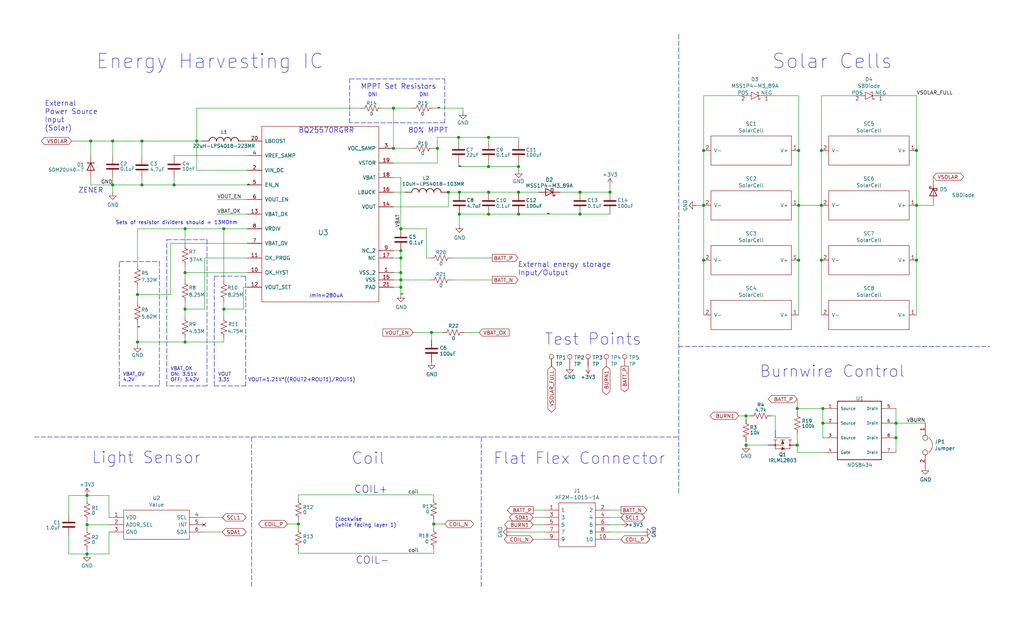
<source format=kicad_sch>
(kicad_sch (version 20211123) (generator eeschema)

  (uuid 5bcace5d-edd0-4e19-92d0-835e43cf8eb2)

  (paper "USLegal")

  (title_block
    (title "Solar Panel Board Z")
    (date "2022-02-23")
    (rev "3")
  )

  (lib_symbols
    (symbol "Connector:TestPoint" (pin_numbers hide) (pin_names (offset 0.762) hide) (in_bom yes) (on_board yes)
      (property "Reference" "TP" (id 0) (at 0 6.858 0)
        (effects (font (size 1.27 1.27)))
      )
      (property "Value" "TestPoint" (id 1) (at 0 5.08 0)
        (effects (font (size 1.27 1.27)))
      )
      (property "Footprint" "" (id 2) (at 5.08 0 0)
        (effects (font (size 1.27 1.27)) hide)
      )
      (property "Datasheet" "~" (id 3) (at 5.08 0 0)
        (effects (font (size 1.27 1.27)) hide)
      )
      (property "ki_keywords" "test point tp" (id 4) (at 0 0 0)
        (effects (font (size 1.27 1.27)) hide)
      )
      (property "ki_description" "test point" (id 5) (at 0 0 0)
        (effects (font (size 1.27 1.27)) hide)
      )
      (property "ki_fp_filters" "Pin* Test*" (id 6) (at 0 0 0)
        (effects (font (size 1.27 1.27)) hide)
      )
      (symbol "TestPoint_0_1"
        (circle (center 0 3.302) (radius 0.762)
          (stroke (width 0) (type default) (color 0 0 0 0))
          (fill (type none))
        )
      )
      (symbol "TestPoint_1_1"
        (pin passive line (at 0 0 90) (length 2.54)
          (name "1" (effects (font (size 1.27 1.27))))
          (number "1" (effects (font (size 1.27 1.27))))
        )
      )
    )
    (symbol "Device:C" (pin_numbers hide) (pin_names (offset 0.254)) (in_bom yes) (on_board yes)
      (property "Reference" "C" (id 0) (at 0.635 2.54 0)
        (effects (font (size 1.27 1.27)) (justify left))
      )
      (property "Value" "C" (id 1) (at 0.635 -2.54 0)
        (effects (font (size 1.27 1.27)) (justify left))
      )
      (property "Footprint" "" (id 2) (at 0.9652 -3.81 0)
        (effects (font (size 1.27 1.27)) hide)
      )
      (property "Datasheet" "~" (id 3) (at 0 0 0)
        (effects (font (size 1.27 1.27)) hide)
      )
      (property "ki_keywords" "cap capacitor" (id 4) (at 0 0 0)
        (effects (font (size 1.27 1.27)) hide)
      )
      (property "ki_description" "Unpolarized capacitor" (id 5) (at 0 0 0)
        (effects (font (size 1.27 1.27)) hide)
      )
      (property "ki_fp_filters" "C_*" (id 6) (at 0 0 0)
        (effects (font (size 1.27 1.27)) hide)
      )
      (symbol "C_0_1"
        (polyline
          (pts
            (xy -2.032 -0.762)
            (xy 2.032 -0.762)
          )
          (stroke (width 0.508) (type default) (color 0 0 0 0))
          (fill (type none))
        )
        (polyline
          (pts
            (xy -2.032 0.762)
            (xy 2.032 0.762)
          )
          (stroke (width 0.508) (type default) (color 0 0 0 0))
          (fill (type none))
        )
      )
      (symbol "C_1_1"
        (pin passive line (at 0 3.81 270) (length 2.794)
          (name "~" (effects (font (size 1.27 1.27))))
          (number "1" (effects (font (size 1.27 1.27))))
        )
        (pin passive line (at 0 -3.81 90) (length 2.794)
          (name "~" (effects (font (size 1.27 1.27))))
          (number "2" (effects (font (size 1.27 1.27))))
        )
      )
    )
    (symbol "Device:D" (pin_numbers hide) (pin_names (offset 1.016) hide) (in_bom yes) (on_board yes)
      (property "Reference" "D" (id 0) (at 0 2.54 0)
        (effects (font (size 1.27 1.27)))
      )
      (property "Value" "D" (id 1) (at 0 -2.54 0)
        (effects (font (size 1.27 1.27)))
      )
      (property "Footprint" "" (id 2) (at 0 0 0)
        (effects (font (size 1.27 1.27)) hide)
      )
      (property "Datasheet" "~" (id 3) (at 0 0 0)
        (effects (font (size 1.27 1.27)) hide)
      )
      (property "ki_keywords" "diode" (id 4) (at 0 0 0)
        (effects (font (size 1.27 1.27)) hide)
      )
      (property "ki_description" "Diode" (id 5) (at 0 0 0)
        (effects (font (size 1.27 1.27)) hide)
      )
      (property "ki_fp_filters" "TO-???* *_Diode_* *SingleDiode* D_*" (id 6) (at 0 0 0)
        (effects (font (size 1.27 1.27)) hide)
      )
      (symbol "D_0_1"
        (polyline
          (pts
            (xy -1.27 1.27)
            (xy -1.27 -1.27)
          )
          (stroke (width 0.254) (type default) (color 0 0 0 0))
          (fill (type none))
        )
        (polyline
          (pts
            (xy 1.27 0)
            (xy -1.27 0)
          )
          (stroke (width 0) (type default) (color 0 0 0 0))
          (fill (type none))
        )
        (polyline
          (pts
            (xy 1.27 1.27)
            (xy 1.27 -1.27)
            (xy -1.27 0)
            (xy 1.27 1.27)
          )
          (stroke (width 0.254) (type default) (color 0 0 0 0))
          (fill (type none))
        )
      )
      (symbol "D_1_1"
        (pin passive line (at -3.81 0 0) (length 2.54)
          (name "K" (effects (font (size 1.27 1.27))))
          (number "1" (effects (font (size 1.27 1.27))))
        )
        (pin passive line (at 3.81 0 180) (length 2.54)
          (name "A" (effects (font (size 1.27 1.27))))
          (number "2" (effects (font (size 1.27 1.27))))
        )
      )
    )
    (symbol "Device:D_Schottky" (pin_numbers hide) (pin_names (offset 1.016) hide) (in_bom yes) (on_board yes)
      (property "Reference" "D" (id 0) (at 0 2.54 0)
        (effects (font (size 1.27 1.27)))
      )
      (property "Value" "D_Schottky" (id 1) (at 0 -2.54 0)
        (effects (font (size 1.27 1.27)))
      )
      (property "Footprint" "" (id 2) (at 0 0 0)
        (effects (font (size 1.27 1.27)) hide)
      )
      (property "Datasheet" "~" (id 3) (at 0 0 0)
        (effects (font (size 1.27 1.27)) hide)
      )
      (property "ki_keywords" "diode Schottky" (id 4) (at 0 0 0)
        (effects (font (size 1.27 1.27)) hide)
      )
      (property "ki_description" "Schottky diode" (id 5) (at 0 0 0)
        (effects (font (size 1.27 1.27)) hide)
      )
      (property "ki_fp_filters" "TO-???* *_Diode_* *SingleDiode* D_*" (id 6) (at 0 0 0)
        (effects (font (size 1.27 1.27)) hide)
      )
      (symbol "D_Schottky_0_1"
        (polyline
          (pts
            (xy 1.27 0)
            (xy -1.27 0)
          )
          (stroke (width 0) (type default) (color 0 0 0 0))
          (fill (type none))
        )
        (polyline
          (pts
            (xy 1.27 1.27)
            (xy 1.27 -1.27)
            (xy -1.27 0)
            (xy 1.27 1.27)
          )
          (stroke (width 0.254) (type default) (color 0 0 0 0))
          (fill (type none))
        )
        (polyline
          (pts
            (xy -1.905 0.635)
            (xy -1.905 1.27)
            (xy -1.27 1.27)
            (xy -1.27 -1.27)
            (xy -0.635 -1.27)
            (xy -0.635 -0.635)
          )
          (stroke (width 0.254) (type default) (color 0 0 0 0))
          (fill (type none))
        )
      )
      (symbol "D_Schottky_1_1"
        (pin passive line (at -3.81 0 0) (length 2.54)
          (name "K" (effects (font (size 1.27 1.27))))
          (number "1" (effects (font (size 1.27 1.27))))
        )
        (pin passive line (at 3.81 0 180) (length 2.54)
          (name "A" (effects (font (size 1.27 1.27))))
          (number "2" (effects (font (size 1.27 1.27))))
        )
      )
    )
    (symbol "Device:R_US" (pin_numbers hide) (pin_names (offset 0)) (in_bom yes) (on_board yes)
      (property "Reference" "R" (id 0) (at 2.54 0 90)
        (effects (font (size 1.27 1.27)))
      )
      (property "Value" "R_US" (id 1) (at -2.54 0 90)
        (effects (font (size 1.27 1.27)))
      )
      (property "Footprint" "" (id 2) (at 1.016 -0.254 90)
        (effects (font (size 1.27 1.27)) hide)
      )
      (property "Datasheet" "~" (id 3) (at 0 0 0)
        (effects (font (size 1.27 1.27)) hide)
      )
      (property "ki_keywords" "R res resistor" (id 4) (at 0 0 0)
        (effects (font (size 1.27 1.27)) hide)
      )
      (property "ki_description" "Resistor, US symbol" (id 5) (at 0 0 0)
        (effects (font (size 1.27 1.27)) hide)
      )
      (property "ki_fp_filters" "R_*" (id 6) (at 0 0 0)
        (effects (font (size 1.27 1.27)) hide)
      )
      (symbol "R_US_0_1"
        (polyline
          (pts
            (xy 0 -2.286)
            (xy 0 -2.54)
          )
          (stroke (width 0) (type default) (color 0 0 0 0))
          (fill (type none))
        )
        (polyline
          (pts
            (xy 0 2.286)
            (xy 0 2.54)
          )
          (stroke (width 0) (type default) (color 0 0 0 0))
          (fill (type none))
        )
        (polyline
          (pts
            (xy 0 -0.762)
            (xy 1.016 -1.143)
            (xy 0 -1.524)
            (xy -1.016 -1.905)
            (xy 0 -2.286)
          )
          (stroke (width 0) (type default) (color 0 0 0 0))
          (fill (type none))
        )
        (polyline
          (pts
            (xy 0 0.762)
            (xy 1.016 0.381)
            (xy 0 0)
            (xy -1.016 -0.381)
            (xy 0 -0.762)
          )
          (stroke (width 0) (type default) (color 0 0 0 0))
          (fill (type none))
        )
        (polyline
          (pts
            (xy 0 2.286)
            (xy 1.016 1.905)
            (xy 0 1.524)
            (xy -1.016 1.143)
            (xy 0 0.762)
          )
          (stroke (width 0) (type default) (color 0 0 0 0))
          (fill (type none))
        )
      )
      (symbol "R_US_1_1"
        (pin passive line (at 0 3.81 270) (length 1.27)
          (name "~" (effects (font (size 1.27 1.27))))
          (number "1" (effects (font (size 1.27 1.27))))
        )
        (pin passive line (at 0 -3.81 90) (length 1.27)
          (name "~" (effects (font (size 1.27 1.27))))
          (number "2" (effects (font (size 1.27 1.27))))
        )
      )
    )
    (symbol "SolarCellParts:SBDiode" (pin_names (offset 0)) (in_bom yes) (on_board yes)
      (property "Reference" "D" (id 0) (at -1.524 3.048 0)
        (effects (font (size 1.27 1.27)))
      )
      (property "Value" "SBDiode" (id 1) (at -1.524 5.588 0)
        (effects (font (size 1.27 1.27)))
      )
      (property "Footprint" "SolarCellParts:SB Diode" (id 2) (at -3.048 8.382 0)
        (effects (font (size 1.27 1.27)) hide)
      )
      (property "Datasheet" "" (id 3) (at -1.524 3.048 0)
        (effects (font (size 1.27 1.27)) hide)
      )
      (symbol "SBDiode_0_1"
        (polyline
          (pts
            (xy -4.064 0)
            (xy -2.54 0)
          )
          (stroke (width 0) (type default) (color 0 0 0 0))
          (fill (type none))
        )
        (polyline
          (pts
            (xy 0 0)
            (xy 1.524 0)
          )
          (stroke (width 0) (type default) (color 0 0 0 0))
          (fill (type none))
        )
        (polyline
          (pts
            (xy -2.54 1.27)
            (xy -2.54 -1.27)
            (xy 0 0)
            (xy -2.54 1.27)
          )
          (stroke (width 0) (type default) (color 0 0 0 0))
          (fill (type none))
        )
        (polyline
          (pts
            (xy 0 0)
            (xy 0 -1.27)
            (xy -0.508 -1.27)
            (xy -0.508 -0.762)
          )
          (stroke (width 0) (type default) (color 0 0 0 0))
          (fill (type none))
        )
        (polyline
          (pts
            (xy 0 0)
            (xy 0 1.27)
            (xy 0.508 1.27)
            (xy 0.508 0.762)
          )
          (stroke (width 0) (type default) (color 0 0 0 0))
          (fill (type none))
        )
      )
      (symbol "SBDiode_1_1"
        (pin bidirectional line (at 4.064 0 180) (length 2.54)
          (name "NEG" (effects (font (size 1.27 1.27))))
          (number "1" (effects (font (size 1.27 1.27))))
        )
        (pin bidirectional line (at -6.604 0 0) (length 2.54)
          (name "POS" (effects (font (size 1.27 1.27))))
          (number "2" (effects (font (size 1.27 1.27))))
        )
      )
    )
    (symbol "SolarCellParts:SolarCell_Small" (pin_names (offset 1.016)) (in_bom yes) (on_board yes)
      (property "Reference" "SC" (id 0) (at 0 -1.27 0)
        (effects (font (size 1.27 1.27)))
      )
      (property "Value" "SolarCell_Small" (id 1) (at 0 1.27 0)
        (effects (font (size 1.27 1.27)))
      )
      (property "Footprint" "SolarCellParts:KXOB25-05X3F" (id 2) (at 0 6.35 0)
        (effects (font (size 1.27 1.27)) hide)
      )
      (property "Datasheet" "" (id 3) (at 5.08 0 90)
        (effects (font (size 1.27 1.27)) hide)
      )
      (symbol "SolarCell_Small_0_1"
        (rectangle (start -13.97 -5.08) (end 13.97 5.08)
          (stroke (width 0) (type default) (color 0 0 0 0))
          (fill (type none))
        )
      )
      (symbol "SolarCell_Small_1_1"
        (pin bidirectional line (at -16.51 0 0) (length 2.54)
          (name "V+" (effects (font (size 1.27 1.27))))
          (number "1" (effects (font (size 1.27 1.27))))
        )
        (pin bidirectional line (at 16.51 0 180) (length 2.54)
          (name "V-" (effects (font (size 1.27 1.27))))
          (number "2" (effects (font (size 1.27 1.27))))
        )
      )
    )
    (symbol "misc-circuits-cache:Device_Jumper" (pin_names (offset 0.762) hide) (in_bom yes) (on_board yes)
      (property "Reference" "JP" (id 0) (at 0 3.81 0)
        (effects (font (size 1.27 1.27)))
      )
      (property "Value" "Device_Jumper" (id 1) (at 0 -2.032 0)
        (effects (font (size 1.27 1.27)))
      )
      (property "Footprint" "" (id 2) (at 0 0 0)
        (effects (font (size 1.27 1.27)) hide)
      )
      (property "Datasheet" "" (id 3) (at 0 0 0)
        (effects (font (size 1.27 1.27)) hide)
      )
      (property "ki_fp_filters" "SolderJumper*" (id 4) (at 0 0 0)
        (effects (font (size 1.27 1.27)) hide)
      )
      (symbol "Device_Jumper_0_1"
        (circle (center -2.54 0) (radius 0.889)
          (stroke (width 0) (type default) (color 0 0 0 0))
          (fill (type none))
        )
        (arc (start 2.5146 1.27) (mid 0.0127 2.5097) (end -2.4892 1.27)
          (stroke (width 0) (type default) (color 0 0 0 0))
          (fill (type none))
        )
        (circle (center 2.54 0) (radius 0.889)
          (stroke (width 0) (type default) (color 0 0 0 0))
          (fill (type none))
        )
        (pin passive line (at -7.62 0 0) (length 4.191)
          (name "1" (effects (font (size 1.27 1.27))))
          (number "1" (effects (font (size 1.27 1.27))))
        )
        (pin passive line (at 7.62 0 180) (length 4.191)
          (name "2" (effects (font (size 1.27 1.27))))
          (number "2" (effects (font (size 1.27 1.27))))
        )
      )
    )
    (symbol "misc-circuits-cache:misc-circuits-rescue_BQ25570RGRR-misc-circuits-cache" (pin_names (offset 1.016)) (in_bom yes) (on_board yes)
      (property "Reference" "U" (id 0) (at -4.7244 1.4986 0)
        (effects (font (size 1.7526 1.7526)) (justify left bottom))
      )
      (property "Value" "misc-circuits-rescue_BQ25570RGRR-misc-circuits-cache" (id 1) (at -5.3594 -1.0414 0)
        (effects (font (size 1.7526 1.7526)) (justify left bottom))
      )
      (property "Footprint" "" (id 2) (at 0 0 0)
        (effects (font (size 1.27 1.27)) hide)
      )
      (property "Datasheet" "" (id 3) (at 0 0 0)
        (effects (font (size 1.27 1.27)) hide)
      )
      (property "ki_locked" "" (id 4) (at 0 0 0)
        (effects (font (size 1.27 1.27)))
      )
      (symbol "misc-circuits-rescue_BQ25570RGRR-misc-circuits-cache_1_0"
        (polyline
          (pts
            (xy -20.32 -30.48)
            (xy 20.32 -30.48)
          )
          (stroke (width 0) (type default) (color 0 0 0 0))
          (fill (type none))
        )
        (polyline
          (pts
            (xy -20.32 30.48)
            (xy -20.32 -30.48)
          )
          (stroke (width 0) (type default) (color 0 0 0 0))
          (fill (type none))
        )
        (polyline
          (pts
            (xy 20.32 -30.48)
            (xy 20.32 30.48)
          )
          (stroke (width 0) (type default) (color 0 0 0 0))
          (fill (type none))
        )
        (polyline
          (pts
            (xy 20.32 30.48)
            (xy -20.32 30.48)
          )
          (stroke (width 0) (type default) (color 0 0 0 0))
          (fill (type none))
        )
        (pin power_in line (at 25.4 -20.32 180) (length 5.08)
          (name "VSS_2" (effects (font (size 1.27 1.27))))
          (number "1" (effects (font (size 1.27 1.27))))
        )
        (pin input line (at -25.4 -20.32 0) (length 5.08)
          (name "OK_HYST" (effects (font (size 1.27 1.27))))
          (number "10" (effects (font (size 1.27 1.27))))
        )
        (pin input line (at -25.4 -15.24 0) (length 5.08)
          (name "OK_PROG" (effects (font (size 1.27 1.27))))
          (number "11" (effects (font (size 1.27 1.27))))
        )
        (pin input line (at -25.4 -25.4 0) (length 5.08)
          (name "VOUT_SET" (effects (font (size 1.27 1.27))))
          (number "12" (effects (font (size 1.27 1.27))))
        )
        (pin output line (at -25.4 0 0) (length 5.08)
          (name "VBAT_OK" (effects (font (size 1.27 1.27))))
          (number "13" (effects (font (size 1.27 1.27))))
        )
        (pin power_in line (at 25.4 2.54 180) (length 5.08)
          (name "VOUT" (effects (font (size 1.27 1.27))))
          (number "14" (effects (font (size 1.27 1.27))))
        )
        (pin power_in line (at 25.4 -22.86 180) (length 5.08)
          (name "VSS" (effects (font (size 1.27 1.27))))
          (number "15" (effects (font (size 1.27 1.27))))
        )
        (pin passive line (at 25.4 7.62 180) (length 5.08)
          (name "LBUCK" (effects (font (size 1.27 1.27))))
          (number "16" (effects (font (size 1.27 1.27))))
        )
        (pin passive line (at 25.4 -15.24 180) (length 5.08)
          (name "NC" (effects (font (size 1.27 1.27))))
          (number "17" (effects (font (size 1.27 1.27))))
        )
        (pin bidirectional line (at 25.4 12.7 180) (length 5.08)
          (name "VBAT" (effects (font (size 1.27 1.27))))
          (number "18" (effects (font (size 1.27 1.27))))
        )
        (pin power_in line (at 25.4 17.78 180) (length 5.08)
          (name "VSTOR" (effects (font (size 1.27 1.27))))
          (number "19" (effects (font (size 1.27 1.27))))
        )
        (pin power_in line (at -25.4 15.24 0) (length 5.08)
          (name "VIN_DC" (effects (font (size 1.27 1.27))))
          (number "2" (effects (font (size 1.27 1.27))))
        )
        (pin input line (at -25.4 25.4 0) (length 5.08)
          (name "LBOOST" (effects (font (size 1.27 1.27))))
          (number "20" (effects (font (size 1.27 1.27))))
        )
        (pin power_in line (at 25.4 -25.4 180) (length 5.08)
          (name "PAD" (effects (font (size 1.27 1.27))))
          (number "21" (effects (font (size 1.27 1.27))))
        )
        (pin input line (at 25.4 22.86 180) (length 5.08)
          (name "VOC_SAMP" (effects (font (size 1.27 1.27))))
          (number "3" (effects (font (size 1.27 1.27))))
        )
        (pin input line (at -25.4 20.32 0) (length 5.08)
          (name "VREF_SAMP" (effects (font (size 1.27 1.27))))
          (number "4" (effects (font (size 1.27 1.27))))
        )
        (pin input line (at -25.4 10.16 0) (length 5.08)
          (name "EN_N" (effects (font (size 1.27 1.27))))
          (number "5" (effects (font (size 1.27 1.27))))
        )
        (pin input line (at -25.4 5.08 0) (length 5.08)
          (name "VOUT_EN" (effects (font (size 1.27 1.27))))
          (number "6" (effects (font (size 1.27 1.27))))
        )
        (pin input line (at -25.4 -10.16 0) (length 5.08)
          (name "VBAT_OV" (effects (font (size 1.27 1.27))))
          (number "7" (effects (font (size 1.27 1.27))))
        )
        (pin output line (at -25.4 -5.08 0) (length 5.08)
          (name "VRDIV" (effects (font (size 1.27 1.27))))
          (number "8" (effects (font (size 1.27 1.27))))
        )
        (pin power_in line (at 25.4 -12.7 180) (length 5.08)
          (name "NC_2" (effects (font (size 1.27 1.27))))
          (number "9" (effects (font (size 1.27 1.27))))
        )
      )
    )
    (symbol "misc-circuits-cache:misc-circuits-rescue_COILCRAFT-LPS4018-misc-circuits-cache" (pin_names (offset 1.016)) (in_bom yes) (on_board yes)
      (property "Reference" "L" (id 0) (at -1.27 -5.08 90)
        (effects (font (size 1.4986 1.4986)) (justify left bottom))
      )
      (property "Value" "misc-circuits-rescue_COILCRAFT-LPS4018-misc-circuits-cache" (id 1) (at 3.81 -5.08 90)
        (effects (font (size 1.4986 1.4986)) (justify left bottom))
      )
      (property "Footprint" "" (id 2) (at 0 0 0)
        (effects (font (size 1.27 1.27)) hide)
      )
      (property "Datasheet" "" (id 3) (at 0 0 0)
        (effects (font (size 1.27 1.27)) hide)
      )
      (property "ki_locked" "" (id 4) (at 0 0 0)
        (effects (font (size 1.27 1.27)))
      )
      (symbol "misc-circuits-rescue_COILCRAFT-LPS4018-misc-circuits-cache_1_0"
        (arc (start 0 -5.08) (mid 0.898 -4.708) (end 1.27 -3.81)
          (stroke (width 0.254) (type default) (color 0 0 0 0))
          (fill (type none))
        )
        (arc (start 0 -2.54) (mid 0.898 -2.168) (end 1.27 -1.27)
          (stroke (width 0.254) (type default) (color 0 0 0 0))
          (fill (type none))
        )
        (arc (start 0 0) (mid 0.898 0.372) (end 1.27 1.27)
          (stroke (width 0.254) (type default) (color 0 0 0 0))
          (fill (type none))
        )
        (arc (start 0 2.54) (mid 0.898 2.912) (end 1.27 3.81)
          (stroke (width 0.254) (type default) (color 0 0 0 0))
          (fill (type none))
        )
        (arc (start 1.27 -3.81) (mid 0.898 -2.912) (end 0 -2.54)
          (stroke (width 0.254) (type default) (color 0 0 0 0))
          (fill (type none))
        )
        (arc (start 1.27 -1.27) (mid 0.898 -0.372) (end 0 0)
          (stroke (width 0.254) (type default) (color 0 0 0 0))
          (fill (type none))
        )
        (arc (start 1.27 1.27) (mid 0.898 2.168) (end 0 2.54)
          (stroke (width 0.254) (type default) (color 0 0 0 0))
          (fill (type none))
        )
        (arc (start 1.27 3.81) (mid 0.898 4.708) (end 0 5.08)
          (stroke (width 0.254) (type default) (color 0 0 0 0))
          (fill (type none))
        )
        (pin passive line (at 0 7.62 270) (length 2.54)
          (name "1" (effects (font (size 0 0))))
          (number "1" (effects (font (size 0 0))))
        )
        (pin passive line (at 0 -7.62 90) (length 2.54)
          (name "2" (effects (font (size 0 0))))
          (number "2" (effects (font (size 0 0))))
        )
      )
    )
    (symbol "misc-circuits-cache:misc-circuits-rescue_IRLML2803TRPBF-mainboard" (pin_names (offset 1.016)) (in_bom yes) (on_board yes)
      (property "Reference" "Q" (id 0) (at -11.43 1.27 0)
        (effects (font (size 1.4986 1.4986)) (justify left top))
      )
      (property "Value" "misc-circuits-rescue_IRLML2803TRPBF-mainboard" (id 1) (at -11.43 3.81 0)
        (effects (font (size 1.4986 1.4986)) (justify left top))
      )
      (property "Footprint" "" (id 2) (at 0 0 0)
        (effects (font (size 1.27 1.27)) hide)
      )
      (property "Datasheet" "" (id 3) (at 0 0 0)
        (effects (font (size 1.27 1.27)) hide)
      )
      (property "ki_locked" "" (id 4) (at 0 0 0)
        (effects (font (size 1.27 1.27)))
      )
      (symbol "misc-circuits-rescue_IRLML2803TRPBF-mainboard_1_0"
        (polyline
          (pts
            (xy 0 2.54)
            (xy 0 -2.54)
          )
          (stroke (width 0) (type default) (color 0 0 0 0))
          (fill (type none))
        )
        (polyline
          (pts
            (xy 0.762 -2.54)
            (xy 0.762 -3.175)
          )
          (stroke (width 0) (type default) (color 0 0 0 0))
          (fill (type none))
        )
        (polyline
          (pts
            (xy 0.762 -1.905)
            (xy 0.762 -2.54)
          )
          (stroke (width 0) (type default) (color 0 0 0 0))
          (fill (type none))
        )
        (polyline
          (pts
            (xy 0.762 0)
            (xy 0.762 -0.762)
          )
          (stroke (width 0) (type default) (color 0 0 0 0))
          (fill (type none))
        )
        (polyline
          (pts
            (xy 0.762 0)
            (xy 2.54 0)
          )
          (stroke (width 0) (type default) (color 0 0 0 0))
          (fill (type none))
        )
        (polyline
          (pts
            (xy 0.762 0.762)
            (xy 0.762 0)
          )
          (stroke (width 0) (type default) (color 0 0 0 0))
          (fill (type none))
        )
        (polyline
          (pts
            (xy 0.762 2.54)
            (xy 0.762 1.905)
          )
          (stroke (width 0) (type default) (color 0 0 0 0))
          (fill (type none))
        )
        (polyline
          (pts
            (xy 0.762 2.54)
            (xy 3.81 2.54)
          )
          (stroke (width 0) (type default) (color 0 0 0 0))
          (fill (type none))
        )
        (polyline
          (pts
            (xy 0.762 3.175)
            (xy 0.762 2.54)
          )
          (stroke (width 0) (type default) (color 0 0 0 0))
          (fill (type none))
        )
        (polyline
          (pts
            (xy 2.54 -2.54)
            (xy 0.762 -2.54)
          )
          (stroke (width 0) (type default) (color 0 0 0 0))
          (fill (type none))
        )
        (polyline
          (pts
            (xy 2.54 -2.54)
            (xy 3.81 -2.54)
          )
          (stroke (width 0) (type default) (color 0 0 0 0))
          (fill (type none))
        )
        (polyline
          (pts
            (xy 2.54 0)
            (xy 2.54 -2.54)
          )
          (stroke (width 0) (type default) (color 0 0 0 0))
          (fill (type none))
        )
        (polyline
          (pts
            (xy 3.302 0.508)
            (xy 3.81 0.508)
          )
          (stroke (width 0) (type default) (color 0 0 0 0))
          (fill (type none))
        )
        (polyline
          (pts
            (xy 3.81 -0.508)
            (xy 3.81 -2.54)
          )
          (stroke (width 0) (type default) (color 0 0 0 0))
          (fill (type none))
        )
        (polyline
          (pts
            (xy 3.81 0.508)
            (xy 3.81 -0.508)
          )
          (stroke (width 0) (type default) (color 0 0 0 0))
          (fill (type none))
        )
        (polyline
          (pts
            (xy 3.81 0.508)
            (xy 4.318 0.508)
          )
          (stroke (width 0) (type default) (color 0 0 0 0))
          (fill (type none))
        )
        (polyline
          (pts
            (xy 3.81 2.54)
            (xy 3.81 0.508)
          )
          (stroke (width 0) (type default) (color 0 0 0 0))
          (fill (type none))
        )
        (polyline
          (pts
            (xy 1.016 0)
            (xy 2.032 0.508)
            (xy 2.032 -0.508)
          )
          (stroke (width 0) (type default) (color 0 0 0 0))
          (fill (type outline))
        )
        (polyline
          (pts
            (xy 3.81 0.508)
            (xy 3.302 -0.254)
            (xy 4.318 -0.254)
          )
          (stroke (width 0) (type default) (color 0 0 0 0))
          (fill (type outline))
        )
        (circle (center 2.54 -2.54) (radius 0.254)
          (stroke (width 0) (type default) (color 0 0 0 0))
          (fill (type none))
        )
        (circle (center 2.54 2.54) (radius 0.254)
          (stroke (width 0) (type default) (color 0 0 0 0))
          (fill (type none))
        )
        (pin passive line (at -2.54 -2.54 0) (length 2.54)
          (name "G" (effects (font (size 0 0))))
          (number "1" (effects (font (size 0 0))))
        )
        (pin passive line (at 2.54 -5.08 90) (length 2.54)
          (name "S" (effects (font (size 0 0))))
          (number "2" (effects (font (size 0 0))))
        )
        (pin passive line (at 2.54 5.08 270) (length 2.54)
          (name "D" (effects (font (size 0 0))))
          (number "3" (effects (font (size 0 0))))
        )
      )
    )
    (symbol "misc-circuits-cache:symbols_NDS8434" (pin_names (offset 1.016)) (in_bom yes) (on_board yes)
      (property "Reference" "U" (id 0) (at 0 0 0)
        (effects (font (size 1.27 1.27)) (justify left bottom) hide)
      )
      (property "Value" "symbols_NDS8434" (id 1) (at 0 0 0)
        (effects (font (size 1.27 1.27)) (justify left bottom) hide)
      )
      (property "Footprint" "custom-footprints:NDS8434" (id 2) (at 0 0 0)
        (effects (font (size 1.27 1.27)) (justify left bottom) hide)
      )
      (property "Datasheet" "" (id 3) (at 0 0 0)
        (effects (font (size 1.27 1.27)) (justify left bottom) hide)
      )
      (property "Field4" "ON Semiconductor" (id 4) (at 0 0 0)
        (effects (font (size 1.27 1.27)) (justify left bottom) hide)
      )
      (property "Field7" "NDS8434" (id 5) (at 0 0 0)
        (effects (font (size 1.27 1.27)) (justify left bottom) hide)
      )
      (property "Field8" "SO-8 ON Semiconductor" (id 6) (at 0 0 0)
        (effects (font (size 1.27 1.27)) (justify left bottom) hide)
      )
      (symbol "symbols_NDS8434_0_0"
        (polyline
          (pts
            (xy -7.62 -10.16)
            (xy -7.62 10.16)
          )
          (stroke (width 0.254) (type default) (color 0 0 0 0))
          (fill (type none))
        )
        (polyline
          (pts
            (xy -7.62 10.16)
            (xy 7.62 10.16)
          )
          (stroke (width 0.254) (type default) (color 0 0 0 0))
          (fill (type none))
        )
        (polyline
          (pts
            (xy 7.62 -10.16)
            (xy -7.62 -10.16)
          )
          (stroke (width 0.254) (type default) (color 0 0 0 0))
          (fill (type none))
        )
        (polyline
          (pts
            (xy 7.62 10.16)
            (xy 7.62 -10.16)
          )
          (stroke (width 0.254) (type default) (color 0 0 0 0))
          (fill (type none))
        )
        (pin bidirectional line (at -12.7 7.62 0) (length 5.08)
          (name "Source" (effects (font (size 1.016 1.016))))
          (number "1" (effects (font (size 1.016 1.016))))
        )
        (pin bidirectional line (at -12.7 2.54 0) (length 5.08)
          (name "Source" (effects (font (size 1.016 1.016))))
          (number "2" (effects (font (size 1.016 1.016))))
        )
        (pin bidirectional line (at -12.7 -2.54 0) (length 5.08)
          (name "Source" (effects (font (size 1.016 1.016))))
          (number "3" (effects (font (size 1.016 1.016))))
        )
        (pin bidirectional line (at -12.7 -7.62 0) (length 5.08)
          (name "Gate" (effects (font (size 1.016 1.016))))
          (number "4" (effects (font (size 1.016 1.016))))
        )
        (pin bidirectional line (at 12.7 7.62 180) (length 5.08)
          (name "Drain" (effects (font (size 1.016 1.016))))
          (number "5" (effects (font (size 1.016 1.016))))
        )
        (pin bidirectional line (at 12.7 2.54 180) (length 5.08)
          (name "Drain" (effects (font (size 1.016 1.016))))
          (number "6" (effects (font (size 1.016 1.016))))
        )
        (pin bidirectional line (at 12.7 -7.62 180) (length 5.08)
          (name "Drain" (effects (font (size 1.016 1.016))))
          (number "7" (effects (font (size 1.016 1.016))))
        )
        (pin bidirectional line (at 12.7 -2.54 180) (length 5.08)
          (name "Drain" (effects (font (size 1.016 1.016))))
          (number "8" (effects (font (size 1.016 1.016))))
        )
      )
    )
    (symbol "misc-circuits-cache:symbols_TSL2561" (pin_names (offset 0.762)) (in_bom yes) (on_board yes)
      (property "Reference" "IC" (id 0) (at 29.21 7.62 0)
        (effects (font (size 1.27 1.27)) (justify left))
      )
      (property "Value" "symbols_TSL2561" (id 1) (at 29.21 5.08 0)
        (effects (font (size 1.27 1.27)) (justify left))
      )
      (property "Footprint" "TSL2561" (id 2) (at 29.21 2.54 0)
        (effects (font (size 1.27 1.27)) (justify left) hide)
      )
      (property "Datasheet" "https://ams.com/documents/20143/36005/TSL2561_DS000110_3-00.pdf/18a41097-2035-4333-c70e-bfa544c0a98b" (id 3) (at 29.21 0 0)
        (effects (font (size 1.27 1.27)) (justify left) hide)
      )
      (property "Description" "Light-to-Digital Converter" (id 4) (at 29.21 -2.54 0)
        (effects (font (size 1.27 1.27)) (justify left) hide)
      )
      (property "Height" "1.55" (id 5) (at 29.21 -5.08 0)
        (effects (font (size 1.27 1.27)) (justify left) hide)
      )
      (property "Manufacturer_Name" "ams" (id 6) (at 29.21 -7.62 0)
        (effects (font (size 1.27 1.27)) (justify left) hide)
      )
      (property "Manufacturer_Part_Number" "TSL2561" (id 7) (at 29.21 -10.16 0)
        (effects (font (size 1.27 1.27)) (justify left) hide)
      )
      (property "Mouser Part Number" "N/A" (id 8) (at 29.21 -12.7 0)
        (effects (font (size 1.27 1.27)) (justify left) hide)
      )
      (property "Mouser Price/Stock" "https://www.mouser.com/Search/Refine.aspx?Keyword=N%2FA" (id 9) (at 29.21 -15.24 0)
        (effects (font (size 1.27 1.27)) (justify left) hide)
      )
      (symbol "symbols_TSL2561_0_0"
        (pin unspecified line (at 0 0 0) (length 5.08)
          (name "VDD" (effects (font (size 1.27 1.27))))
          (number "1" (effects (font (size 1.27 1.27))))
        )
        (pin unspecified line (at 0 -2.54 0) (length 5.08)
          (name "ADDR_SEL" (effects (font (size 1.27 1.27))))
          (number "2" (effects (font (size 1.27 1.27))))
        )
        (pin unspecified line (at 0 -5.08 0) (length 5.08)
          (name "GND" (effects (font (size 1.27 1.27))))
          (number "3" (effects (font (size 1.27 1.27))))
        )
        (pin unspecified line (at 33.02 0 180) (length 5.08)
          (name "SCL" (effects (font (size 1.27 1.27))))
          (number "4" (effects (font (size 1.27 1.27))))
        )
        (pin unspecified line (at 33.02 -2.54 180) (length 5.08)
          (name "INT" (effects (font (size 1.27 1.27))))
          (number "5" (effects (font (size 1.27 1.27))))
        )
        (pin unspecified line (at 33.02 -5.08 180) (length 5.08)
          (name "SDA" (effects (font (size 1.27 1.27))))
          (number "6" (effects (font (size 1.27 1.27))))
        )
      )
      (symbol "symbols_TSL2561_0_1"
        (polyline
          (pts
            (xy 5.08 2.54)
            (xy 27.94 2.54)
            (xy 27.94 -7.62)
            (xy 5.08 -7.62)
            (xy 5.08 2.54)
          )
          (stroke (width 0.1524) (type default) (color 0 0 0 0))
          (fill (type none))
        )
      )
    )
    (symbol "misc-circuits-cache:symbols_XF2M-1015-1A" (pin_names (offset 0.762)) (in_bom yes) (on_board yes)
      (property "Reference" "J" (id 0) (at 19.05 7.62 0)
        (effects (font (size 1.27 1.27)) (justify left))
      )
      (property "Value" "symbols_XF2M-1015-1A" (id 1) (at 19.05 5.08 0)
        (effects (font (size 1.27 1.27)) (justify left))
      )
      (property "Footprint" "XF2M-1015-1A" (id 2) (at 19.05 2.54 0)
        (effects (font (size 1.27 1.27)) (justify left) hide)
      )
      (property "Datasheet" "https://componentsearchengine.com/Datasheets/3/XF2M-1015-1A.pdf" (id 3) (at 19.05 0 0)
        (effects (font (size 1.27 1.27)) (justify left) hide)
      )
      (property "Description" "0.5mm Rotary backlock 10 way Omron XF2M Series 0.5mm Pitch 10 Way Right Angle SMT Female FPC Connector Locking Mechanism, Top and Bottom Contact" (id 4) (at 19.05 -2.54 0)
        (effects (font (size 1.27 1.27)) (justify left) hide)
      )
      (property "Manufacturer_Name" "Omron Electronics" (id 5) (at 19.05 -7.62 0)
        (effects (font (size 1.27 1.27)) (justify left) hide)
      )
      (property "Manufacturer_Part_Number" "XF2M-1015-1A" (id 6) (at 19.05 -10.16 0)
        (effects (font (size 1.27 1.27)) (justify left) hide)
      )
      (property "Mouser Part Number" "653-XF2M-1015-1A" (id 7) (at 19.05 -12.7 0)
        (effects (font (size 1.27 1.27)) (justify left) hide)
      )
      (property "Mouser Price/Stock" "https://www.mouser.com/Search/Refine.aspx?Keyword=653-XF2M-1015-1A" (id 8) (at 19.05 -15.24 0)
        (effects (font (size 1.27 1.27)) (justify left) hide)
      )
      (property "RS Part Number" "7315772P" (id 9) (at 19.05 -17.78 0)
        (effects (font (size 1.27 1.27)) (justify left) hide)
      )
      (property "RS Price/Stock" "http://uk.rs-online.com/web/p/products/7315772P" (id 10) (at 19.05 -20.32 0)
        (effects (font (size 1.27 1.27)) (justify left) hide)
      )
      (property "Allied_Number" "70667825" (id 11) (at 19.05 -22.86 0)
        (effects (font (size 1.27 1.27)) (justify left) hide)
      )
      (property "Allied Price/Stock" "https://www.alliedelec.com/omron-electronic-components-xf2m-1015-1a/70667825/" (id 12) (at 19.05 -25.4 0)
        (effects (font (size 1.27 1.27)) (justify left) hide)
      )
      (symbol "symbols_XF2M-1015-1A_0_0"
        (pin bidirectional line (at 0 0 0) (length 5.08)
          (name "1" (effects (font (size 1.27 1.27))))
          (number "1" (effects (font (size 1.27 1.27))))
        )
        (pin bidirectional line (at 22.86 -10.16 180) (length 5.08)
          (name "10" (effects (font (size 1.27 1.27))))
          (number "10" (effects (font (size 1.27 1.27))))
        )
        (pin bidirectional line (at 22.86 0 180) (length 5.08)
          (name "2" (effects (font (size 1.27 1.27))))
          (number "2" (effects (font (size 1.27 1.27))))
        )
        (pin bidirectional line (at 0 -2.54 0) (length 5.08)
          (name "3" (effects (font (size 1.27 1.27))))
          (number "3" (effects (font (size 1.27 1.27))))
        )
        (pin bidirectional line (at 22.86 -2.54 180) (length 5.08)
          (name "4" (effects (font (size 1.27 1.27))))
          (number "4" (effects (font (size 1.27 1.27))))
        )
        (pin bidirectional line (at 0 -5.08 0) (length 5.08)
          (name "5" (effects (font (size 1.27 1.27))))
          (number "5" (effects (font (size 1.27 1.27))))
        )
        (pin bidirectional line (at 22.86 -5.08 180) (length 5.08)
          (name "6" (effects (font (size 1.27 1.27))))
          (number "6" (effects (font (size 1.27 1.27))))
        )
        (pin bidirectional line (at 0 -7.62 0) (length 5.08)
          (name "7" (effects (font (size 1.27 1.27))))
          (number "7" (effects (font (size 1.27 1.27))))
        )
        (pin bidirectional line (at 22.86 -7.62 180) (length 5.08)
          (name "8" (effects (font (size 1.27 1.27))))
          (number "8" (effects (font (size 1.27 1.27))))
        )
        (pin bidirectional line (at 0 -10.16 0) (length 5.08)
          (name "9" (effects (font (size 1.27 1.27))))
          (number "9" (effects (font (size 1.27 1.27))))
        )
      )
      (symbol "symbols_XF2M-1015-1A_0_1"
        (polyline
          (pts
            (xy 5.08 2.54)
            (xy 17.78 2.54)
            (xy 17.78 -12.7)
            (xy 5.08 -12.7)
            (xy 5.08 2.54)
          )
          (stroke (width 0.1524) (type default) (color 0 0 0 0))
          (fill (type none))
        )
      )
    )
    (symbol "power:+3V3" (power) (pin_names (offset 0)) (in_bom yes) (on_board yes)
      (property "Reference" "#PWR" (id 0) (at 0 -3.81 0)
        (effects (font (size 1.27 1.27)) hide)
      )
      (property "Value" "+3V3" (id 1) (at 0 3.556 0)
        (effects (font (size 1.27 1.27)))
      )
      (property "Footprint" "" (id 2) (at 0 0 0)
        (effects (font (size 1.27 1.27)) hide)
      )
      (property "Datasheet" "" (id 3) (at 0 0 0)
        (effects (font (size 1.27 1.27)) hide)
      )
      (property "ki_keywords" "power-flag" (id 4) (at 0 0 0)
        (effects (font (size 1.27 1.27)) hide)
      )
      (property "ki_description" "Power symbol creates a global label with name \"+3V3\"" (id 5) (at 0 0 0)
        (effects (font (size 1.27 1.27)) hide)
      )
      (symbol "+3V3_0_1"
        (polyline
          (pts
            (xy -0.762 1.27)
            (xy 0 2.54)
          )
          (stroke (width 0) (type default) (color 0 0 0 0))
          (fill (type none))
        )
        (polyline
          (pts
            (xy 0 0)
            (xy 0 2.54)
          )
          (stroke (width 0) (type default) (color 0 0 0 0))
          (fill (type none))
        )
        (polyline
          (pts
            (xy 0 2.54)
            (xy 0.762 1.27)
          )
          (stroke (width 0) (type default) (color 0 0 0 0))
          (fill (type none))
        )
      )
      (symbol "+3V3_1_1"
        (pin power_in line (at 0 0 90) (length 0) hide
          (name "+3V3" (effects (font (size 1.27 1.27))))
          (number "1" (effects (font (size 1.27 1.27))))
        )
      )
    )
    (symbol "power:GND" (power) (pin_names (offset 0)) (in_bom yes) (on_board yes)
      (property "Reference" "#PWR" (id 0) (at 0 -6.35 0)
        (effects (font (size 1.27 1.27)) hide)
      )
      (property "Value" "GND" (id 1) (at 0 -3.81 0)
        (effects (font (size 1.27 1.27)))
      )
      (property "Footprint" "" (id 2) (at 0 0 0)
        (effects (font (size 1.27 1.27)) hide)
      )
      (property "Datasheet" "" (id 3) (at 0 0 0)
        (effects (font (size 1.27 1.27)) hide)
      )
      (property "ki_keywords" "power-flag" (id 4) (at 0 0 0)
        (effects (font (size 1.27 1.27)) hide)
      )
      (property "ki_description" "Power symbol creates a global label with name \"GND\" , ground" (id 5) (at 0 0 0)
        (effects (font (size 1.27 1.27)) hide)
      )
      (symbol "GND_0_1"
        (polyline
          (pts
            (xy 0 0)
            (xy 0 -1.27)
            (xy 1.27 -1.27)
            (xy 0 -2.54)
            (xy -1.27 -1.27)
            (xy 0 -1.27)
          )
          (stroke (width 0) (type default) (color 0 0 0 0))
          (fill (type none))
        )
      )
      (symbol "GND_1_1"
        (pin power_in line (at 0 0 270) (length 0) hide
          (name "GND" (effects (font (size 1.27 1.27))))
          (number "1" (effects (font (size 1.27 1.27))))
        )
      )
    )
  )

  (junction (at 159.258 47.752) (diameter 0) (color 0 0 0 0)
    (uuid 06b0de7a-8452-47e4-8156-099c9b3d0d4a)
  )
  (junction (at 277.368 90.424) (diameter 0) (color 0 0 0 0)
    (uuid 090b4800-83f0-437c-8e80-4a349946a021)
  )
  (junction (at 64.262 118.872) (diameter 0) (color 0 0 0 0)
    (uuid 0caf1ff9-7ba0-475d-812e-b0731d8089b0)
  )
  (junction (at 259.08 154.686) (diameter 0) (color 0 0 0 0)
    (uuid 0ec3c685-5f93-457d-bd8b-7964d1ec4a30)
  )
  (junction (at 277.368 52.324) (diameter 0) (color 0 0 0 0)
    (uuid 150b3909-faa3-4610-9732-e0ef34c08f39)
  )
  (junction (at 136.652 37.592) (diameter 0) (color 0 0 0 0)
    (uuid 18fe078b-d967-4c6b-9117-28649814e048)
  )
  (junction (at 159.512 74.422) (diameter 0) (color 0 0 0 0)
    (uuid 22bac6d6-248c-46c3-b0e5-d964f276c62e)
  )
  (junction (at 244.348 90.424) (diameter 0) (color 0 0 0 0)
    (uuid 2523324a-ade5-4c85-bd2b-859aa5063a61)
  )
  (junction (at 276.86 154.686) (diameter 0) (color 0 0 0 0)
    (uuid 25e5aa8e-2696-44a3-8d3c-c2c53f2923cf)
  )
  (junction (at 30.226 172.212) (diameter 0) (color 0 0 0 0)
    (uuid 27f0f1a7-64d3-4bed-a898-d6e5b6d311ea)
  )
  (junction (at 139.192 89.662) (diameter 0) (color 0 0 0 0)
    (uuid 28ced857-2be2-4629-b12a-4bdeab4d4ff1)
  )
  (junction (at 64.262 107.442) (diameter 0) (color 0 0 0 0)
    (uuid 2d06b9ca-8acd-4dde-82af-2f04bb0f605f)
  )
  (junction (at 77.724 107.442) (diameter 0) (color 0 0 0 0)
    (uuid 3017ff5a-a688-458b-bc91-2b91ea1e010c)
  )
  (junction (at 277.368 71.374) (diameter 0) (color 0 0 0 0)
    (uuid 38f69e21-4260-4f1c-a0f8-e25d23b23e01)
  )
  (junction (at 276.86 141.986) (diameter 0) (color 0 0 0 0)
    (uuid 3a9d36ae-765a-4c62-ab24-90509c681eef)
  )
  (junction (at 139.192 97.282) (diameter 0) (color 0 0 0 0)
    (uuid 3d6be1fd-6251-4fce-b553-9e50de68d4ef)
  )
  (junction (at 31.496 49.022) (diameter 0) (color 0 0 0 0)
    (uuid 47667a93-81ea-45ac-8f2a-b62b1e1f1872)
  )
  (junction (at 139.192 79.502) (diameter 0) (color 0 0 0 0)
    (uuid 482745db-df58-49f7-8fa7-e685d2aac961)
  )
  (junction (at 68.326 49.022) (diameter 0) (color 0 0 0 0)
    (uuid 4b0d2ff9-c164-49d4-971c-1ea9c62f013e)
  )
  (junction (at 169.672 57.912) (diameter 0) (color 0 0 0 0)
    (uuid 4dacb66c-aaaf-45c3-a93d-0c9bd0da3f9f)
  )
  (junction (at 201.422 74.422) (diameter 0) (color 0 0 0 0)
    (uuid 4fc732c6-745f-4ea5-a8c3-d7015683607e)
  )
  (junction (at 64.262 79.502) (diameter 0) (color 0 0 0 0)
    (uuid 509457db-eedd-4ad9-89dd-afa4c46733b6)
  )
  (junction (at 318.262 71.374) (diameter 0) (color 0 0 0 0)
    (uuid 5690e133-f97e-4fa5-88ad-3aea0b01d653)
  )
  (junction (at 47.752 118.872) (diameter 0) (color 0 0 0 0)
    (uuid 58faf8d3-0f90-4381-971c-278302f06165)
  )
  (junction (at 285.242 52.324) (diameter 0) (color 0 0 0 0)
    (uuid 5d3bd1f2-8425-495e-9f2d-4a145522e70d)
  )
  (junction (at 149.86 115.57) (diameter 0) (color 0 0 0 0)
    (uuid 5f1ebd9d-c92e-49e6-93b0-a6fb85307065)
  )
  (junction (at 39.116 49.022) (diameter 0) (color 0 0 0 0)
    (uuid 60709a97-f8d4-48ec-ba2a-d16aa331c3ac)
  )
  (junction (at 259.08 144.526) (diameter 0) (color 0 0 0 0)
    (uuid 727353b6-a227-4449-a77d-ccd38090cff8)
  )
  (junction (at 136.652 51.562) (diameter 0) (color 0 0 0 0)
    (uuid 7bc6a781-e476-46f0-9b85-c99483575955)
  )
  (junction (at 139.192 94.742) (diameter 0) (color 0 0 0 0)
    (uuid 7d6f59ac-1138-4619-9a58-067d67cd3cb4)
  )
  (junction (at 139.192 87.122) (diameter 0) (color 0 0 0 0)
    (uuid 813c1703-0564-48c9-a3b7-adb9c37bd3db)
  )
  (junction (at 139.192 99.822) (diameter 0) (color 0 0 0 0)
    (uuid 818d7940-7e73-4936-ba94-de7182be3075)
  )
  (junction (at 30.226 182.372) (diameter 0) (color 0 0 0 0)
    (uuid 87b49853-a299-46e2-b67a-87c24f532a9d)
  )
  (junction (at 285.242 71.374) (diameter 0) (color 0 0 0 0)
    (uuid 8a636197-f5e8-4c3d-9f98-319c166a2b3b)
  )
  (junction (at 47.752 102.362) (diameter 0) (color 0 0 0 0)
    (uuid 9239a495-8167-4d90-b629-2c94a8d4581c)
  )
  (junction (at 285.242 90.424) (diameter 0) (color 0 0 0 0)
    (uuid 93d773a7-0297-4882-a2f2-3fdb045d5baf)
  )
  (junction (at 318.262 90.424) (diameter 0) (color 0 0 0 0)
    (uuid 94c254aa-ea88-46d3-99db-12a390f1e37d)
  )
  (junction (at 103.632 182.118) (diameter 0) (color 0 0 0 0)
    (uuid 9a77e24e-aa7d-488f-a502-68ae9651403f)
  )
  (junction (at 155.702 66.802) (diameter 0) (color 0 0 0 0)
    (uuid 9c8c11d8-8399-4371-a552-3f57f17f9b3e)
  )
  (junction (at 211.836 66.802) (diameter 0) (color 0 0 0 0)
    (uuid 9ec9bc35-4d86-4c74-ba0f-bb299d0109b7)
  )
  (junction (at 150.622 182.118) (diameter 0) (color 0 0 0 0)
    (uuid a3f9cc71-2c3a-4780-92f6-b95d684df74a)
  )
  (junction (at 159.512 66.802) (diameter 0) (color 0 0 0 0)
    (uuid a5e795d4-a06c-4b11-b267-8305986f7da1)
  )
  (junction (at 285.75 147.066) (diameter 0) (color 0 0 0 0)
    (uuid a6ccc556-da88-4006-ae1a-cc35733efef3)
  )
  (junction (at 169.672 74.422) (diameter 0) (color 0 0 0 0)
    (uuid a842cea0-7628-4aa8-ac63-3fdcfab69dd4)
  )
  (junction (at 180.086 66.802) (diameter 0) (color 0 0 0 0)
    (uuid b16f84f3-f0f9-4259-bc5f-fc9ce360b3ba)
  )
  (junction (at 49.276 64.262) (diameter 0) (color 0 0 0 0)
    (uuid b1fc1a39-b0b6-44c8-9873-4db13e482216)
  )
  (junction (at 39.116 64.262) (diameter 0) (color 0 0 0 0)
    (uuid b302d4be-ce43-4a40-b609-3a691343f755)
  )
  (junction (at 311.15 147.066) (diameter 0) (color 0 0 0 0)
    (uuid b6135480-ace6-42b2-9c47-856ef57cded1)
  )
  (junction (at 318.262 52.324) (diameter 0) (color 0 0 0 0)
    (uuid ba6eea62-6e5f-4601-be02-c0813a95947a)
  )
  (junction (at 64.262 94.742) (diameter 0) (color 0 0 0 0)
    (uuid bbb741ba-316d-46de-b5ab-b0a0f937c88b)
  )
  (junction (at 169.672 66.802) (diameter 0) (color 0 0 0 0)
    (uuid bfd3d5d1-5305-4a5c-ba43-fd7490e2bee5)
  )
  (junction (at 244.348 52.324) (diameter 0) (color 0 0 0 0)
    (uuid bfda256e-58fe-4ca9-82e3-966e67bce7b6)
  )
  (junction (at 49.276 49.022) (diameter 0) (color 0 0 0 0)
    (uuid c5ddd112-b7a2-4639-9f66-6475ca910af1)
  )
  (junction (at 77.724 79.502) (diameter 0) (color 0 0 0 0)
    (uuid c61728f6-a565-47bc-85a9-538460f05e63)
  )
  (junction (at 151.892 51.562) (diameter 0) (color 0 0 0 0)
    (uuid cef81ed1-b993-44f5-a61c-5035b25226e1)
  )
  (junction (at 180.086 74.422) (diameter 0) (color 0 0 0 0)
    (uuid d055dcea-e66e-410e-8b11-4b8d805dcbf5)
  )
  (junction (at 285.75 141.986) (diameter 0) (color 0 0 0 0)
    (uuid dc2801a1-d539-4721-b31f-fe196b9f13df)
  )
  (junction (at 244.348 71.374) (diameter 0) (color 0 0 0 0)
    (uuid e1ed2867-9986-47bf-b812-c7fb4588f3c6)
  )
  (junction (at 311.15 152.146) (diameter 0) (color 0 0 0 0)
    (uuid e4aa537c-eb9d-4dbb-ac87-fae46af42391)
  )
  (junction (at 169.672 47.752) (diameter 0) (color 0 0 0 0)
    (uuid e78af261-e770-4c72-a0c3-180fe00974d2)
  )
  (junction (at 201.422 66.802) (diameter 0) (color 0 0 0 0)
    (uuid eb79e151-4ca2-4273-b9c8-d59f298a2f9a)
  )
  (junction (at 180.086 57.912) (diameter 0) (color 0 0 0 0)
    (uuid eba48389-f21b-477f-8217-dbc6e00c1bfd)
  )
  (junction (at 60.452 64.262) (diameter 0) (color 0 0 0 0)
    (uuid f6617d68-ba01-4e64-8825-e4fb5b4c0f85)
  )
  (junction (at 30.226 192.532) (diameter 0) (color 0 0 0 0)
    (uuid f6d11cd1-7d09-4491-90bf-5817abed6082)
  )

  (no_connect (at 70.866 182.372) (uuid bbd4f434-8f0e-4292-8460-acc6af6488f7))

  (wire (pts (xy 85.852 54.102) (xy 60.452 54.102))
    (stroke (width 0) (type default) (color 0 0 0 0))
    (uuid 00b5734d-53d7-4403-9e75-2166b5bb406e)
  )
  (wire (pts (xy 161.29 115.57) (xy 166.37 115.57))
    (stroke (width 0) (type default) (color 0 0 0 0))
    (uuid 011fffeb-c531-4a56-83a9-b6387cff3e9e)
  )
  (wire (pts (xy 150.622 191.008) (xy 150.622 192.278))
    (stroke (width 0) (type default) (color 0 0 0 0))
    (uuid 0187e8bb-4123-48bd-9d9e-3a0455d04339)
  )
  (wire (pts (xy 37.846 172.212) (xy 30.226 172.212))
    (stroke (width 0) (type default) (color 0 0 0 0))
    (uuid 02eaa0c8-5ed7-4da7-a518-74c4072b0c54)
  )
  (polyline (pts (xy 235.712 11.938) (xy 235.712 171.958))
    (stroke (width 0) (type default) (color 0 0 0 0))
    (uuid 0404b0fd-9367-4f8d-ae0a-67719213917f)
  )

  (wire (pts (xy 285.75 147.066) (xy 285.75 141.986))
    (stroke (width 0) (type default) (color 0 0 0 0))
    (uuid 065b9982-55f2-4822-977e-07e8a06e7b35)
  )
  (wire (pts (xy 77.724 79.502) (xy 85.852 79.502))
    (stroke (width 0) (type default) (color 0 0 0 0))
    (uuid 09dae7f5-9b94-4ea1-bedf-0dcc702f10ae)
  )
  (polyline (pts (xy 121.412 42.672) (xy 121.412 27.432))
    (stroke (width 0) (type default) (color 0 0 0 0))
    (uuid 0a0647bc-c0b8-4df0-a87c-9e3994411c2c)
  )

  (wire (pts (xy 139.192 94.742) (xy 139.192 89.662))
    (stroke (width 0) (type default) (color 0 0 0 0))
    (uuid 0a58ced9-8763-4a7d-aa08-48b94d853e38)
  )
  (wire (pts (xy 37.846 182.372) (xy 30.226 182.372))
    (stroke (width 0) (type default) (color 0 0 0 0))
    (uuid 0c07357c-bb8a-478f-b227-d610c5846c66)
  )
  (polyline (pts (xy 57.912 83.312) (xy 71.882 83.312))
    (stroke (width 0) (type default) (color 0 0 0 0))
    (uuid 0cfb55ae-33c0-4dfe-a6d5-47ed9a1f0ea8)
  )

  (wire (pts (xy 324.104 71.374) (xy 324.104 70.612))
    (stroke (width 0) (type default) (color 0 0 0 0))
    (uuid 0edace75-e053-4471-acb6-d2cf623b778a)
  )
  (wire (pts (xy 285.242 33.274) (xy 285.242 52.324))
    (stroke (width 0) (type default) (color 0 0 0 0))
    (uuid 113efb41-0650-46a1-864c-e9da0955e4f9)
  )
  (wire (pts (xy 31.496 49.022) (xy 39.116 49.022))
    (stroke (width 0) (type default) (color 0 0 0 0))
    (uuid 114d0c94-58bb-4cd1-ad45-12e273725579)
  )
  (wire (pts (xy 77.724 79.502) (xy 64.262 79.502))
    (stroke (width 0) (type default) (color 0 0 0 0))
    (uuid 1367a06d-920e-495e-9066-4f7e2d2da9b3)
  )
  (wire (pts (xy 148.082 89.662) (xy 148.082 79.502))
    (stroke (width 0) (type default) (color 0 0 0 0))
    (uuid 13dac8eb-146e-4e11-9e0d-936621b9b5eb)
  )
  (wire (pts (xy 24.892 49.022) (xy 31.496 49.022))
    (stroke (width 0) (type default) (color 0 0 0 0))
    (uuid 15ca8c14-4a83-49a3-b503-018c61bd5d69)
  )
  (wire (pts (xy 277.368 90.424) (xy 277.368 109.474))
    (stroke (width 0) (type default) (color 0 0 0 0))
    (uuid 179338fe-23fd-4154-b361-15a1f050d645)
  )
  (wire (pts (xy 188.976 184.912) (xy 177.292 184.912))
    (stroke (width 0) (type default) (color 0 0 0 0))
    (uuid 18469874-1b2b-4bfe-8703-272164c4c638)
  )
  (wire (pts (xy 151.892 47.752) (xy 151.892 51.562))
    (stroke (width 0) (type default) (color 0 0 0 0))
    (uuid 1ccc5f53-065b-44e2-aaf9-75fe664f1207)
  )
  (wire (pts (xy 180.086 47.752) (xy 180.086 49.022))
    (stroke (width 0) (type default) (color 0 0 0 0))
    (uuid 1d8a4a20-7c57-439f-b07a-d41bb314405e)
  )
  (wire (pts (xy 31.496 64.262) (xy 39.116 64.262))
    (stroke (width 0) (type default) (color 0 0 0 0))
    (uuid 1e3ea05b-dee2-424d-a01d-5110d4e2636a)
  )
  (wire (pts (xy 139.192 97.282) (xy 149.352 97.282))
    (stroke (width 0) (type default) (color 0 0 0 0))
    (uuid 21314fbe-e00a-490a-95ea-466d0f53f941)
  )
  (wire (pts (xy 77.724 107.442) (xy 77.724 109.982))
    (stroke (width 0) (type default) (color 0 0 0 0))
    (uuid 21a7e865-c24c-47c9-95c0-c2ec9bcaeafd)
  )
  (wire (pts (xy 211.836 64.516) (xy 211.836 66.802))
    (stroke (width 0) (type default) (color 0 0 0 0))
    (uuid 23207d9c-c5b4-41d4-8dea-3d4f1f8a1b15)
  )
  (wire (pts (xy 244.348 71.374) (xy 241.808 71.374))
    (stroke (width 0) (type default) (color 0 0 0 0))
    (uuid 25087f50-b4bd-4ba8-9294-4cb0f29516ca)
  )
  (wire (pts (xy 159.258 57.912) (xy 169.672 57.912))
    (stroke (width 0) (type default) (color 0 0 0 0))
    (uuid 25e242c6-6bd8-4b4d-acd2-99f7f3a04350)
  )
  (wire (pts (xy 169.672 49.022) (xy 169.672 47.752))
    (stroke (width 0) (type default) (color 0 0 0 0))
    (uuid 26fa0e55-ded5-4fdc-9c3a-463e0e15d145)
  )
  (wire (pts (xy 47.752 119.888) (xy 47.752 118.872))
    (stroke (width 0) (type default) (color 0 0 0 0))
    (uuid 285d3b92-7942-4a70-9c84-2570cf0038f4)
  )
  (polyline (pts (xy 57.912 134.112) (xy 57.912 83.312))
    (stroke (width 0) (type default) (color 0 0 0 0))
    (uuid 28cd7b49-5d04-4ad2-8783-b564b725e09e)
  )

  (wire (pts (xy 68.326 37.592) (xy 68.326 49.022))
    (stroke (width 0) (type default) (color 0 0 0 0))
    (uuid 2aa47f17-97ce-48f9-a21c-d5c782e995b7)
  )
  (wire (pts (xy 64.262 107.442) (xy 71.12 107.442))
    (stroke (width 0) (type default) (color 0 0 0 0))
    (uuid 2d345aa1-b8a7-433b-98bf-3fb90d3260bf)
  )
  (polyline (pts (xy 41.402 90.932) (xy 55.372 90.932))
    (stroke (width 0) (type default) (color 0 0 0 0))
    (uuid 31376a87-1492-4078-bf43-893d73621233)
  )

  (wire (pts (xy 159.258 49.022) (xy 159.258 47.752))
    (stroke (width 0) (type default) (color 0 0 0 0))
    (uuid 313c8e97-968d-4155-bdc2-52451d165bb8)
  )
  (wire (pts (xy 39.116 64.262) (xy 39.116 66.802))
    (stroke (width 0) (type default) (color 0 0 0 0))
    (uuid 3287132f-eade-4e89-a855-c328fa6efd4a)
  )
  (wire (pts (xy 159.512 74.422) (xy 159.512 78.232))
    (stroke (width 0) (type default) (color 0 0 0 0))
    (uuid 32ac4690-1a4f-4370-9ac0-dfa237ec7dd1)
  )
  (polyline (pts (xy 87.376 151.892) (xy 87.376 203.962))
    (stroke (width 0) (type default) (color 0 0 0 0))
    (uuid 347dbe46-992d-4909-a304-efbddc5be82a)
  )

  (wire (pts (xy 148.082 79.502) (xy 139.192 79.502))
    (stroke (width 0) (type default) (color 0 0 0 0))
    (uuid 349a2689-9274-4e9d-95bb-d58d5d67a5d5)
  )
  (wire (pts (xy 151.892 47.752) (xy 159.258 47.752))
    (stroke (width 0) (type default) (color 0 0 0 0))
    (uuid 365e72a4-b4a8-42c1-ba94-eb0f9c9fd3ff)
  )
  (wire (pts (xy 201.422 66.802) (xy 211.836 66.802))
    (stroke (width 0) (type default) (color 0 0 0 0))
    (uuid 366d37b7-da38-4692-bb8c-652963060e50)
  )
  (wire (pts (xy 276.86 141.986) (xy 285.75 141.986))
    (stroke (width 0) (type default) (color 0 0 0 0))
    (uuid 380855f4-e38b-48c6-9882-143c6e7a0395)
  )
  (wire (pts (xy 39.116 49.022) (xy 49.276 49.022))
    (stroke (width 0) (type default) (color 0 0 0 0))
    (uuid 3bd4cfb3-d42b-41b0-b683-d1b1974aa8a7)
  )
  (wire (pts (xy 285.242 90.424) (xy 285.242 109.474))
    (stroke (width 0) (type default) (color 0 0 0 0))
    (uuid 3be92bd9-6b22-4c54-a459-e1e4c434c038)
  )
  (wire (pts (xy 180.086 74.422) (xy 201.422 74.422))
    (stroke (width 0) (type default) (color 0 0 0 0))
    (uuid 3dd25a03-ab65-45b2-9460-8aa6bc691be5)
  )
  (wire (pts (xy 267.97 144.526) (xy 269.24 144.526))
    (stroke (width 0) (type default) (color 0 0 0 0))
    (uuid 3ec576da-9143-4998-9153-90a06c1dbe36)
  )
  (polyline (pts (xy 71.882 134.112) (xy 57.912 134.112))
    (stroke (width 0) (type default) (color 0 0 0 0))
    (uuid 3f2c0df2-c53f-414a-acd2-39fc8529c143)
  )

  (wire (pts (xy 285.242 71.374) (xy 277.368 71.374))
    (stroke (width 0) (type default) (color 0 0 0 0))
    (uuid 40437693-4eed-451e-9f7d-02d907ce0ef1)
  )
  (wire (pts (xy 256.54 144.526) (xy 259.08 144.526))
    (stroke (width 0) (type default) (color 0 0 0 0))
    (uuid 40b14a16-fb82-4b9d-89dd-55cd98abb5cc)
  )
  (wire (pts (xy 244.348 33.274) (xy 244.348 52.324))
    (stroke (width 0) (type default) (color 0 0 0 0))
    (uuid 418ec146-ea56-4623-aae8-8d928037d4b0)
  )
  (wire (pts (xy 139.192 99.822) (xy 139.192 97.282))
    (stroke (width 0) (type default) (color 0 0 0 0))
    (uuid 41a81fee-6b96-4da1-a08b-e819abdcf8b4)
  )
  (polyline (pts (xy 154.432 42.672) (xy 121.412 42.672))
    (stroke (width 0) (type default) (color 0 0 0 0))
    (uuid 421f3112-b7c7-4f4b-9121-a3cf0cf0597e)
  )

  (wire (pts (xy 77.216 179.832) (xy 70.866 179.832))
    (stroke (width 0) (type default) (color 0 0 0 0))
    (uuid 42fa5a40-1846-43a3-be90-f52b63083799)
  )
  (wire (pts (xy 47.752 102.362) (xy 47.752 104.902))
    (stroke (width 0) (type default) (color 0 0 0 0))
    (uuid 451241aa-3d4a-43eb-b3fb-93a4b27ed0e6)
  )
  (wire (pts (xy 285.242 52.324) (xy 285.242 71.374))
    (stroke (width 0) (type default) (color 0 0 0 0))
    (uuid 48599324-83d6-4909-a2aa-fef89eb7fd10)
  )
  (wire (pts (xy 155.702 71.882) (xy 155.702 66.802))
    (stroke (width 0) (type default) (color 0 0 0 0))
    (uuid 4955c88e-b807-4ed0-b6d5-6ea1079bf3ed)
  )
  (polyline (pts (xy 235.712 120.396) (xy 343.662 120.396))
    (stroke (width 0) (type default) (color 0 0 0 0))
    (uuid 4961912d-746a-4d0d-ae70-2d1b48b77c29)
  )

  (wire (pts (xy 30.226 182.372) (xy 30.226 183.642))
    (stroke (width 0) (type default) (color 0 0 0 0))
    (uuid 4abd4fc3-fc7f-47c7-8529-061ba5550a67)
  )
  (wire (pts (xy 156.972 89.662) (xy 170.942 89.662))
    (stroke (width 0) (type default) (color 0 0 0 0))
    (uuid 4c07a785-0b7a-4e64-a11c-be47a0168d59)
  )
  (wire (pts (xy 169.672 74.422) (xy 180.086 74.422))
    (stroke (width 0) (type default) (color 0 0 0 0))
    (uuid 4ecb4ff8-87b3-478c-ac11-8001cd40ddca)
  )
  (wire (pts (xy 276.86 150.876) (xy 276.86 154.686))
    (stroke (width 0) (type default) (color 0 0 0 0))
    (uuid 503dbd88-3e6b-48cc-a2ea-a6e28b52a1f7)
  )
  (wire (pts (xy 244.348 109.474) (xy 244.348 90.424))
    (stroke (width 0) (type default) (color 0 0 0 0))
    (uuid 513f7c3d-f3e9-47b8-a3ca-cf2190e6b973)
  )
  (wire (pts (xy 180.086 66.802) (xy 186.944 66.802))
    (stroke (width 0) (type default) (color 0 0 0 0))
    (uuid 5158bc2b-d130-4003-9a1e-6e7dc969b41a)
  )
  (wire (pts (xy 77.724 117.602) (xy 77.724 118.872))
    (stroke (width 0) (type default) (color 0 0 0 0))
    (uuid 520b96fb-61ef-4ae7-ba95-0bade8f6e6dd)
  )
  (wire (pts (xy 150.622 37.592) (xy 160.782 37.592))
    (stroke (width 0) (type default) (color 0 0 0 0))
    (uuid 538a5dae-8fb2-43b3-8c61-973e39d0f8b8)
  )
  (polyline (pts (xy 74.422 96.012) (xy 85.344 96.012))
    (stroke (width 0) (type default) (color 0 0 0 0))
    (uuid 54aba7f9-713f-4b0c-b7e8-cfe71d9d4230)
  )

  (wire (pts (xy 77.724 107.442) (xy 84.582 107.442))
    (stroke (width 0) (type default) (color 0 0 0 0))
    (uuid 54b9aef8-b50a-46a4-bd39-fa76fe97d610)
  )
  (wire (pts (xy 39.116 64.262) (xy 49.276 64.262))
    (stroke (width 0) (type default) (color 0 0 0 0))
    (uuid 55848e9a-62f5-4ac7-b8ce-273e398e862d)
  )
  (wire (pts (xy 143.51 115.57) (xy 149.86 115.57))
    (stroke (width 0) (type default) (color 0 0 0 0))
    (uuid 56bf509a-b286-4ddb-b297-da82b2dc85fb)
  )
  (polyline (pts (xy 85.344 96.012) (xy 85.344 134.112))
    (stroke (width 0) (type default) (color 0 0 0 0))
    (uuid 56dcfdd4-a743-4142-9693-f6294ad7e428)
  )

  (wire (pts (xy 185.166 182.372) (xy 188.976 182.372))
    (stroke (width 0) (type default) (color 0 0 0 0))
    (uuid 591c0c6b-e9bb-4f64-b022-9eaa01b72172)
  )
  (wire (pts (xy 269.24 149.606) (xy 269.24 144.526))
    (stroke (width 0) (type default) (color 0 0 0 0))
    (uuid 592f25e6-a01b-47fd-8172-3da01117d00a)
  )
  (wire (pts (xy 169.672 47.752) (xy 180.086 47.752))
    (stroke (width 0) (type default) (color 0 0 0 0))
    (uuid 593150ae-e65b-4f79-b719-9183d8658cb9)
  )
  (wire (pts (xy 49.276 64.262) (xy 60.452 64.262))
    (stroke (width 0) (type default) (color 0 0 0 0))
    (uuid 5ac77148-80e5-41a3-a338-1d77de4480d5)
  )
  (wire (pts (xy 318.262 71.374) (xy 324.104 71.374))
    (stroke (width 0) (type default) (color 0 0 0 0))
    (uuid 5b56662c-4ce2-4cbb-b084-0d2b1297994a)
  )
  (wire (pts (xy 188.976 177.292) (xy 185.166 177.292))
    (stroke (width 0) (type default) (color 0 0 0 0))
    (uuid 5bc4c159-7eae-4bb3-86e6-f6981909b33f)
  )
  (wire (pts (xy 59.182 84.582) (xy 85.852 84.582))
    (stroke (width 0) (type default) (color 0 0 0 0))
    (uuid 6513eebf-655f-4e9e-ae5f-d9d031f8ed96)
  )
  (wire (pts (xy 324.104 61.468) (xy 324.104 62.992))
    (stroke (width 0) (type default) (color 0 0 0 0))
    (uuid 65c2e139-13f3-4412-98ca-cf42ba2fa43c)
  )
  (wire (pts (xy 139.192 61.722) (xy 136.652 61.722))
    (stroke (width 0) (type default) (color 0 0 0 0))
    (uuid 65ca96f5-0030-4115-9542-307a17c83362)
  )
  (wire (pts (xy 103.632 191.008) (xy 103.632 192.278))
    (stroke (width 0) (type default) (color 0 0 0 0))
    (uuid 65da48a7-6576-4c5f-a269-f51368135c25)
  )
  (wire (pts (xy 30.226 191.262) (xy 30.226 192.532))
    (stroke (width 0) (type default) (color 0 0 0 0))
    (uuid 660b46d9-8e89-492c-bf9e-63fbdaddd12d)
  )
  (wire (pts (xy 277.368 33.274) (xy 267.462 33.274))
    (stroke (width 0) (type default) (color 0 0 0 0))
    (uuid 667f12d7-16dd-4278-bb5b-b991203c0138)
  )
  (wire (pts (xy 149.86 118.11) (xy 149.86 115.57))
    (stroke (width 0) (type default) (color 0 0 0 0))
    (uuid 678e4f39-29d4-45a6-8f07-61110902bd14)
  )
  (wire (pts (xy 140.462 66.802) (xy 136.652 66.802))
    (stroke (width 0) (type default) (color 0 0 0 0))
    (uuid 683ec5d2-a1e2-4b7c-88ff-16e5543c82f6)
  )
  (wire (pts (xy 75.438 69.342) (xy 85.852 69.342))
    (stroke (width 0) (type default) (color 0 0 0 0))
    (uuid 6a27149e-bc0e-4792-9556-b66863693909)
  )
  (wire (pts (xy 276.86 138.684) (xy 276.86 141.986))
    (stroke (width 0) (type default) (color 0 0 0 0))
    (uuid 6b7c1048-12b6-46b2-b762-fa3ad30472dd)
  )
  (wire (pts (xy 276.86 157.226) (xy 276.86 154.686))
    (stroke (width 0) (type default) (color 0 0 0 0))
    (uuid 6bf05d19-ba3e-4ba6-8a6f-4e0bc45ea3b2)
  )
  (wire (pts (xy 169.672 66.802) (xy 180.086 66.802))
    (stroke (width 0) (type default) (color 0 0 0 0))
    (uuid 6cbd23ab-044d-4d6c-a58a-ab9085806702)
  )
  (wire (pts (xy 311.15 147.066) (xy 311.15 152.146))
    (stroke (width 0) (type default) (color 0 0 0 0))
    (uuid 6d1d60ff-408a-47a7-892f-c5cf9ef6ca75)
  )
  (wire (pts (xy 259.08 144.526) (xy 260.35 144.526))
    (stroke (width 0) (type default) (color 0 0 0 0))
    (uuid 6e4bf614-d3c9-49d9-9477-c16c84e945a2)
  )
  (wire (pts (xy 259.08 154.686) (xy 266.7 154.686))
    (stroke (width 0) (type default) (color 0 0 0 0))
    (uuid 6e68f0cd-800e-4167-9553-71fc59da1eeb)
  )
  (wire (pts (xy 64.262 118.872) (xy 77.724 118.872))
    (stroke (width 0) (type default) (color 0 0 0 0))
    (uuid 6fd5afc1-8931-42c4-8759-2da3255ef24f)
  )
  (wire (pts (xy 64.262 92.456) (xy 64.262 94.742))
    (stroke (width 0) (type default) (color 0 0 0 0))
    (uuid 7076fdf9-3d9e-46dc-8021-cde9c82fa64e)
  )
  (wire (pts (xy 64.262 107.442) (xy 64.262 109.982))
    (stroke (width 0) (type default) (color 0 0 0 0))
    (uuid 710deca7-5df4-4e58-8361-22c21253049c)
  )
  (polyline (pts (xy 121.412 27.432) (xy 154.432 27.432))
    (stroke (width 0) (type default) (color 0 0 0 0))
    (uuid 72616612-d502-4e5c-8d3c-0e1b715fac0b)
  )
  (polyline (pts (xy 55.372 134.112) (xy 41.402 134.112))
    (stroke (width 0) (type default) (color 0 0 0 0))
    (uuid 73ec292a-5ca5-4ac3-8cda-129415d651b1)
  )

  (wire (pts (xy 318.262 52.324) (xy 318.262 71.374))
    (stroke (width 0) (type default) (color 0 0 0 0))
    (uuid 748e2a70-01e7-458e-8a77-56ff3ec5da37)
  )
  (wire (pts (xy 185.166 187.452) (xy 188.976 187.452))
    (stroke (width 0) (type default) (color 0 0 0 0))
    (uuid 75462918-f37d-45ba-9b79-89b00457bd3d)
  )
  (wire (pts (xy 85.852 64.262) (xy 60.452 64.262))
    (stroke (width 0) (type default) (color 0 0 0 0))
    (uuid 7711d69c-50e2-4c6c-ad34-ab468b60d21f)
  )
  (wire (pts (xy 150.622 51.562) (xy 151.892 51.562))
    (stroke (width 0) (type default) (color 0 0 0 0))
    (uuid 77435bfb-f684-4a28-b3ff-81961a6fba7b)
  )
  (wire (pts (xy 277.368 71.374) (xy 277.368 90.424))
    (stroke (width 0) (type default) (color 0 0 0 0))
    (uuid 77f39f80-fca3-41b5-b469-c5926d125253)
  )
  (polyline (pts (xy 71.882 83.312) (xy 71.882 134.112))
    (stroke (width 0) (type default) (color 0 0 0 0))
    (uuid 78089f98-8163-4564-89d2-ca575686edf5)
  )

  (wire (pts (xy 256.794 33.274) (xy 244.348 33.274))
    (stroke (width 0) (type default) (color 0 0 0 0))
    (uuid 78390bd4-1476-4efa-ab7c-f981e4d84d75)
  )
  (wire (pts (xy 77.724 79.502) (xy 77.724 97.282))
    (stroke (width 0) (type default) (color 0 0 0 0))
    (uuid 796636af-f4a6-47b1-84ae-7067556701e2)
  )
  (wire (pts (xy 103.632 192.278) (xy 150.622 192.278))
    (stroke (width 0) (type default) (color 0 0 0 0))
    (uuid 7a9f705c-3a8d-443a-b0d7-33250644c88c)
  )
  (wire (pts (xy 151.892 51.562) (xy 151.892 56.642))
    (stroke (width 0) (type default) (color 0 0 0 0))
    (uuid 841dcfc1-05d2-482f-8100-5ec8c2f19947)
  )
  (wire (pts (xy 277.368 52.324) (xy 277.368 71.374))
    (stroke (width 0) (type default) (color 0 0 0 0))
    (uuid 843ca733-0c19-4d14-a844-a3b28ea75235)
  )
  (wire (pts (xy 23.876 178.562) (xy 23.876 172.212))
    (stroke (width 0) (type default) (color 0 0 0 0))
    (uuid 89aad22c-7750-40bc-add9-f31b0ad0ed21)
  )
  (wire (pts (xy 47.752 99.822) (xy 47.752 102.362))
    (stroke (width 0) (type default) (color 0 0 0 0))
    (uuid 8abe0792-1b86-4352-8efb-dfb581d6498d)
  )
  (wire (pts (xy 84.582 99.822) (xy 85.852 99.822))
    (stroke (width 0) (type default) (color 0 0 0 0))
    (uuid 8acc5e44-a2a4-4eca-ae7a-14b158ede767)
  )
  (wire (pts (xy 64.262 117.602) (xy 64.262 118.872))
    (stroke (width 0) (type default) (color 0 0 0 0))
    (uuid 8ccf3c79-fdd6-474e-9064-591c2b86ece7)
  )
  (wire (pts (xy 37.846 179.832) (xy 37.846 172.212))
    (stroke (width 0) (type default) (color 0 0 0 0))
    (uuid 8d609457-f4fe-4d40-a216-464e3a10ac7f)
  )
  (wire (pts (xy 169.672 57.912) (xy 180.086 57.912))
    (stroke (width 0) (type default) (color 0 0 0 0))
    (uuid 8dfbecbd-3da1-4c88-856b-7786beab9dd3)
  )
  (wire (pts (xy 194.564 66.802) (xy 201.422 66.802))
    (stroke (width 0) (type default) (color 0 0 0 0))
    (uuid 8e4efdf1-bfbc-4eff-961a-3caef13ce3f8)
  )
  (wire (pts (xy 68.326 49.022) (xy 68.326 59.182))
    (stroke (width 0) (type default) (color 0 0 0 0))
    (uuid 8ee3ae9a-d445-4107-9a13-399a88aed476)
  )
  (wire (pts (xy 159.512 74.422) (xy 169.672 74.422))
    (stroke (width 0) (type default) (color 0 0 0 0))
    (uuid 8f8e7df9-ebd4-4149-a71c-2a1b216fe3c1)
  )
  (wire (pts (xy 30.226 172.212) (xy 30.226 173.482))
    (stroke (width 0) (type default) (color 0 0 0 0))
    (uuid 9151374c-b56b-4f9c-b14f-561467f93d71)
  )
  (wire (pts (xy 276.86 141.986) (xy 276.86 143.256))
    (stroke (width 0) (type default) (color 0 0 0 0))
    (uuid 915ea988-c98a-4cd4-9d1f-7fa4bc66e5f5)
  )
  (wire (pts (xy 68.326 37.592) (xy 125.222 37.592))
    (stroke (width 0) (type default) (color 0 0 0 0))
    (uuid 918b2549-aee1-4955-891d-d25c1ad04af5)
  )
  (polyline (pts (xy 41.402 134.112) (xy 41.402 90.932))
    (stroke (width 0) (type default) (color 0 0 0 0))
    (uuid 94b2fe74-b15f-4aa7-83b4-ef7298874c10)
  )

  (wire (pts (xy 149.86 115.57) (xy 153.67 115.57))
    (stroke (width 0) (type default) (color 0 0 0 0))
    (uuid 953600f0-226d-46a2-9e4c-d44c3178de31)
  )
  (wire (pts (xy 211.836 182.372) (xy 215.646 182.372))
    (stroke (width 0) (type default) (color 0 0 0 0))
    (uuid 9639495e-52aa-4015-a257-a9716999b259)
  )
  (wire (pts (xy 31.496 61.722) (xy 31.496 64.262))
    (stroke (width 0) (type default) (color 0 0 0 0))
    (uuid 967c89b8-4344-4085-b656-b1e980d639ae)
  )
  (wire (pts (xy 151.892 56.642) (xy 136.652 56.642))
    (stroke (width 0) (type default) (color 0 0 0 0))
    (uuid 96f4b525-44cb-47ae-85ba-1452b6ebe244)
  )
  (wire (pts (xy 311.15 141.986) (xy 311.15 147.066))
    (stroke (width 0) (type default) (color 0 0 0 0))
    (uuid 970e0f64-111f-41e3-9f5a-fb0d0f6fa101)
  )
  (wire (pts (xy 64.262 94.742) (xy 64.262 97.282))
    (stroke (width 0) (type default) (color 0 0 0 0))
    (uuid 979751fe-01df-4e9b-b4e2-5bdf43877e5f)
  )
  (wire (pts (xy 49.276 61.976) (xy 49.276 64.262))
    (stroke (width 0) (type default) (color 0 0 0 0))
    (uuid 98e326ed-e2cf-4ade-b990-18608d81e1b1)
  )
  (wire (pts (xy 155.702 66.802) (xy 159.512 66.802))
    (stroke (width 0) (type default) (color 0 0 0 0))
    (uuid 993a9069-e6a2-4d38-9721-053c914f367b)
  )
  (wire (pts (xy 136.652 89.662) (xy 139.192 89.662))
    (stroke (width 0) (type default) (color 0 0 0 0))
    (uuid a133a371-8505-4901-bf4c-2b1182924521)
  )
  (wire (pts (xy 285.75 152.146) (xy 285.75 147.066))
    (stroke (width 0) (type default) (color 0 0 0 0))
    (uuid a24ddb4f-c217-42ca-b6cb-d12da84fb2b9)
  )
  (wire (pts (xy 136.652 51.562) (xy 136.652 37.592))
    (stroke (width 0) (type default) (color 0 0 0 0))
    (uuid a2c88edb-de77-4fcd-9cc0-119965935e0e)
  )
  (wire (pts (xy 64.262 104.902) (xy 64.262 107.442))
    (stroke (width 0) (type default) (color 0 0 0 0))
    (uuid a35b849b-99f9-44ef-a71c-43032176d7da)
  )
  (wire (pts (xy 148.082 89.662) (xy 149.352 89.662))
    (stroke (width 0) (type default) (color 0 0 0 0))
    (uuid a3b83521-1599-4b86-a0dd-3e6c958649d3)
  )
  (wire (pts (xy 30.226 192.532) (xy 37.846 192.532))
    (stroke (width 0) (type default) (color 0 0 0 0))
    (uuid a4836812-d734-4820-bdaa-20950e898fd9)
  )
  (polyline (pts (xy 74.422 134.112) (xy 74.422 96.012))
    (stroke (width 0) (type default) (color 0 0 0 0))
    (uuid a4e64c80-b2df-4558-a2cb-a8c6591229fc)
  )

  (wire (pts (xy 169.672 56.642) (xy 169.672 57.912))
    (stroke (width 0) (type default) (color 0 0 0 0))
    (uuid a589b06d-7ab4-4e1d-96a8-4ad8dcc7f89b)
  )
  (wire (pts (xy 285.242 71.374) (xy 285.242 90.424))
    (stroke (width 0) (type default) (color 0 0 0 0))
    (uuid a651aa53-27fc-459f-b68e-a6e21bb7b89a)
  )
  (wire (pts (xy 201.422 74.422) (xy 211.836 74.422))
    (stroke (width 0) (type default) (color 0 0 0 0))
    (uuid a82435ab-0c66-43c0-b538-8f19bb28d5ea)
  )
  (wire (pts (xy 244.348 90.424) (xy 244.348 71.374))
    (stroke (width 0) (type default) (color 0 0 0 0))
    (uuid a8e33943-35d8-4067-ac67-94b78577b2d3)
  )
  (wire (pts (xy 23.876 192.532) (xy 30.226 192.532))
    (stroke (width 0) (type default) (color 0 0 0 0))
    (uuid aafc903a-6077-41a8-8c36-22c77088ffbd)
  )
  (polyline (pts (xy 85.344 134.112) (xy 74.422 134.112))
    (stroke (width 0) (type default) (color 0 0 0 0))
    (uuid ab2492fb-5ac3-4b2a-b037-e9cee37167b9)
  )

  (wire (pts (xy 139.192 79.502) (xy 139.192 61.722))
    (stroke (width 0) (type default) (color 0 0 0 0))
    (uuid ac520072-620c-4cfa-b9bd-a281a63f5c8e)
  )
  (wire (pts (xy 30.226 181.102) (xy 30.226 182.372))
    (stroke (width 0) (type default) (color 0 0 0 0))
    (uuid ad87be94-fe63-41de-9363-b748197547cf)
  )
  (wire (pts (xy 307.086 33.274) (xy 318.262 33.274))
    (stroke (width 0) (type default) (color 0 0 0 0))
    (uuid aeb96825-7f18-43dd-a670-d19d51ba1f14)
  )
  (polyline (pts (xy 55.372 90.932) (xy 55.372 134.112))
    (stroke (width 0) (type default) (color 0 0 0 0))
    (uuid b14f1187-754d-4bba-9879-aa5b36309094)
  )

  (wire (pts (xy 47.752 102.362) (xy 59.182 102.362))
    (stroke (width 0) (type default) (color 0 0 0 0))
    (uuid b1c4f5e7-18da-41ce-9dd1-cd6e740715cd)
  )
  (wire (pts (xy 77.216 184.912) (xy 70.866 184.912))
    (stroke (width 0) (type default) (color 0 0 0 0))
    (uuid b1ed8d07-0d47-4736-9d18-a1e2a8db3107)
  )
  (wire (pts (xy 47.752 79.502) (xy 47.752 92.202))
    (stroke (width 0) (type default) (color 0 0 0 0))
    (uuid b3cb1289-0f30-41a8-8f2d-446efaf29034)
  )
  (polyline (pts (xy 167.132 151.892) (xy 167.132 203.962))
    (stroke (width 0) (type default) (color 0 0 0 0))
    (uuid b5e56066-0f1c-4937-9c97-700e4b7c0044)
  )

  (wire (pts (xy 150.622 180.848) (xy 150.622 182.118))
    (stroke (width 0) (type default) (color 0 0 0 0))
    (uuid b643d08d-4dad-4f99-be02-4c77842cac3e)
  )
  (wire (pts (xy 296.418 33.274) (xy 285.242 33.274))
    (stroke (width 0) (type default) (color 0 0 0 0))
    (uuid b6f03c09-cde3-4f60-8167-24c2dd4e1d81)
  )
  (wire (pts (xy 285.75 157.226) (xy 276.86 157.226))
    (stroke (width 0) (type default) (color 0 0 0 0))
    (uuid b7867831-ef82-4f33-a926-59e5c1c09b91)
  )
  (wire (pts (xy 154.432 182.118) (xy 150.622 182.118))
    (stroke (width 0) (type default) (color 0 0 0 0))
    (uuid b7e70175-540a-4b37-8f0c-f82f2d3e7808)
  )
  (wire (pts (xy 139.192 89.662) (xy 139.192 87.122))
    (stroke (width 0) (type default) (color 0 0 0 0))
    (uuid ba5dbc42-b758-4414-bc64-d7e80d1ba761)
  )
  (wire (pts (xy 259.08 144.526) (xy 259.08 145.796))
    (stroke (width 0) (type default) (color 0 0 0 0))
    (uuid baf62571-7503-4d38-bcdc-64697e0aa64e)
  )
  (wire (pts (xy 136.652 51.562) (xy 143.002 51.562))
    (stroke (width 0) (type default) (color 0 0 0 0))
    (uuid be75b37b-9c0e-448c-a8a9-e9c9aa0a3d51)
  )
  (wire (pts (xy 318.262 71.374) (xy 318.262 90.424))
    (stroke (width 0) (type default) (color 0 0 0 0))
    (uuid beaf503e-5217-4a5f-92f3-759ebad0091e)
  )
  (wire (pts (xy 103.632 182.118) (xy 103.632 183.388))
    (stroke (width 0) (type default) (color 0 0 0 0))
    (uuid bed0472b-31ae-4079-88a1-1e25fafed262)
  )
  (wire (pts (xy 211.836 184.912) (xy 223.52 184.912))
    (stroke (width 0) (type default) (color 0 0 0 0))
    (uuid c08273ab-7b08-4f3c-b7ec-4aeecf520393)
  )
  (wire (pts (xy 139.192 97.282) (xy 139.192 94.742))
    (stroke (width 0) (type default) (color 0 0 0 0))
    (uuid c3118a57-0a66-4825-8f5a-bc59b609fd5a)
  )
  (wire (pts (xy 75.438 74.422) (xy 85.852 74.422))
    (stroke (width 0) (type default) (color 0 0 0 0))
    (uuid c32cd7e3-1346-4c74-8a02-ff1c9d64f813)
  )
  (wire (pts (xy 136.652 97.282) (xy 139.192 97.282))
    (stroke (width 0) (type default) (color 0 0 0 0))
    (uuid c50fd8e3-7364-4bed-9f80-aa13cd411d5c)
  )
  (wire (pts (xy 103.632 171.958) (xy 103.632 173.228))
    (stroke (width 0) (type default) (color 0 0 0 0))
    (uuid c531d0ab-cb54-4ff2-8578-ec067ef5cfae)
  )
  (wire (pts (xy 150.622 171.958) (xy 150.622 173.228))
    (stroke (width 0) (type default) (color 0 0 0 0))
    (uuid c7855a1d-8ae8-4b46-8293-802734fb2185)
  )
  (wire (pts (xy 103.632 180.848) (xy 103.632 182.118))
    (stroke (width 0) (type default) (color 0 0 0 0))
    (uuid c7a96c1a-8657-4486-ad68-c5ba9977a9ba)
  )
  (wire (pts (xy 139.192 87.122) (xy 136.652 87.122))
    (stroke (width 0) (type default) (color 0 0 0 0))
    (uuid c9a5b797-ba28-42ce-9322-f17ec279f848)
  )
  (wire (pts (xy 47.752 112.522) (xy 47.752 118.872))
    (stroke (width 0) (type default) (color 0 0 0 0))
    (uuid ca5c2dbe-aad1-4009-8460-d2c5eb2b32be)
  )
  (wire (pts (xy 47.752 118.872) (xy 64.262 118.872))
    (stroke (width 0) (type default) (color 0 0 0 0))
    (uuid cab87c60-b19a-40fc-9ff3-2da544622758)
  )
  (wire (pts (xy 215.646 177.292) (xy 211.836 177.292))
    (stroke (width 0) (type default) (color 0 0 0 0))
    (uuid cb0068f4-347f-4ce3-9509-55721475ff21)
  )
  (wire (pts (xy 71.12 107.442) (xy 71.12 89.662))
    (stroke (width 0) (type default) (color 0 0 0 0))
    (uuid cb7c1e3e-a32d-43a8-bf93-cbb15668bf6c)
  )
  (wire (pts (xy 37.846 192.532) (xy 37.846 184.912))
    (stroke (width 0) (type default) (color 0 0 0 0))
    (uuid cc1e250f-b05b-4124-8dd4-5f0719a1560e)
  )
  (wire (pts (xy 70.104 49.022) (xy 68.326 49.022))
    (stroke (width 0) (type default) (color 0 0 0 0))
    (uuid cd1bac89-4bda-4b0d-b874-c1bd0e41d29c)
  )
  (wire (pts (xy 64.262 94.742) (xy 85.852 94.742))
    (stroke (width 0) (type default) (color 0 0 0 0))
    (uuid ceb8d1d7-5351-4c45-aa55-aae2810c6b65)
  )
  (wire (pts (xy 71.12 89.662) (xy 85.852 89.662))
    (stroke (width 0) (type default) (color 0 0 0 0))
    (uuid cefa58ac-6c7f-4482-82e9-3196d831c014)
  )
  (wire (pts (xy 159.258 47.752) (xy 169.672 47.752))
    (stroke (width 0) (type default) (color 0 0 0 0))
    (uuid d204374d-427d-4184-8cac-34c3c45ae776)
  )
  (polyline (pts (xy 154.432 27.432) (xy 154.432 42.672))
    (stroke (width 0) (type default) (color 0 0 0 0))
    (uuid d682aa65-e29a-46ce-8d4f-dd4934c5442a)
  )

  (wire (pts (xy 49.276 49.022) (xy 68.326 49.022))
    (stroke (width 0) (type default) (color 0 0 0 0))
    (uuid d69e474a-b7c4-4d96-8ffc-3cd49824fcfa)
  )
  (wire (pts (xy 59.182 102.362) (xy 59.182 84.582))
    (stroke (width 0) (type default) (color 0 0 0 0))
    (uuid d6a0f32c-eb1a-40f1-86c0-610cb21d6037)
  )
  (wire (pts (xy 64.262 79.502) (xy 47.752 79.502))
    (stroke (width 0) (type default) (color 0 0 0 0))
    (uuid d6b1d028-79b3-4068-a7bc-3e90dbfdd5c9)
  )
  (wire (pts (xy 60.452 64.262) (xy 60.452 61.722))
    (stroke (width 0) (type default) (color 0 0 0 0))
    (uuid d8482edd-4254-4fdf-86a5-5bef0c0d180d)
  )
  (wire (pts (xy 318.262 90.424) (xy 318.262 109.474))
    (stroke (width 0) (type default) (color 0 0 0 0))
    (uuid d94876f0-1302-444e-ba16-3a6e74b05463)
  )
  (wire (pts (xy 139.192 102.362) (xy 139.192 99.822))
    (stroke (width 0) (type default) (color 0 0 0 0))
    (uuid d9e6cf50-c758-4b22-a1c4-52ebdf9f7db5)
  )
  (wire (pts (xy 180.086 56.642) (xy 180.086 57.912))
    (stroke (width 0) (type default) (color 0 0 0 0))
    (uuid da064936-ce8a-4c47-91ce-34bbe8d019cc)
  )
  (wire (pts (xy 215.646 187.452) (xy 211.836 187.452))
    (stroke (width 0) (type default) (color 0 0 0 0))
    (uuid da8476f0-8101-4c8c-b573-6c1070a2902b)
  )
  (wire (pts (xy 39.116 61.722) (xy 39.116 64.262))
    (stroke (width 0) (type default) (color 0 0 0 0))
    (uuid dc7dd0c5-7906-4fe4-afa8-912fb0ffe6ad)
  )
  (wire (pts (xy 99.822 182.118) (xy 103.632 182.118))
    (stroke (width 0) (type default) (color 0 0 0 0))
    (uuid dea766dd-b88f-403a-a212-99b8af3f330d)
  )
  (wire (pts (xy 277.368 52.324) (xy 277.368 33.274))
    (stroke (width 0) (type default) (color 0 0 0 0))
    (uuid def6977a-fd8d-4933-a605-ad61fc601680)
  )
  (wire (pts (xy 150.622 182.118) (xy 150.622 183.388))
    (stroke (width 0) (type default) (color 0 0 0 0))
    (uuid dfa8e054-0e89-4829-87ab-35300d921b40)
  )
  (wire (pts (xy 84.582 107.442) (xy 84.582 99.822))
    (stroke (width 0) (type default) (color 0 0 0 0))
    (uuid e080946b-11f2-49f7-a907-a5898cf531fe)
  )
  (wire (pts (xy 64.262 79.502) (xy 64.262 84.836))
    (stroke (width 0) (type default) (color 0 0 0 0))
    (uuid e222c973-3b3d-4f81-848e-de02796403c7)
  )
  (wire (pts (xy 136.652 94.742) (xy 139.192 94.742))
    (stroke (width 0) (type default) (color 0 0 0 0))
    (uuid e440a5bb-450e-4713-aa13-00f1b2554621)
  )
  (wire (pts (xy 156.972 97.282) (xy 170.942 97.282))
    (stroke (width 0) (type default) (color 0 0 0 0))
    (uuid e53dbb6a-d65d-44d2-bbce-bb43e3bb5547)
  )
  (wire (pts (xy 311.15 147.066) (xy 321.31 147.066))
    (stroke (width 0) (type default) (color 0 0 0 0))
    (uuid e54e5e19-1deb-49a9-8629-617db8e434c0)
  )
  (wire (pts (xy 31.496 54.102) (xy 31.496 49.022))
    (stroke (width 0) (type default) (color 0 0 0 0))
    (uuid e74c5e37-c4b2-4ecb-bff4-6f7e1c448d91)
  )
  (wire (pts (xy 136.652 99.822) (xy 139.192 99.822))
    (stroke (width 0) (type default) (color 0 0 0 0))
    (uuid e7d1484a-15bb-4bf0-80f8-cb447ab0ef9b)
  )
  (wire (pts (xy 23.876 172.212) (xy 30.226 172.212))
    (stroke (width 0) (type default) (color 0 0 0 0))
    (uuid e7db7434-39d8-4469-94fe-3d7d7234ebe4)
  )
  (wire (pts (xy 159.512 66.802) (xy 169.672 66.802))
    (stroke (width 0) (type default) (color 0 0 0 0))
    (uuid e9e6c355-939f-4e07-9886-4e9b678a3e64)
  )
  (wire (pts (xy 132.842 37.592) (xy 136.652 37.592))
    (stroke (width 0) (type default) (color 0 0 0 0))
    (uuid ea2e338d-b9c8-4965-a217-a9a6c3864d0b)
  )
  (wire (pts (xy 77.724 104.902) (xy 77.724 107.442))
    (stroke (width 0) (type default) (color 0 0 0 0))
    (uuid ebbc43d7-2147-4d2a-b371-d13ee6abe148)
  )
  (wire (pts (xy 68.326 59.182) (xy 85.852 59.182))
    (stroke (width 0) (type default) (color 0 0 0 0))
    (uuid ed43c98f-1755-453f-a115-f61e012800ea)
  )
  (wire (pts (xy 160.782 37.592) (xy 160.782 38.862))
    (stroke (width 0) (type default) (color 0 0 0 0))
    (uuid eda6fd21-2ea8-44f4-891c-53d66d7771f2)
  )
  (wire (pts (xy 136.652 37.592) (xy 143.002 37.592))
    (stroke (width 0) (type default) (color 0 0 0 0))
    (uuid ee84e57e-4161-403d-9a75-3302acb4f0d2)
  )
  (wire (pts (xy 49.276 49.022) (xy 49.276 54.356))
    (stroke (width 0) (type default) (color 0 0 0 0))
    (uuid ef8a8d4c-657f-4aae-85e6-5f6192a6e19d)
  )
  (wire (pts (xy 85.344 49.022) (xy 85.852 49.022))
    (stroke (width 0) (type default) (color 0 0 0 0))
    (uuid f0fa9160-66c1-43bd-9112-47c811ec6038)
  )
  (wire (pts (xy 23.876 186.182) (xy 23.876 192.532))
    (stroke (width 0) (type default) (color 0 0 0 0))
    (uuid f2767822-6b4c-4987-a72a-880df86520d5)
  )
  (wire (pts (xy 180.086 59.182) (xy 180.086 57.912))
    (stroke (width 0) (type default) (color 0 0 0 0))
    (uuid f39ee322-b7ff-468d-a341-b64f03d9b8e1)
  )
  (wire (pts (xy 39.116 54.102) (xy 39.116 49.022))
    (stroke (width 0) (type default) (color 0 0 0 0))
    (uuid f5cf2763-2c3c-47b5-9c94-b5631851b114)
  )
  (wire (pts (xy 159.258 56.642) (xy 159.258 57.912))
    (stroke (width 0) (type default) (color 0 0 0 0))
    (uuid f6b95b61-0c82-420e-afa9-7b402ac70ff9)
  )
  (wire (pts (xy 185.166 179.832) (xy 188.976 179.832))
    (stroke (width 0) (type default) (color 0 0 0 0))
    (uuid f8097e1e-a1d5-4993-ae39-e95e2b0abe6d)
  )
  (wire (pts (xy 311.15 152.146) (xy 311.15 157.226))
    (stroke (width 0) (type default) (color 0 0 0 0))
    (uuid f9403623-c00c-4b71-bc5c-d763ff009386)
  )
  (wire (pts (xy 318.262 33.274) (xy 318.262 52.324))
    (stroke (width 0) (type default) (color 0 0 0 0))
    (uuid fa68a432-8d38-4df0-a611-3a441041383c)
  )
  (wire (pts (xy 259.08 153.416) (xy 259.08 154.686))
    (stroke (width 0) (type default) (color 0 0 0 0))
    (uuid fc8de0f5-494e-4d8a-92c5-3e79cf80e12b)
  )
  (wire (pts (xy 136.652 71.882) (xy 155.702 71.882))
    (stroke (width 0) (type default) (color 0 0 0 0))
    (uuid fcfb0e66-04da-4039-97d3-1a751d2a550d)
  )
  (polyline (pts (xy 11.938 151.892) (xy 235.712 151.892))
    (stroke (width 0) (type default) (color 0 0 0 0))
    (uuid fd5d6981-dab1-44ce-9686-1003249414a7)
  )

  (wire (pts (xy 244.348 71.374) (xy 244.348 52.324))
    (stroke (width 0) (type default) (color 0 0 0 0))
    (uuid fe029741-ee15-4d75-aa8e-84a7ceea7ea1)
  )
  (wire (pts (xy 103.632 171.958) (xy 150.622 171.958))
    (stroke (width 0) (type default) (color 0 0 0 0))
    (uuid fecd4db9-050b-49d9-ada7-07c62a58d056)
  )
  (wire (pts (xy 215.646 179.832) (xy 211.836 179.832))
    (stroke (width 0) (type default) (color 0 0 0 0))
    (uuid ff565693-7c08-43ea-891b-c2377ce514ee)
  )

  (text "DNI" (at 127.762 33.782 0)
    (effects (font (size 1.27 1.27)) (justify left bottom))
    (uuid 0622dcc7-1b78-4e04-a667-c6a05d554ed7)
  )
  (text "External energy storage\nInput/Output" (at 179.832 96.012 0)
    (effects (font (size 1.778 1.778)) (justify left bottom))
    (uuid 0fe782fb-de5e-45b0-81dc-cd44d9c67d23)
  )
  (text "Light Sensor" (at 31.75 161.544 0)
    (effects (font (size 4 4)) (justify left bottom))
    (uuid 1759e665-e92c-4b84-8a68-33b0659837a4)
  )
  (text "BQ25570RGRR" (at 103.632 46.482 0)
    (effects (font (size 1.778 1.778)) (justify left bottom))
    (uuid 1b0d01e8-8c17-497e-8438-45045fcd1bfa)
  )
  (text "VBAT_OV\n4.2V" (at 42.672 132.842 0)
    (effects (font (size 1.2 1.2)) (justify left bottom))
    (uuid 296a0643-1c2a-4076-8732-af3be0ccc2ca)
  )
  (text "External\nPower Source\nInput\n(Solar)" (at 15.494 45.72 0)
    (effects (font (size 1.778 1.778)) (justify left bottom))
    (uuid 321c60d5-19d8-4f00-bfdb-79247f961d4a)
  )
  (text "Imin=280uA" (at 107.442 103.632 0)
    (effects (font (size 1.27 1.27)) (justify left bottom))
    (uuid 5073e2aa-8704-462c-b9ec-5d0a20454258)
  )
  (text "ZENER" (at 27.178 67.31 0)
    (effects (font (size 1.778 1.778)) (justify left bottom))
    (uuid 54edf527-cd96-4b8d-a4fa-568b3da87f05)
  )
  (text "Clockwise\n(while facing layer 1)" (at 116.332 183.388 0)
    (effects (font (size 1.27 1.27)) (justify left bottom))
    (uuid 5f9b02fc-03da-4582-86db-2047692c9396)
  )
  (text "Flat Flex Connector" (at 171.196 161.798 0)
    (effects (font (size 4 4)) (justify left bottom))
    (uuid 638eb48f-5065-40b4-a00d-e003fc02c432)
  )
  (text "Solar Cells\n" (at 267.97 24.384 0)
    (effects (font (size 5 5)) (justify left bottom))
    (uuid 7a7dd505-bc2c-43c6-96f0-aae1353fe0e2)
  )
  (text "Burnwire Control" (at 263.652 131.572 0)
    (effects (font (size 4 4)) (justify left bottom))
    (uuid 91c1eb0a-67ae-4ef0-95ce-d060a03a7313)
  )
  (text "COIL-" (at 123.444 196.342 0)
    (effects (font (size 2.54 2.54)) (justify left bottom))
    (uuid 9437f58d-de04-4361-9eb9-a19d2bbac99b)
  )
  (text "DNI" (at 145.542 33.782 0)
    (effects (font (size 1.27 1.27)) (justify left bottom))
    (uuid a9954503-95f3-4450-9100-fb8bf25630ac)
  )
  (text "VBAT_OK\nON: 3.51V\nOFF: 3.42V" (at 59.182 132.842 0)
    (effects (font (size 1.2 1.2)) (justify left bottom))
    (uuid aa549168-ea89-4698-b36c-30f3b1586ce0)
  )
  (text "Sets of resistor dividers should = 13MOhm" (at 40.132 78.232 0)
    (effects (font (size 1.27 1.27)) (justify left bottom))
    (uuid aa6d25f1-daa2-44c0-a6f6-5fc863126e59)
  )
  (text "COIL+" (at 122.936 171.704 0)
    (effects (font (size 2.54 2.54)) (justify left bottom))
    (uuid b6a0cda7-5ef6-41ae-9a56-844ddc7d4e3d)
  )
  (text "Energy Harvesting IC" (at 33.274 24.384 0)
    (effects (font (size 5 5)) (justify left bottom))
    (uuid bd55dd79-bf5c-4e20-b70a-4000b5a9b447)
  )
  (text "VOUT=1.21V*((ROUT2+ROUT1)/ROUT1)" (at 86.106 132.842 0)
    (effects (font (size 1.27 1.27)) (justify left bottom))
    (uuid c40555a2-76f6-47f6-8565-ddb5b88a8a7f)
  )
  (text "VOUT\n3.31" (at 75.692 132.842 0)
    (effects (font (size 1.2 1.2)) (justify left bottom))
    (uuid d505ba7e-ac8c-43a9-96ab-75c05d042f88)
  )
  (text "Test Points" (at 188.976 120.396 0)
    (effects (font (size 4 4)) (justify left bottom))
    (uuid d9a8ee53-43e8-43ca-acc8-d8ba4f489b32)
  )
  (text "MPPT Set Resistors " (at 125.222 31.242 0)
    (effects (font (size 1.778 1.778)) (justify left bottom))
    (uuid e78e4c02-edf4-4274-aaca-5bceeb078844)
  )
  (text "80% MPPT " (at 141.732 46.482 0)
    (effects (font (size 1.778 1.778)) (justify left bottom))
    (uuid eda8dd6b-776b-4c37-9caa-384399f3bf1f)
  )
  (text "Coil" (at 121.92 161.798 0)
    (effects (font (size 4 4)) (justify left bottom))
    (uuid fd9ba1e5-0765-4d41-a84b-24b4028696a9)
  )

  (label "GND" (at 139.192 102.362 0)
    (effects (font (size 0.254 0.254)) (justify left bottom))
    (uuid 0ac6cf46-ab93-4520-8402-ae9f8d2d47de)
  )
  (label "GND" (at 151.892 37.592 0)
    (effects (font (size 0.254 0.254)) (justify left bottom))
    (uuid 2fe78e00-e5a1-4316-afef-41db388c5a0e)
  )
  (label "GND" (at 85.852 64.262 0)
    (effects (font (size 0.254 0.254)) (justify left bottom))
    (uuid 31e9655c-ff8b-43df-a129-5103fca21812)
  )
  (label "GND" (at 159.258 57.912 0)
    (effects (font (size 0.254 0.254)) (justify left bottom))
    (uuid 33de51e4-f43b-45b1-833b-e21d84d90255)
  )
  (label "GND" (at 189.992 74.422 0)
    (effects (font (size 0.254 0.254)) (justify left bottom))
    (uuid 370f34de-8b3d-462d-a13b-4bf97a89f644)
  )
  (label "coil" (at 141.732 192.278 0)
    (effects (font (size 1.27 1.27)) (justify left bottom))
    (uuid 423b29a5-0a64-4a21-abba-d842c400f419)
  )
  (label "VOUT_EN" (at 75.438 69.342 0)
    (effects (font (size 1.27 1.27)) (justify left bottom))
    (uuid 626d4938-4780-479b-b0a4-53502f048e5b)
  )
  (label "VBURN" (at 321.31 147.066 180)
    (effects (font (size 1.27 1.27)) (justify right bottom))
    (uuid 658dad07-97fd-466c-8b49-21892ac96ea4)
  )
  (label "VBAT" (at 139.192 74.422 270)
    (effects (font (size 1.27 1.27)) (justify right bottom))
    (uuid 6fe27d7a-8728-4218-b48e-6f66377c607f)
  )
  (label "GND" (at 47.752 113.792 0)
    (effects (font (size 0.254 0.254)) (justify left bottom))
    (uuid 724c973a-b963-461f-871b-611c05be41a1)
  )
  (label "GND" (at 35.052 64.262 0)
    (effects (font (size 1.27 1.27)) (justify left bottom))
    (uuid 78f559e9-1055-4d66-9f9d-4385874890e7)
  )
  (label "VSOLAR_FULL" (at 318.262 33.274 0)
    (effects (font (size 1.27 1.27)) (justify left bottom))
    (uuid af86ec4e-aa40-4bfa-bb13-3c735ce1e739)
  )
  (label "VBAT_OK" (at 75.438 74.422 0)
    (effects (font (size 1.27 1.27)) (justify left bottom))
    (uuid d4ac16f7-355b-4ac1-988b-ef23459f3fb6)
  )
  (label "coil" (at 141.732 171.958 0)
    (effects (font (size 1.27 1.27)) (justify left bottom))
    (uuid eec923e7-b8e8-45ae-b876-36611d1e22b2)
  )

  (global_label "SCL1" (shape bidirectional) (at 215.646 179.832 0) (fields_autoplaced)
    (effects (font (size 1.27 1.27)) (justify left))
    (uuid 121eba82-8c57-4244-b2e8-e62167bc9e2a)
    (property "Intersheet References" "${INTERSHEET_REFS}" (id 0) (at -43.434 60.452 0)
      (effects (font (size 1.27 1.27)) hide)
    )
  )
  (global_label "VSOLAR_FULL" (shape bidirectional) (at 191.516 127.254 270) (fields_autoplaced)
    (effects (font (size 1.27 1.27)) (justify right))
    (uuid 16121028-bdf5-49c0-aae7-e28fe5bfa771)
    (property "Intersheet References" "${INTERSHEET_REFS}" (id 0) (at 191.4366 142.0363 90)
      (effects (font (size 1.27 1.27)) (justify right) hide)
    )
  )
  (global_label "VSOLAR" (shape bidirectional) (at 24.892 49.022 180) (fields_autoplaced)
    (effects (font (size 1.27 1.27)) (justify right))
    (uuid 1fd624e7-f0c1-48e5-a0a2-44640990647e)
    (property "Intersheet References" "${INTERSHEET_REFS}" (id 0) (at -34.798 7.112 0)
      (effects (font (size 1.27 1.27)) hide)
    )
  )
  (global_label "BATT_P" (shape output) (at 216.916 127.254 270) (fields_autoplaced)
    (effects (font (size 1.27 1.27)) (justify right))
    (uuid 28e37b45-f843-47c2-85c9-ca19f5430ece)
    (property "Intersheet References" "${INTERSHEET_REFS}" (id 0) (at 261.366 114.554 0)
      (effects (font (size 1.27 1.27)) hide)
    )
  )
  (global_label "BURN1" (shape bidirectional) (at 185.166 182.372 180) (fields_autoplaced)
    (effects (font (size 1.27 1.27)) (justify right))
    (uuid 41c2b0e9-fed8-4f32-9f37-8580091158a2)
    (property "Intersheet References" "${INTERSHEET_REFS}" (id 0) (at -40.894 60.452 0)
      (effects (font (size 1.27 1.27)) hide)
    )
  )
  (global_label "VSOLAR" (shape bidirectional) (at 324.104 61.468 0) (fields_autoplaced)
    (effects (font (size 1.27 1.27)) (justify left))
    (uuid 4bb20a5e-1a8e-4be6-b091-703f483f23a4)
    (property "Intersheet References" "${INTERSHEET_REFS}" (id 0) (at -63.246 14.478 0)
      (effects (font (size 1.27 1.27)) hide)
    )
  )
  (global_label "SDA1" (shape bidirectional) (at 77.216 184.912 0) (fields_autoplaced)
    (effects (font (size 1.27 1.27)) (justify left))
    (uuid 4fa0d8bb-ab7c-4bcb-8d64-408b012a37e7)
    (property "Intersheet References" "${INTERSHEET_REFS}" (id 0) (at -212.344 32.512 0)
      (effects (font (size 1.27 1.27)) hide)
    )
  )
  (global_label "BATT_N" (shape output) (at 170.942 97.282 0) (fields_autoplaced)
    (effects (font (size 1.27 1.27)) (justify left))
    (uuid 5ce14d86-b078-497b-8993-e267c9d6b91f)
    (property "Intersheet References" "${INTERSHEET_REFS}" (id 0) (at -34.798 7.112 0)
      (effects (font (size 1.27 1.27)) hide)
    )
  )
  (global_label "COIL_P" (shape bidirectional) (at 215.646 187.452 0) (fields_autoplaced)
    (effects (font (size 1.27 1.27)) (justify left))
    (uuid 6f364ecf-de6a-4ac4-bc5d-72ecd50a6f61)
    (property "Intersheet References" "${INTERSHEET_REFS}" (id 0) (at -42.164 60.452 0)
      (effects (font (size 1.27 1.27)) hide)
    )
  )
  (global_label "COIL_P" (shape bidirectional) (at 99.822 182.118 180) (fields_autoplaced)
    (effects (font (size 1.27 1.27)) (justify right))
    (uuid 81023daf-1924-4977-aafa-e86db99d70c3)
    (property "Intersheet References" "${INTERSHEET_REFS}" (id 0) (at -236.728 38.608 0)
      (effects (font (size 1.27 1.27)) hide)
    )
  )
  (global_label "BATT_P" (shape output) (at 185.166 177.292 180) (fields_autoplaced)
    (effects (font (size 1.27 1.27)) (justify right))
    (uuid 87e5c903-91e1-4af4-96a0-8ddbdd7766c4)
    (property "Intersheet References" "${INTERSHEET_REFS}" (id 0) (at -42.164 60.452 0)
      (effects (font (size 1.27 1.27)) hide)
    )
  )
  (global_label "SDA1" (shape bidirectional) (at 185.166 179.832 180) (fields_autoplaced)
    (effects (font (size 1.27 1.27)) (justify right))
    (uuid 949ca9f9-1c3d-49c7-8add-53ba02a60bf6)
    (property "Intersheet References" "${INTERSHEET_REFS}" (id 0) (at -40.894 60.452 0)
      (effects (font (size 1.27 1.27)) hide)
    )
  )
  (global_label "VOUT_EN" (shape input) (at 143.51 115.57 180) (fields_autoplaced)
    (effects (font (size 1.27 1.27)) (justify right))
    (uuid aac1e47d-1483-40e3-9143-a581624bb5a7)
    (property "Intersheet References" "${INTERSHEET_REFS}" (id 0) (at 102.87 38.1 0)
      (effects (font (size 1.27 1.27)) hide)
    )
  )
  (global_label "COIL_N" (shape bidirectional) (at 154.432 182.118 0) (fields_autoplaced)
    (effects (font (size 1.27 1.27)) (justify left))
    (uuid b31ea945-fc3a-4838-9e1f-f2afaae1c390)
    (property "Intersheet References" "${INTERSHEET_REFS}" (id 0) (at -236.728 38.608 0)
      (effects (font (size 1.27 1.27)) hide)
    )
  )
  (global_label "BATT_N" (shape output) (at 215.646 177.292 0) (fields_autoplaced)
    (effects (font (size 1.27 1.27)) (justify left))
    (uuid bf1f804c-4b98-43e1-ad2b-8d935f756bc4)
    (property "Intersheet References" "${INTERSHEET_REFS}" (id 0) (at -42.164 60.452 0)
      (effects (font (size 1.27 1.27)) hide)
    )
  )
  (global_label "BURN1" (shape bidirectional) (at 256.54 144.526 180) (fields_autoplaced)
    (effects (font (size 1.27 1.27)) (justify right))
    (uuid c09938fd-06b9-4771-9f63-2311626243b3)
    (property "Intersheet References" "${INTERSHEET_REFS}" (id 0) (at 20.32 241.046 0)
      (effects (font (size 1.27 1.27)) hide)
    )
  )
  (global_label "COIL_N" (shape bidirectional) (at 185.166 187.452 180) (fields_autoplaced)
    (effects (font (size 1.27 1.27)) (justify right))
    (uuid c5bfba32-9bbb-47d0-a8fa-6a315e8963e5)
    (property "Intersheet References" "${INTERSHEET_REFS}" (id 0) (at -42.164 60.452 0)
      (effects (font (size 1.27 1.27)) hide)
    )
  )
  (global_label "BURN1" (shape bidirectional) (at 210.566 127.254 270) (fields_autoplaced)
    (effects (font (size 1.27 1.27)) (justify right))
    (uuid c8b6b273-3d20-4a46-8069-f6d608563604)
    (property "Intersheet References" "${INTERSHEET_REFS}" (id 0) (at 261.366 114.554 0)
      (effects (font (size 1.27 1.27)) hide)
    )
  )
  (global_label "VBAT_OK" (shape input) (at 166.37 115.57 0) (fields_autoplaced)
    (effects (font (size 1.27 1.27)) (justify left))
    (uuid ce0e7b73-afe8-49e1-bc6d-da3afc3850ae)
    (property "Intersheet References" "${INTERSHEET_REFS}" (id 0) (at 102.87 38.1 0)
      (effects (font (size 1.27 1.27)) hide)
    )
  )
  (global_label "BATT_P" (shape bidirectional) (at 276.86 138.684 180) (fields_autoplaced)
    (effects (font (size 1.27 1.27)) (justify right))
    (uuid e5203297-b913-4288-a576-12a92185cb52)
    (property "Intersheet References" "${INTERSHEET_REFS}" (id 0) (at 59.69 237.744 0)
      (effects (font (size 1.27 1.27)) hide)
    )
  )
  (global_label "SCL1" (shape bidirectional) (at 77.216 179.832 0) (fields_autoplaced)
    (effects (font (size 1.27 1.27)) (justify left))
    (uuid e7c10e61-8103-4f58-913f-416cfc7baefd)
    (property "Intersheet References" "${INTERSHEET_REFS}" (id 0) (at -212.344 32.512 0)
      (effects (font (size 1.27 1.27)) hide)
    )
  )
  (global_label "BATT_P" (shape output) (at 170.942 89.662 0) (fields_autoplaced)
    (effects (font (size 1.27 1.27)) (justify left))
    (uuid fa7e79e0-329a-42a6-8c19-a9ad5af525c7)
    (property "Intersheet References" "${INTERSHEET_REFS}" (id 0) (at -34.798 7.112 0)
      (effects (font (size 1.27 1.27)) hide)
    )
  )

  (symbol (lib_id "Device:R_US") (at 276.86 147.066 180) (unit 1)
    (in_bom yes) (on_board yes)
    (uuid 00000000-0000-0000-0000-00005db28bb7)
    (property "Reference" "R19" (id 0) (at 278.384 146.304 0)
      (effects (font (size 1.2 1.2)) (justify right))
    )
    (property "Value" "100k" (id 1) (at 278.384 148.082 0)
      (effects (font (size 1.2 1.2)) (justify right))
    )
    (property "Footprint" "Resistor_SMD:R_0402_1005Metric" (id 2) (at 275.844 146.812 90)
      (effects (font (size 1.27 1.27)) hide)
    )
    (property "Datasheet" "~" (id 3) (at 276.86 147.066 0)
      (effects (font (size 1.27 1.27)) hide)
    )
    (pin "1" (uuid 7836cbc0-9939-47d4-867f-269d9d762605))
    (pin "2" (uuid eb6b38a4-2f61-4ec2-a136-22b57d66db72))
  )

  (symbol (lib_id "Device:R_US") (at 259.08 149.606 0) (unit 1)
    (in_bom yes) (on_board yes)
    (uuid 00000000-0000-0000-0000-00005db28bc9)
    (property "Reference" "R3" (id 0) (at 262.89 148.59 0)
      (effects (font (size 1.2 1.2)) (justify right))
    )
    (property "Value" "10k" (id 1) (at 263.906 150.368 0)
      (effects (font (size 1.2 1.2)) (justify right))
    )
    (property "Footprint" "Resistor_SMD:R_0402_1005Metric" (id 2) (at 260.096 149.86 90)
      (effects (font (size 1.27 1.27)) hide)
    )
    (property "Datasheet" "~" (id 3) (at 259.08 149.606 0)
      (effects (font (size 1.27 1.27)) hide)
    )
    (pin "1" (uuid 6c8f3e7a-dca0-493f-b7f0-76d5ae381a57))
    (pin "2" (uuid ad975569-5dc9-4ab5-a34f-936371926baf))
  )

  (symbol (lib_id "Device:R_US") (at 264.16 144.526 270) (unit 1)
    (in_bom yes) (on_board yes)
    (uuid 00000000-0000-0000-0000-00005db28bcf)
    (property "Reference" "R4" (id 0) (at 264.16 140.716 90)
      (effects (font (size 1.2 1.2)))
    )
    (property "Value" "4.7k" (id 1) (at 264.16 142.494 90)
      (effects (font (size 1.2 1.2)))
    )
    (property "Footprint" "Resistor_SMD:R_0402_1005Metric" (id 2) (at 263.906 145.542 90)
      (effects (font (size 1.27 1.27)) hide)
    )
    (property "Datasheet" "~" (id 3) (at 264.16 144.526 0)
      (effects (font (size 1.27 1.27)) hide)
    )
    (pin "1" (uuid b3bc18f2-d376-425d-b3d3-e8ea209470c2))
    (pin "2" (uuid d670c4a5-3ee6-4d1b-a26f-194d850fbca1))
  )

  (symbol (lib_id "misc-circuits-cache:misc-circuits-rescue_IRLML2803TRPBF-mainboard") (at 271.78 152.146 270) (unit 1)
    (in_bom yes) (on_board yes)
    (uuid 00000000-0000-0000-0000-00005db28be3)
    (property "Reference" "Q1" (id 0) (at 271.78 157.988 90)
      (effects (font (size 1.2 1.2)))
    )
    (property "Value" "IRLML2803" (id 1) (at 271.78 160.02 90)
      (effects (font (size 1.2 1.2)))
    )
    (property "Footprint" "Package_TO_SOT_SMD:SOT-23" (id 2) (at 271.78 152.146 0)
      (effects (font (size 1.27 1.27)) hide)
    )
    (property "Datasheet" "" (id 3) (at 271.78 152.146 0)
      (effects (font (size 1.27 1.27)) hide)
    )
    (property "Proto" "2302" (id 4) (at 271.78 152.146 90)
      (effects (font (size 1.27 1.27)) hide)
    )
    (property "Flight" "IRLML2803" (id 5) (at 271.78 152.146 90)
      (effects (font (size 1.27 1.27)) hide)
    )
    (pin "1" (uuid 8c5c19d6-3166-491f-8fe7-3387a00ae109))
    (pin "2" (uuid f00b80e7-dc70-46b4-a901-60498f1c5bb6))
    (pin "3" (uuid 44cf8a3b-0a5b-4f7e-867a-1cf352af2979))
  )

  (symbol (lib_id "misc-circuits-cache:symbols_NDS8434") (at 298.45 149.606 0) (unit 1)
    (in_bom yes) (on_board yes)
    (uuid 00000000-0000-0000-0000-00005db28c34)
    (property "Reference" "U1" (id 0) (at 297.18 139.192 0)
      (effects (font (size 1.27 1.27)) (justify left bottom))
    )
    (property "Value" "NDS8434" (id 1) (at 294.132 162.306 0)
      (effects (font (size 1.27 1.27)) (justify left bottom))
    )
    (property "Footprint" "misc-circuits:NDS8434" (id 2) (at 298.45 149.606 0)
      (effects (font (size 1.27 1.27)) (justify left bottom) hide)
    )
    (property "Datasheet" "" (id 3) (at 298.45 149.606 0)
      (effects (font (size 1.27 1.27)) (justify left bottom) hide)
    )
    (property "Proto" "DMP2022LSS-13" (id 4) (at 298.45 149.606 0)
      (effects (font (size 1.27 1.27)) (justify left bottom) hide)
    )
    (property "Flight" "NDS8434" (id 5) (at 298.45 149.606 0)
      (effects (font (size 1.27 1.27)) hide)
    )
    (property "Field4" "ON Semiconductor" (id 6) (at 298.45 149.606 0)
      (effects (font (size 1.27 1.27)) (justify left bottom) hide)
    )
    (property "Field7" "NDS8434" (id 7) (at 298.45 149.606 0)
      (effects (font (size 1.27 1.27)) (justify left bottom) hide)
    )
    (property "Field8" "SO-8 ON Semiconductor" (id 8) (at 298.45 149.606 0)
      (effects (font (size 1.27 1.27)) (justify left bottom) hide)
    )
    (pin "1" (uuid 540812fd-51e4-49cc-a08c-417cd3a0f7c7))
    (pin "2" (uuid c7a82cbe-3e92-4254-961c-47c2048fa6a2))
    (pin "3" (uuid 1a29dda4-14ba-4cce-9812-078af5f65e79))
    (pin "4" (uuid 5bb4f561-5bd6-412d-8299-809efe3b3ab0))
    (pin "5" (uuid 29304dd2-f702-4c6d-aabc-8ecefc79e27b))
    (pin "6" (uuid b61629a9-7c00-41a4-b8f0-1e323dd28fa1))
    (pin "7" (uuid 00741b78-e1f2-47f5-9ec5-682c954e7e77))
    (pin "8" (uuid bb4b6a7e-649e-4fb8-9ec5-5632aba6a864))
  )

  (symbol (lib_id "misc-circuits-cache:Device_Jumper") (at 321.31 154.686 270) (unit 1)
    (in_bom yes) (on_board yes)
    (uuid 00000000-0000-0000-0000-00005db4644a)
    (property "Reference" "JP1" (id 0) (at 324.5358 153.5176 90)
      (effects (font (size 1.27 1.27)) (justify left))
    )
    (property "Value" "Jumper" (id 1) (at 324.5358 155.829 90)
      (effects (font (size 1.27 1.27)) (justify left))
    )
    (property "Footprint" "SolarCellParts:Burn-Wire-Rotated" (id 2) (at 321.31 154.686 0)
      (effects (font (size 1.27 1.27)) hide)
    )
    (property "Datasheet" "~" (id 3) (at 321.31 154.686 0)
      (effects (font (size 1.27 1.27)) hide)
    )
    (pin "1" (uuid 3a0cf684-9314-4fb6-9ddc-2a63ae12e48c))
    (pin "2" (uuid 28f35a0d-b099-4187-aeb5-c44bc3e0ed7e))
  )

  (symbol (lib_id "power:GND") (at 321.31 162.306 0) (unit 1)
    (in_bom yes) (on_board yes)
    (uuid 00000000-0000-0000-0000-00005db479ab)
    (property "Reference" "#PWR08" (id 0) (at 321.31 168.656 0)
      (effects (font (size 1.27 1.27)) hide)
    )
    (property "Value" "GND" (id 1) (at 321.437 166.7002 0))
    (property "Footprint" "" (id 2) (at 321.31 162.306 0)
      (effects (font (size 1.27 1.27)) hide)
    )
    (property "Datasheet" "" (id 3) (at 321.31 162.306 0)
      (effects (font (size 1.27 1.27)) hide)
    )
    (pin "1" (uuid ffd070b5-d4b8-4c39-b07f-b9bceb9e91d3))
  )

  (symbol (lib_id "power:GND") (at 259.08 154.686 0) (unit 1)
    (in_bom yes) (on_board yes)
    (uuid 00000000-0000-0000-0000-00005db4839b)
    (property "Reference" "#PWR04" (id 0) (at 259.08 161.036 0)
      (effects (font (size 1.27 1.27)) hide)
    )
    (property "Value" "GND" (id 1) (at 259.08 158.496 0))
    (property "Footprint" "" (id 2) (at 259.08 154.686 0)
      (effects (font (size 1.27 1.27)) hide)
    )
    (property "Datasheet" "" (id 3) (at 259.08 154.686 0)
      (effects (font (size 1.27 1.27)) hide)
    )
    (pin "1" (uuid 349df9cc-f500-4fe5-8bcd-b7f962eb2282))
  )

  (symbol (lib_id "Connector:TestPoint") (at 191.516 127.254 0) (unit 1)
    (in_bom yes) (on_board yes)
    (uuid 00000000-0000-0000-0000-00005df111ea)
    (property "Reference" "TP1" (id 0) (at 192.9892 124.2568 0)
      (effects (font (size 1.27 1.27)) (justify left))
    )
    (property "Value" "TP" (id 1) (at 192.9892 126.5682 0)
      (effects (font (size 1.27 1.27)) (justify left))
    )
    (property "Footprint" "TestPoint:TestPoint_THTPad_D1.0mm_Drill0.5mm" (id 2) (at 196.596 127.254 0)
      (effects (font (size 1.27 1.27)) hide)
    )
    (property "Datasheet" "~" (id 3) (at 196.596 127.254 0)
      (effects (font (size 1.27 1.27)) hide)
    )
    (pin "1" (uuid 31c8a63e-764d-420f-8bb9-5b1f540d038a))
  )

  (symbol (lib_id "Connector:TestPoint") (at 197.866 127.254 0) (unit 1)
    (in_bom yes) (on_board yes)
    (uuid 00000000-0000-0000-0000-00005df1191c)
    (property "Reference" "TP2" (id 0) (at 199.3392 124.2568 0)
      (effects (font (size 1.27 1.27)) (justify left))
    )
    (property "Value" "TP" (id 1) (at 199.3392 126.5682 0)
      (effects (font (size 1.27 1.27)) (justify left))
    )
    (property "Footprint" "TestPoint:TestPoint_THTPad_D1.0mm_Drill0.5mm" (id 2) (at 202.946 127.254 0)
      (effects (font (size 1.27 1.27)) hide)
    )
    (property "Datasheet" "~" (id 3) (at 202.946 127.254 0)
      (effects (font (size 1.27 1.27)) hide)
    )
    (pin "1" (uuid c202f25c-79c9-4970-aed5-61bcd43df03d))
  )

  (symbol (lib_id "power:GND") (at 197.866 127.254 0) (mirror y) (unit 1)
    (in_bom yes) (on_board yes)
    (uuid 00000000-0000-0000-0000-00005df12852)
    (property "Reference" "#PWR0101" (id 0) (at 197.866 133.604 0)
      (effects (font (size 1.27 1.27)) hide)
    )
    (property "Value" "GND" (id 1) (at 197.866 131.064 0))
    (property "Footprint" "" (id 2) (at 197.866 127.254 0)
      (effects (font (size 1.27 1.27)) hide)
    )
    (property "Datasheet" "" (id 3) (at 197.866 127.254 0)
      (effects (font (size 1.27 1.27)) hide)
    )
    (pin "1" (uuid ceb3de01-ed2d-4294-98c0-dbac7526adf6))
  )

  (symbol (lib_id "Connector:TestPoint") (at 204.216 127.254 0) (unit 1)
    (in_bom yes) (on_board yes)
    (uuid 00000000-0000-0000-0000-00005df13387)
    (property "Reference" "TP3" (id 0) (at 205.6892 124.2568 0)
      (effects (font (size 1.27 1.27)) (justify left))
    )
    (property "Value" "TP" (id 1) (at 205.6892 126.5682 0)
      (effects (font (size 1.27 1.27)) (justify left))
    )
    (property "Footprint" "TestPoint:TestPoint_THTPad_D1.0mm_Drill0.5mm" (id 2) (at 209.296 127.254 0)
      (effects (font (size 1.27 1.27)) hide)
    )
    (property "Datasheet" "~" (id 3) (at 209.296 127.254 0)
      (effects (font (size 1.27 1.27)) hide)
    )
    (pin "1" (uuid c02a0fe0-6a85-4f67-9d78-c541acc5dcee))
  )

  (symbol (lib_id "power:+3V3") (at 204.216 127.254 180) (unit 1)
    (in_bom yes) (on_board yes)
    (uuid 00000000-0000-0000-0000-00005df142ce)
    (property "Reference" "#PWR0102" (id 0) (at 204.216 123.444 0)
      (effects (font (size 1.27 1.27)) hide)
    )
    (property "Value" "+3V3" (id 1) (at 204.216 131.064 0))
    (property "Footprint" "" (id 2) (at 204.216 127.254 0)
      (effects (font (size 1.27 1.27)) hide)
    )
    (property "Datasheet" "" (id 3) (at 204.216 127.254 0)
      (effects (font (size 1.27 1.27)) hide)
    )
    (pin "1" (uuid c6b77e9c-655e-40fe-9e1d-73816dca1e1d))
  )

  (symbol (lib_id "Connector:TestPoint") (at 216.916 127.254 0) (unit 1)
    (in_bom yes) (on_board yes)
    (uuid 00000000-0000-0000-0000-00005df16a18)
    (property "Reference" "TP5" (id 0) (at 218.3892 124.2568 0)
      (effects (font (size 1.27 1.27)) (justify left))
    )
    (property "Value" "TP" (id 1) (at 218.3892 126.5682 0)
      (effects (font (size 1.27 1.27)) (justify left))
    )
    (property "Footprint" "TestPoint:TestPoint_THTPad_D1.0mm_Drill0.5mm" (id 2) (at 221.996 127.254 0)
      (effects (font (size 1.27 1.27)) hide)
    )
    (property "Datasheet" "~" (id 3) (at 221.996 127.254 0)
      (effects (font (size 1.27 1.27)) hide)
    )
    (pin "1" (uuid 26783648-88ba-441b-8261-98986d121cfe))
  )

  (symbol (lib_id "Connector:TestPoint") (at 210.566 127.254 0) (unit 1)
    (in_bom yes) (on_board yes)
    (uuid 00000000-0000-0000-0000-00005df18339)
    (property "Reference" "TP4" (id 0) (at 212.0392 124.2568 0)
      (effects (font (size 1.27 1.27)) (justify left))
    )
    (property "Value" "TP" (id 1) (at 212.0392 126.5682 0)
      (effects (font (size 1.27 1.27)) (justify left))
    )
    (property "Footprint" "TestPoint:TestPoint_THTPad_D1.0mm_Drill0.5mm" (id 2) (at 215.646 127.254 0)
      (effects (font (size 1.27 1.27)) hide)
    )
    (property "Datasheet" "~" (id 3) (at 215.646 127.254 0)
      (effects (font (size 1.27 1.27)) hide)
    )
    (pin "1" (uuid f29420a5-5a63-4bc2-aef1-1045bd753f36))
  )

  (symbol (lib_id "power:GND") (at 30.226 192.532 0) (unit 1)
    (in_bom yes) (on_board yes)
    (uuid 04517c26-3723-4ee8-a8f3-e3d68bb96385)
    (property "Reference" "#PWR0115" (id 0) (at 30.226 198.882 0)
      (effects (font (size 1.27 1.27)) hide)
    )
    (property "Value" "GND" (id 1) (at 30.226 196.596 0))
    (property "Footprint" "" (id 2) (at 30.226 192.532 0)
      (effects (font (size 1.27 1.27)) hide)
    )
    (property "Datasheet" "" (id 3) (at 30.226 192.532 0)
      (effects (font (size 1.27 1.27)) hide)
    )
    (pin "1" (uuid 313ab393-18c7-4152-86f0-94c7de630510))
  )

  (symbol (lib_id "Device:C") (at 169.672 70.612 0) (unit 1)
    (in_bom yes) (on_board yes)
    (uuid 140b8cf2-967b-4253-b9ee-aa79a7f32ab3)
    (property "Reference" "C10" (id 0) (at 172.212 69.596 0)
      (effects (font (size 1.2 1.2)) (justify left))
    )
    (property "Value" "0.1uF" (id 1) (at 172.212 71.628 0)
      (effects (font (size 1.2 1.2)) (justify left))
    )
    (property "Footprint" "Capacitor_SMD:C_0402_1005Metric" (id 2) (at 170.6372 74.422 0)
      (effects (font (size 1.27 1.27)) hide)
    )
    (property "Datasheet" "~" (id 3) (at 169.672 70.612 0)
      (effects (font (size 1.27 1.27)) hide)
    )
    (pin "1" (uuid 60e54973-77ee-4c16-bd24-89c765d503f2))
    (pin "2" (uuid 41aad57c-9f74-45cf-982b-ff1ed8e86bdf))
  )

  (symbol (lib_id "Device:C") (at 180.086 70.612 0) (unit 1)
    (in_bom yes) (on_board yes)
    (uuid 1e52a323-b85b-4d20-9a6b-325f1b8a6a61)
    (property "Reference" "C12" (id 0) (at 182.626 69.596 0)
      (effects (font (size 1.2 1.2)) (justify left))
    )
    (property "Value" "100uF" (id 1) (at 182.626 71.628 0)
      (effects (font (size 1.2 1.2)) (justify left))
    )
    (property "Footprint" "Capacitor_SMD:C_0603_1608Metric" (id 2) (at 181.0512 74.422 0)
      (effects (font (size 1.27 1.27)) hide)
    )
    (property "Datasheet" "~" (id 3) (at 180.086 70.612 0)
      (effects (font (size 1.27 1.27)) hide)
    )
    (pin "1" (uuid 114a7b61-9a55-4ae0-8273-52f581c0e08b))
    (pin "2" (uuid 4036c7e1-44ef-4ba7-9d7f-ec3363fce416))
  )

  (symbol (lib_id "Device:C") (at 180.086 52.832 0) (unit 1)
    (in_bom yes) (on_board yes)
    (uuid 21bba121-79c4-45d0-9265-ddc2938dbd4c)
    (property "Reference" "C11" (id 0) (at 182.626 52.07 0)
      (effects (font (size 1.2 1.2)) (justify left))
    )
    (property "Value" "100uF" (id 1) (at 182.626 53.848 0)
      (effects (font (size 1.2 1.2)) (justify left))
    )
    (property "Footprint" "Capacitor_SMD:C_0603_1608Metric" (id 2) (at 181.0512 56.642 0)
      (effects (font (size 1.27 1.27)) hide)
    )
    (property "Datasheet" "~" (id 3) (at 180.086 52.832 0)
      (effects (font (size 1.27 1.27)) hide)
    )
    (pin "1" (uuid 7b215d69-dcfd-4121-8a8b-75c26eeebbc5))
    (pin "2" (uuid e9982a29-a010-4737-b74f-efa9d06d2fda))
  )

  (symbol (lib_id "Device:R_US") (at 47.752 108.712 180) (unit 1)
    (in_bom yes) (on_board yes)
    (uuid 2ab5fea6-72ff-450e-bfd3-d745d95a5e6c)
    (property "Reference" "R6" (id 0) (at 50.292 106.934 0)
      (effects (font (size 1.2 1.2)) (justify bottom))
    )
    (property "Value" "5.62M" (id 1) (at 51.816 110.744 0)
      (effects (font (size 1.2 1.2)) (justify top))
    )
    (property "Footprint" "Resistor_SMD:R_0402_1005Metric" (id 2) (at 46.736 108.458 90)
      (effects (font (size 1.27 1.27)) hide)
    )
    (property "Datasheet" "~" (id 3) (at 47.752 108.712 0)
      (effects (font (size 1.27 1.27)) hide)
    )
    (pin "1" (uuid 60e6eaf4-7076-4d13-8569-506a12c3a5e9))
    (pin "2" (uuid 22342b95-eeff-4d2c-870a-9ab3bb86bf29))
  )

  (symbol (lib_id "Device:C") (at 159.258 52.832 0) (unit 1)
    (in_bom yes) (on_board yes)
    (uuid 2de4b987-0841-4651-8ab8-607d0e4adada)
    (property "Reference" "C7" (id 0) (at 161.798 52.07 0)
      (effects (font (size 1.2 1.2)) (justify left))
    )
    (property "Value" "22uF" (id 1) (at 161.798 53.848 0)
      (effects (font (size 1.2 1.2)) (justify left))
    )
    (property "Footprint" "Capacitor_SMD:C_0402_1005Metric" (id 2) (at 160.2232 56.642 0)
      (effects (font (size 1.27 1.27)) hide)
    )
    (property "Datasheet" "~" (id 3) (at 159.258 52.832 0)
      (effects (font (size 1.27 1.27)) hide)
    )
    (pin "1" (uuid 550b4c3d-d7ae-47ac-897c-516108b07dc8))
    (pin "2" (uuid 46a60137-2053-422a-b5c5-c89257ba074c))
  )

  (symbol (lib_id "power:GND") (at 47.752 119.888 0) (unit 1)
    (in_bom yes) (on_board yes)
    (uuid 40ff5f96-6ed8-4b4e-ab75-4ad9fbced566)
    (property "Reference" "#PWR0114" (id 0) (at 47.752 126.238 0)
      (effects (font (size 1.27 1.27)) hide)
    )
    (property "Value" "GND" (id 1) (at 47.752 123.444 0))
    (property "Footprint" "" (id 2) (at 47.752 119.888 0)
      (effects (font (size 1.27 1.27)) hide)
    )
    (property "Datasheet" "" (id 3) (at 47.752 119.888 0)
      (effects (font (size 1.27 1.27)) hide)
    )
    (pin "1" (uuid 39359626-337e-4b41-b424-df5574ba1763))
  )

  (symbol (lib_id "Device:R_US") (at 129.032 37.592 270) (unit 1)
    (in_bom yes) (on_board yes)
    (uuid 4b896d13-4f14-497d-8365-9269eb3a035e)
    (property "Reference" "R14" (id 0) (at 129.032 36.576 90)
      (effects (font (size 1.2 1.2)) (justify bottom))
    )
    (property "Value" "0" (id 1) (at 129.032 38.862 90)
      (effects (font (size 1.2 1.2)) (justify top))
    )
    (property "Footprint" "Resistor_SMD:R_0402_1005Metric" (id 2) (at 128.778 38.608 90)
      (effects (font (size 1.27 1.27)) hide)
    )
    (property "Datasheet" "~" (id 3) (at 129.032 37.592 0)
      (effects (font (size 1.27 1.27)) hide)
    )
    (property "DNI" "DNI" (id 4) (at 129.032 37.592 0)
      (effects (font (size 1.27 1.27)) hide)
    )
    (pin "1" (uuid 181378e8-7102-4a44-b001-45175260beb8))
    (pin "2" (uuid a059b8ed-fc88-4fcf-86c9-17e17afdc401))
  )

  (symbol (lib_id "Device:R_US") (at 64.262 88.646 180) (unit 1)
    (in_bom yes) (on_board yes)
    (uuid 4ce72831-fc1c-4ca6-a049-473391f450f2)
    (property "Reference" "R7" (id 0) (at 66.802 86.868 0)
      (effects (font (size 1.2 1.2)) (justify bottom))
    )
    (property "Value" "374K" (id 1) (at 68.072 90.932 0)
      (effects (font (size 1.2 1.2)) (justify top))
    )
    (property "Footprint" "Resistor_SMD:R_0402_1005Metric" (id 2) (at 63.246 88.392 90)
      (effects (font (size 1.27 1.27)) hide)
    )
    (property "Datasheet" "~" (id 3) (at 64.262 88.646 0)
      (effects (font (size 1.27 1.27)) hide)
    )
    (pin "1" (uuid 2bbb877b-d0e9-4b3a-9cf3-483dd721ee6e))
    (pin "2" (uuid d4128e2b-34da-442d-9081-09ef1735357b))
  )

  (symbol (lib_id "Device:R_US") (at 146.812 37.592 270) (unit 1)
    (in_bom yes) (on_board yes)
    (uuid 4da3fa1f-77fd-49c6-99f5-f367e9469b24)
    (property "Reference" "R15" (id 0) (at 146.812 36.576 90)
      (effects (font (size 1.2 1.2)) (justify bottom))
    )
    (property "Value" "0" (id 1) (at 146.812 38.862 90)
      (effects (font (size 1.2 1.2)) (justify top))
    )
    (property "Footprint" "Resistor_SMD:R_0402_1005Metric" (id 2) (at 146.558 38.608 90)
      (effects (font (size 1.27 1.27)) hide)
    )
    (property "Datasheet" "~" (id 3) (at 146.812 37.592 0)
      (effects (font (size 1.27 1.27)) hide)
    )
    (property "DNI" "DNI" (id 4) (at 146.812 37.592 0)
      (effects (font (size 1.27 1.27)) hide)
    )
    (pin "1" (uuid ae91f302-2fb7-47ca-b2fd-7d2f7c21f30b))
    (pin "2" (uuid 876538c4-9b2c-47e3-ba34-df230a80c897))
  )

  (symbol (lib_id "Device:D") (at 31.496 57.912 270) (unit 1)
    (in_bom yes) (on_board yes)
    (uuid 57e345a7-fd4d-4640-953c-1489199ff73d)
    (property "Reference" "D1" (id 0) (at 26.67 57.912 90)
      (effects (font (size 1.2 1.2)) (justify left bottom))
    )
    (property "Value" "SDM20U40-7" (id 1) (at 16.764 59.69 90)
      (effects (font (size 1.2 1.2)) (justify left bottom))
    )
    (property "Footprint" "Diode_SMD:D_SOD-523" (id 2) (at 31.496 57.912 0)
      (effects (font (size 1.27 1.27)) hide)
    )
    (property "Datasheet" "~" (id 3) (at 31.496 57.912 0)
      (effects (font (size 1.27 1.27)) hide)
    )
    (pin "1" (uuid 8f6d62c6-f268-46d6-a2ec-46679a4c8094))
    (pin "2" (uuid 5b7b2907-5f5e-4bca-862b-f3db166563f9))
  )

  (symbol (lib_id "power:GND") (at 139.192 102.362 0) (unit 1)
    (in_bom yes) (on_board yes)
    (uuid 5b10f903-7b1e-4cba-b9a0-49f481ec0325)
    (property "Reference" "#PWR0112" (id 0) (at 139.192 108.712 0)
      (effects (font (size 1.27 1.27)) hide)
    )
    (property "Value" "GND" (id 1) (at 139.319 106.7562 0))
    (property "Footprint" "" (id 2) (at 139.192 102.362 0)
      (effects (font (size 1.27 1.27)) hide)
    )
    (property "Datasheet" "" (id 3) (at 139.192 102.362 0)
      (effects (font (size 1.27 1.27)) hide)
    )
    (pin "1" (uuid 2648508c-1099-4ff7-b09b-1f9b78c989ed))
  )

  (symbol (lib_id "Device:C") (at 211.836 70.612 0) (unit 1)
    (in_bom yes) (on_board yes)
    (uuid 5d3394c1-c45f-425a-b2eb-afd4a39351ff)
    (property "Reference" "C14" (id 0) (at 214.376 69.596 0)
      (effects (font (size 1.2 1.2)) (justify left))
    )
    (property "Value" "100uF" (id 1) (at 214.376 71.628 0)
      (effects (font (size 1.2 1.2)) (justify left))
    )
    (property "Footprint" "Capacitor_SMD:C_0603_1608Metric" (id 2) (at 212.8012 74.422 0)
      (effects (font (size 1.27 1.27)) hide)
    )
    (property "Datasheet" "~" (id 3) (at 211.836 70.612 0)
      (effects (font (size 1.27 1.27)) hide)
    )
    (pin "1" (uuid 74da4c7c-8b67-468f-9da3-8490a12cdeb8))
    (pin "2" (uuid b0ff9a3e-cc50-45a9-8a86-aeec2449e905))
  )

  (symbol (lib_id "Device:C") (at 39.116 57.912 0) (unit 1)
    (in_bom yes) (on_board yes)
    (uuid 69f82550-78f2-4a40-afcf-42a014fe84ce)
    (property "Reference" "C2" (id 0) (at 41.656 56.896 0)
      (effects (font (size 1.2 1.2)) (justify left))
    )
    (property "Value" "0.1uF" (id 1) (at 41.656 58.674 0)
      (effects (font (size 1.2 1.2)) (justify left))
    )
    (property "Footprint" "Capacitor_SMD:C_0402_1005Metric" (id 2) (at 40.0812 61.722 0)
      (effects (font (size 1.27 1.27)) hide)
    )
    (property "Datasheet" "~" (id 3) (at 39.116 57.912 0)
      (effects (font (size 1.27 1.27)) hide)
    )
    (pin "1" (uuid 7d0cc51d-02ed-45c6-9715-18157ffe3403))
    (pin "2" (uuid f6a3b835-7aa4-40e4-93a1-632743fe5fd1))
  )

  (symbol (lib_id "misc-circuits-cache:symbols_TSL2561") (at 37.846 179.832 0) (unit 1)
    (in_bom yes) (on_board yes)
    (uuid 6a21efa6-5663-4456-9e7c-e2692e923ecf)
    (property "Reference" "U2" (id 0) (at 54.356 173.101 0))
    (property "Value" "Value" (id 1) (at 54.356 175.4124 0))
    (property "Footprint" "misc-circuits:TSL2561" (id 2) (at 67.056 177.292 0)
      (effects (font (size 1.27 1.27)) (justify left) hide)
    )
    (property "Datasheet" "https://ams.com/documents/20143/36005/TSL2561_DS000110_3-00.pdf/18a41097-2035-4333-c70e-bfa544c0a98b" (id 3) (at 67.056 179.832 0)
      (effects (font (size 1.27 1.27)) (justify left) hide)
    )
    (property "Description" "Light-to-Digital Converter" (id 4) (at 67.056 182.372 0)
      (effects (font (size 1.27 1.27)) (justify left) hide)
    )
    (property "Height" "1.55" (id 5) (at 67.056 184.912 0)
      (effects (font (size 1.27 1.27)) (justify left) hide)
    )
    (property "Manufacturer_Name" "ams" (id 6) (at 67.056 187.452 0)
      (effects (font (size 1.27 1.27)) (justify left) hide)
    )
    (property "Manufacturer_Part_Number" "TSL2561" (id 7) (at 67.056 189.992 0)
      (effects (font (size 1.27 1.27)) (justify left) hide)
    )
    (property "Mouser Part Number" "N/A" (id 8) (at 67.056 192.532 0)
      (effects (font (size 1.27 1.27)) (justify left) hide)
    )
    (property "Mouser Price/Stock" "https://www.mouser.com/Search/Refine.aspx?Keyword=N%2FA" (id 9) (at 67.056 195.072 0)
      (effects (font (size 1.27 1.27)) (justify left) hide)
    )
    (pin "1" (uuid 56cf07a2-050c-47fe-a283-cacd5436e682))
    (pin "2" (uuid ee49344d-ea18-46fd-9a12-f5cc3bd87b3e))
    (pin "3" (uuid bcf08c21-6c39-4770-9520-4da03f886133))
    (pin "4" (uuid 283b5720-7bd1-429c-a187-071d02167ab7))
    (pin "5" (uuid a1860bca-dadb-4f4c-bc8d-faaf54e6ea35))
    (pin "6" (uuid 55c2d934-244c-44fa-a407-b54a366ca226))
  )

  (symbol (lib_id "SolarCellParts:SolarCell_Small") (at 260.858 52.324 0) (mirror y) (unit 1)
    (in_bom yes) (on_board yes)
    (uuid 6bac7263-8d39-4133-ae4e-f5d669c4de08)
    (property "Reference" "SC1" (id 0) (at 260.858 43.053 0))
    (property "Value" "SolarCell" (id 1) (at 260.858 45.3644 0))
    (property "Footprint" "SolarCellParts:KXOB25-05X3F" (id 2) (at 260.858 45.974 0)
      (effects (font (size 1.27 1.27)) hide)
    )
    (property "Datasheet" "" (id 3) (at 255.778 52.324 90)
      (effects (font (size 1.27 1.27)) hide)
    )
    (pin "1" (uuid bda29f98-c941-4e2c-9a70-937175c536d0))
    (pin "2" (uuid 4321ca7c-b76c-4bbb-828d-ed3130dcf987))
  )

  (symbol (lib_id "Device:D_Schottky") (at 324.104 66.802 90) (mirror x) (unit 1)
    (in_bom yes) (on_board yes)
    (uuid 6c30f57f-628f-406b-853b-d8aa47a9c5f8)
    (property "Reference" "D5" (id 0) (at 327.66 65.786 90))
    (property "Value" "SBDiode" (id 1) (at 334.518 67.818 90))
    (property "Footprint" "SolarCellParts:SB Diode" (id 2) (at 324.104 66.802 0)
      (effects (font (size 1.27 1.27)) hide)
    )
    (property "Datasheet" "~" (id 3) (at 324.104 66.802 0)
      (effects (font (size 1.27 1.27)) hide)
    )
    (property "Description" "Vishay MSS1P4-M3/89A SMT Schottky Diode, 40V 1A, 2-Pin uSMP" (id 4) (at 325.374 76.962 0)
      (effects (font (size 1.27 1.27)) (justify left bottom) hide)
    )
    (property "Height" "" (id 5) (at 327.914 76.962 0)
      (effects (font (size 1.27 1.27)) (justify left bottom) hide)
    )
    (property "Manufacturer_Name" "Vishay" (id 6) (at 330.454 76.962 0)
      (effects (font (size 1.27 1.27)) (justify left bottom) hide)
    )
    (property "Manufacturer_Part_Number" "MSS1P4-M3/89A" (id 7) (at 332.994 76.962 0)
      (effects (font (size 1.27 1.27)) (justify left bottom) hide)
    )
    (property "Mouser Part Number" "625-MSS1P4-M3" (id 8) (at 335.534 76.962 0)
      (effects (font (size 1.27 1.27)) (justify left bottom) hide)
    )
    (property "Mouser Price/Stock" "https://www.mouser.com/Search/Refine.aspx?Keyword=625-MSS1P4-M3" (id 9) (at 338.074 76.962 0)
      (effects (font (size 1.27 1.27)) (justify left bottom) hide)
    )
    (property "RS Part Number" "7103068P" (id 10) (at 340.614 76.962 0)
      (effects (font (size 1.27 1.27)) (justify left bottom) hide)
    )
    (property "RS Price/Stock" "http://uk.rs-online.com/web/p/products/7103068P" (id 11) (at 343.154 76.962 0)
      (effects (font (size 1.27 1.27)) (justify left bottom) hide)
    )
    (property "Allied_Number" "70217632" (id 12) (at 345.694 76.962 0)
      (effects (font (size 1.27 1.27)) (justify left bottom) hide)
    )
    (property "Allied Price/Stock" "https://www.alliedelec.com/general-semiconductor-vishay-mss1p4-m3-89a/70217632/" (id 13) (at 348.234 76.962 0)
      (effects (font (size 1.27 1.27)) (justify left bottom) hide)
    )
    (pin "1" (uuid b4a50db2-9a91-4473-bef3-cea4eeeee432))
    (pin "2" (uuid 0b2ec4f3-258e-4999-ac23-27a895c38ce6))
  )

  (symbol (lib_id "power:GND") (at 160.782 38.862 0) (unit 1)
    (in_bom yes) (on_board yes)
    (uuid 708c28ef-4921-4cc6-86b1-c48e97d4c8b9)
    (property "Reference" "#PWR0105" (id 0) (at 160.782 45.212 0)
      (effects (font (size 1.27 1.27)) hide)
    )
    (property "Value" "GND" (id 1) (at 160.782 42.672 0))
    (property "Footprint" "" (id 2) (at 160.782 38.862 0)
      (effects (font (size 1.27 1.27)) hide)
    )
    (property "Datasheet" "" (id 3) (at 160.782 38.862 0)
      (effects (font (size 1.27 1.27)) hide)
    )
    (pin "1" (uuid 4fab0b58-ef30-42ef-ad7e-ac6fcde0c659))
  )

  (symbol (lib_id "Device:C") (at 49.276 58.166 0) (unit 1)
    (in_bom yes) (on_board yes)
    (uuid 7256d11a-14ff-445c-a438-bcd70efc9185)
    (property "Reference" "C3" (id 0) (at 52.07 56.896 0)
      (effects (font (size 1.2 1.2)) (justify left))
    )
    (property "Value" "4.7uF" (id 1) (at 52.07 58.928 0)
      (effects (font (size 1.2 1.2)) (justify left))
    )
    (property "Footprint" "Capacitor_SMD:C_0402_1005Metric" (id 2) (at 50.2412 61.976 0)
      (effects (font (size 1.27 1.27)) hide)
    )
    (property "Datasheet" "~" (id 3) (at 49.276 58.166 0)
      (effects (font (size 1.27 1.27)) hide)
    )
    (pin "1" (uuid 718416e3-dd6c-4fe6-8107-787cf5ffdb22))
    (pin "2" (uuid 540df67b-f8db-484a-868a-a80e794e8d8d))
  )

  (symbol (lib_id "Device:C") (at 149.86 121.92 0) (unit 1)
    (in_bom yes) (on_board yes)
    (uuid 7b160fd0-9175-463f-955f-b4a8f725ceb4)
    (property "Reference" "C6" (id 0) (at 152.654 120.904 0)
      (effects (font (size 1.2 1.2)) (justify left))
    )
    (property "Value" "100uF" (id 1) (at 152.654 122.936 0)
      (effects (font (size 1.2 1.2)) (justify left))
    )
    (property "Footprint" "Capacitor_SMD:C_0603_1608Metric" (id 2) (at 150.8252 125.73 0)
      (effects (font (size 1.27 1.27)) hide)
    )
    (property "Datasheet" "~" (id 3) (at 149.86 121.92 0)
      (effects (font (size 1.27 1.27)) hide)
    )
    (pin "1" (uuid 45e2ff1d-a830-4e8c-8bc6-8947bd353757))
    (pin "2" (uuid 33b4dc87-d23a-4997-8b3d-76bbaa6cb0ef))
  )

  (symbol (lib_id "Device:R_US") (at 153.162 97.282 270) (unit 1)
    (in_bom yes) (on_board yes)
    (uuid 7b9ff2e5-3ef2-4b35-9ac5-0c33f520baa1)
    (property "Reference" "R21" (id 0) (at 153.162 96.012 90)
      (effects (font (size 1.2 1.2)) (justify bottom))
    )
    (property "Value" "0" (id 1) (at 153.162 98.552 90)
      (effects (font (size 1.2 1.2)) (justify top))
    )
    (property "Footprint" "Resistor_SMD:R_0402_1005Metric" (id 2) (at 152.908 98.298 90)
      (effects (font (size 1.27 1.27)) hide)
    )
    (property "Datasheet" "~" (id 3) (at 153.162 97.282 0)
      (effects (font (size 1.27 1.27)) hide)
    )
    (pin "1" (uuid ca5cdab6-ffa0-4797-891b-3abbab895e07))
    (pin "2" (uuid 35f99a3a-c321-4154-a8f3-38b019ad4491))
  )

  (symbol (lib_id "power:+3V3") (at 30.226 172.212 0) (unit 1)
    (in_bom yes) (on_board yes)
    (uuid 863ffa52-ab6e-48b9-b0c3-dc8e37117ee0)
    (property "Reference" "#PWR0116" (id 0) (at 30.226 176.022 0)
      (effects (font (size 1.27 1.27)) hide)
    )
    (property "Value" "+3V3" (id 1) (at 30.226 168.402 0))
    (property "Footprint" "" (id 2) (at 30.226 172.212 0)
      (effects (font (size 1.27 1.27)) hide)
    )
    (property "Datasheet" "" (id 3) (at 30.226 172.212 0)
      (effects (font (size 1.27 1.27)) hide)
    )
    (pin "1" (uuid bc62dc92-6544-4603-9c03-5ada2d17a02e))
  )

  (symbol (lib_id "misc-circuits-cache:misc-circuits-rescue_COILCRAFT-LPS4018-misc-circuits-cache") (at 77.724 49.022 90) (unit 1)
    (in_bom yes) (on_board yes)
    (uuid 910b876e-ca89-4c16-ac14-53a6bc707f92)
    (property "Reference" "L1" (id 0) (at 78.994 45.212 90)
      (effects (font (size 1.2 1.2)) (justify left bottom))
    )
    (property "Value" "22uH-LPS4018-223MR" (id 1) (at 88.646 50.038 90)
      (effects (font (size 1.2 1.2)) (justify left bottom))
    )
    (property "Footprint" "misc-circuits:LPS4018" (id 2) (at 77.724 49.022 0)
      (effects (font (size 1.27 1.27)) hide)
    )
    (property "Datasheet" "" (id 3) (at 77.724 49.022 0)
      (effects (font (size 1.27 1.27)) hide)
    )
    (pin "1" (uuid 0d20620d-dbd1-4453-87ee-d4b692153ffa))
    (pin "2" (uuid 6edfdd92-e208-4865-8863-1719479af0b6))
  )

  (symbol (lib_id "Device:R_US") (at 103.632 187.198 180) (unit 1)
    (in_bom yes) (on_board yes)
    (uuid 916acc8d-729a-451c-929b-53dd5cf05045)
    (property "Reference" "R13" (id 0) (at 105.156 186.436 0)
      (effects (font (size 1.2 1.2)) (justify right))
    )
    (property "Value" "0" (id 1) (at 105.156 188.214 0)
      (effects (font (size 1.2 1.2)) (justify right))
    )
    (property "Footprint" "Resistor_SMD:R_0402_1005Metric" (id 2) (at 102.616 186.944 90)
      (effects (font (size 1.27 1.27)) hide)
    )
    (property "Datasheet" "~" (id 3) (at 103.632 187.198 0)
      (effects (font (size 1.27 1.27)) hide)
    )
    (pin "1" (uuid 691117bd-53ad-46b5-b1ca-95b9231a490e))
    (pin "2" (uuid 0c21305c-09e9-44e4-8ed2-3304e6e467e5))
  )

  (symbol (lib_id "Device:R_US") (at 157.48 115.57 270) (unit 1)
    (in_bom yes) (on_board yes)
    (uuid 91b64d2e-f7fe-475a-ae8e-f382e512b883)
    (property "Reference" "R22" (id 0) (at 157.48 113.284 90)
      (effects (font (size 1.2 1.2)))
    )
    (property "Value" "0" (id 1) (at 157.48 117.602 90)
      (effects (font (size 1.2 1.2)))
    )
    (property "Footprint" "Resistor_SMD:R_0402_1005Metric" (id 2) (at 157.226 116.586 90)
      (effects (font (size 1.27 1.27)) hide)
    )
    (property "Datasheet" "~" (id 3) (at 157.48 115.57 0)
      (effects (font (size 1.27 1.27)) hide)
    )
    (pin "1" (uuid a5caf9f6-e03e-450e-bccc-1a8c713e9865))
    (pin "2" (uuid 0677ea8d-27ac-4a38-a5c6-9d3125b863f5))
  )

  (symbol (lib_id "Device:R_US") (at 64.262 113.792 180) (unit 1)
    (in_bom yes) (on_board yes)
    (uuid 987565fd-0e61-492f-80b9-555a1e3bf92e)
    (property "Reference" "R9" (id 0) (at 66.802 112.014 0)
      (effects (font (size 1.2 1.2)) (justify bottom))
    )
    (property "Value" "4.53M" (id 1) (at 68.326 115.824 0)
      (effects (font (size 1.2 1.2)) (justify top))
    )
    (property "Footprint" "Resistor_SMD:R_0402_1005Metric" (id 2) (at 63.246 113.538 90)
      (effects (font (size 1.27 1.27)) hide)
    )
    (property "Datasheet" "~" (id 3) (at 64.262 113.792 0)
      (effects (font (size 1.27 1.27)) hide)
    )
    (pin "1" (uuid 2b06ce61-2b92-4dcd-b70a-a0f828973046))
    (pin "2" (uuid 26a0ae76-7a62-4685-84ae-3d7f89c7d29b))
  )

  (symbol (lib_id "Device:C") (at 169.672 52.832 0) (unit 1)
    (in_bom yes) (on_board yes)
    (uuid 9b5e7ec6-4e02-4da4-a240-587169ac5293)
    (property "Reference" "C9" (id 0) (at 172.212 52.07 0)
      (effects (font (size 1.2 1.2)) (justify left))
    )
    (property "Value" "0.1uF" (id 1) (at 172.212 53.848 0)
      (effects (font (size 1.2 1.2)) (justify left))
    )
    (property "Footprint" "Capacitor_SMD:C_0402_1005Metric" (id 2) (at 170.6372 56.642 0)
      (effects (font (size 1.27 1.27)) hide)
    )
    (property "Datasheet" "~" (id 3) (at 169.672 52.832 0)
      (effects (font (size 1.27 1.27)) hide)
    )
    (pin "1" (uuid 7a0000b8-5a86-43ef-b1e4-d1f8136bdc7d))
    (pin "2" (uuid 53994bda-c554-4789-9b94-284e4b345bd8))
  )

  (symbol (lib_id "SolarCellParts:SolarCell_Small") (at 260.858 90.424 0) (mirror y) (unit 1)
    (in_bom yes) (on_board yes)
    (uuid 9b7a3a31-5ee3-4ff2-a44d-a72268870b80)
    (property "Reference" "SC3" (id 0) (at 260.858 81.153 0))
    (property "Value" "SolarCell" (id 1) (at 260.858 83.4644 0))
    (property "Footprint" "SolarCellParts:KXOB25-05X3F" (id 2) (at 260.858 84.074 0)
      (effects (font (size 1.27 1.27)) hide)
    )
    (property "Datasheet" "" (id 3) (at 255.778 90.424 90)
      (effects (font (size 1.27 1.27)) hide)
    )
    (pin "1" (uuid ccc46c84-7bfe-4fea-a893-963667ed1d0f))
    (pin "2" (uuid e2d49bee-68d3-4e30-8016-3c028eba9d8e))
  )

  (symbol (lib_id "power:GND") (at 180.086 59.182 0) (unit 1)
    (in_bom yes) (on_board yes)
    (uuid a280521c-c74b-4ecf-b9b4-213ba488c164)
    (property "Reference" "#PWR0106" (id 0) (at 180.086 65.532 0)
      (effects (font (size 1.27 1.27)) hide)
    )
    (property "Value" "GND" (id 1) (at 180.086 62.992 0))
    (property "Footprint" "" (id 2) (at 180.086 59.182 0)
      (effects (font (size 1.27 1.27)) hide)
    )
    (property "Datasheet" "" (id 3) (at 180.086 59.182 0)
      (effects (font (size 1.27 1.27)) hide)
    )
    (pin "1" (uuid f05ba679-d23d-42b7-b001-03eb17c3bfb7))
  )

  (symbol (lib_id "Device:R_US") (at 150.622 177.038 180) (unit 1)
    (in_bom yes) (on_board yes)
    (uuid a39c33ff-ea1b-4496-b9c5-f269b98b84e1)
    (property "Reference" "R17" (id 0) (at 146.558 176.022 0)
      (effects (font (size 1.2 1.2)) (justify right))
    )
    (property "Value" "0" (id 1) (at 147.828 177.8 0)
      (effects (font (size 1.2 1.2)) (justify right))
    )
    (property "Footprint" "Resistor_SMD:R_0402_1005Metric" (id 2) (at 149.606 176.784 90)
      (effects (font (size 1.27 1.27)) hide)
    )
    (property "Datasheet" "~" (id 3) (at 150.622 177.038 0)
      (effects (font (size 1.27 1.27)) hide)
    )
    (pin "1" (uuid 06e60611-338a-43f2-846e-c09cb82b13e3))
    (pin "2" (uuid 65c16514-edf6-4127-8f80-489fc8a9fc55))
  )

  (symbol (lib_id "power:+3V3") (at 215.646 182.372 270) (unit 1)
    (in_bom yes) (on_board yes)
    (uuid a4431daf-a4d4-449e-8b3e-510ad4a1201c)
    (property "Reference" "#PWR0110" (id 0) (at 211.836 182.372 0)
      (effects (font (size 1.27 1.27)) hide)
    )
    (property "Value" "+3V3" (id 1) (at 220.726 182.372 90))
    (property "Footprint" "" (id 2) (at 215.646 182.372 0)
      (effects (font (size 1.27 1.27)) hide)
    )
    (property "Datasheet" "" (id 3) (at 215.646 182.372 0)
      (effects (font (size 1.27 1.27)) hide)
    )
    (pin "1" (uuid 4fb69242-a9c7-4ed7-a3d2-ab195806928b))
  )

  (symbol (lib_id "power:GND") (at 223.52 184.912 90) (unit 1)
    (in_bom yes) (on_board yes)
    (uuid a727f3cb-9bb9-4ac9-8251-06b4a772dcf5)
    (property "Reference" "#PWR0111" (id 0) (at 229.87 184.912 0)
      (effects (font (size 1.27 1.27)) hide)
    )
    (property "Value" "GND" (id 1) (at 227.076 184.912 0))
    (property "Footprint" "" (id 2) (at 223.52 184.912 0)
      (effects (font (size 1.27 1.27)) hide)
    )
    (property "Datasheet" "" (id 3) (at 223.52 184.912 0)
      (effects (font (size 1.27 1.27)) hide)
    )
    (pin "1" (uuid 82ef52d5-4e22-4d39-b6e3-7d20aa1104c8))
  )

  (symbol (lib_id "Device:R_US") (at 103.632 177.038 180) (unit 1)
    (in_bom yes) (on_board yes)
    (uuid ad962546-e8c2-4d52-93c9-8beb8c86a423)
    (property "Reference" "R12" (id 0) (at 105.156 176.276 0)
      (effects (font (size 1.2 1.2)) (justify right))
    )
    (property "Value" "0" (id 1) (at 105.156 178.054 0)
      (effects (font (size 1.2 1.2)) (justify right))
    )
    (property "Footprint" "Resistor_SMD:R_0402_1005Metric" (id 2) (at 102.616 176.784 90)
      (effects (font (size 1.27 1.27)) hide)
    )
    (property "Datasheet" "~" (id 3) (at 103.632 177.038 0)
      (effects (font (size 1.27 1.27)) hide)
    )
    (pin "1" (uuid dd22a076-09da-4e8d-8b5e-46a510321352))
    (pin "2" (uuid cfa7465f-fb04-4b03-bc87-f8b2480ed194))
  )

  (symbol (lib_id "Device:R_US") (at 64.262 101.092 180) (unit 1)
    (in_bom yes) (on_board yes)
    (uuid b048d8ac-41b6-4553-9eb2-87dbdc7f11c5)
    (property "Reference" "R8" (id 0) (at 66.802 99.314 0)
      (effects (font (size 1.2 1.2)) (justify bottom))
    )
    (property "Value" "8.25M" (id 1) (at 68.326 103.124 0)
      (effects (font (size 1.2 1.2)) (justify top))
    )
    (property "Footprint" "Resistor_SMD:R_0402_1005Metric" (id 2) (at 63.246 100.838 90)
      (effects (font (size 1.27 1.27)) hide)
    )
    (property "Datasheet" "~" (id 3) (at 64.262 101.092 0)
      (effects (font (size 1.27 1.27)) hide)
    )
    (pin "1" (uuid dbe426be-a8ef-4f9d-90ef-15da5afcb07d))
    (pin "2" (uuid a4e0517d-7dbb-4bf0-aea7-af17eacc3642))
  )

  (symbol (lib_id "SolarCellParts:SolarCell_Small") (at 260.858 71.374 0) (mirror y) (unit 1)
    (in_bom yes) (on_board yes)
    (uuid b2520536-ec63-4251-a595-46c4c9812cba)
    (property "Reference" "SC2" (id 0) (at 260.858 62.103 0))
    (property "Value" "SolarCell" (id 1) (at 260.858 64.4144 0))
    (property "Footprint" "SolarCellParts:KXOB25-05X3F" (id 2) (at 260.858 65.024 0)
      (effects (font (size 1.27 1.27)) hide)
    )
    (property "Datasheet" "" (id 3) (at 255.778 71.374 90)
      (effects (font (size 1.27 1.27)) hide)
    )
    (pin "1" (uuid 04af85fc-40d6-4344-a0c9-58475a6c1149))
    (pin "2" (uuid e7265a88-68e8-40b6-b2eb-0f4f50ca20da))
  )

  (symbol (lib_id "Device:C") (at 23.876 182.372 180) (unit 1)
    (in_bom yes) (on_board yes)
    (uuid bc29b0a9-32a7-49da-b96e-c94a6b4e4425)
    (property "Reference" "C1" (id 0) (at 21.082 181.61 0)
      (effects (font (size 1.2 1.2)) (justify left))
    )
    (property "Value" "1.0uF" (id 1) (at 21.082 183.388 0)
      (effects (font (size 1.2 1.2)) (justify left))
    )
    (property "Footprint" "Capacitor_SMD:C_0402_1005Metric" (id 2) (at 22.9108 178.562 0)
      (effects (font (size 1.27 1.27)) hide)
    )
    (property "Datasheet" "~" (id 3) (at 23.876 182.372 0)
      (effects (font (size 1.27 1.27)) hide)
    )
    (pin "1" (uuid 69f69b16-df7e-4d7c-b5fa-c573b4714f9b))
    (pin "2" (uuid 0bbb7445-8822-41b0-91f6-0f4b5d7dd5fc))
  )

  (symbol (lib_id "power:GND") (at 39.116 66.802 0) (unit 1)
    (in_bom yes) (on_board yes)
    (uuid c28ff87c-04c0-4bad-8dd4-8cea8dc4f6ad)
    (property "Reference" "#PWR0113" (id 0) (at 39.116 73.152 0)
      (effects (font (size 1.27 1.27)) hide)
    )
    (property "Value" "GND" (id 1) (at 39.243 71.1962 0))
    (property "Footprint" "" (id 2) (at 39.116 66.802 0)
      (effects (font (size 1.27 1.27)) hide)
    )
    (property "Datasheet" "" (id 3) (at 39.116 66.802 0)
      (effects (font (size 1.27 1.27)) hide)
    )
    (pin "1" (uuid d6d50d33-e91e-4d4e-94b7-a67cb83f8183))
  )

  (symbol (lib_id "power:GND") (at 149.86 125.73 0) (unit 1)
    (in_bom yes) (on_board yes)
    (uuid c31eff0b-3742-41f9-9e11-ba2d6accc7fa)
    (property "Reference" "#PWR0108" (id 0) (at 149.86 132.08 0)
      (effects (font (size 1.27 1.27)) hide)
    )
    (property "Value" "GND" (id 1) (at 149.987 130.1242 0))
    (property "Footprint" "" (id 2) (at 149.86 125.73 0)
      (effects (font (size 1.27 1.27)) hide)
    )
    (property "Datasheet" "" (id 3) (at 149.86 125.73 0)
      (effects (font (size 1.27 1.27)) hide)
    )
    (pin "1" (uuid d38de86f-b66a-45cb-97d8-99b3fb04d582))
  )

  (symbol (lib_id "power:GND") (at 241.808 71.374 270) (mirror x) (unit 1)
    (in_bom yes) (on_board yes)
    (uuid ca13f10b-9b07-4b32-8255-72e4a363f38e)
    (property "Reference" "#PWR0104" (id 0) (at 235.458 71.374 0)
      (effects (font (size 1.27 1.27)) hide)
    )
    (property "Value" "GND" (id 1) (at 237.998 71.374 0))
    (property "Footprint" "" (id 2) (at 241.808 71.374 0)
      (effects (font (size 1.27 1.27)) hide)
    )
    (property "Datasheet" "" (id 3) (at 241.808 71.374 0)
      (effects (font (size 1.27 1.27)) hide)
    )
    (pin "1" (uuid 448c0acb-1090-4407-8dd2-67553bc6f1b5))
  )

  (symbol (lib_id "SolarCellParts:SolarCell_Small") (at 301.752 109.474 0) (mirror y) (unit 1)
    (in_bom yes) (on_board yes)
    (uuid cd8159c7-6533-460e-a524-456ad5b6dbd5)
    (property "Reference" "SC8" (id 0) (at 301.752 100.203 0))
    (property "Value" "SolarCell" (id 1) (at 301.752 102.5144 0))
    (property "Footprint" "SolarCellParts:KXOB25-05X3F" (id 2) (at 301.752 103.124 0)
      (effects (font (size 1.27 1.27)) hide)
    )
    (property "Datasheet" "" (id 3) (at 296.672 109.474 90)
      (effects (font (size 1.27 1.27)) hide)
    )
    (pin "1" (uuid 6a029190-9bf6-4b38-be08-c0324aaf7003))
    (pin "2" (uuid a3e6cce0-d591-4a5b-a2b5-539f16e0f79b))
  )

  (symbol (lib_id "Device:C") (at 159.512 70.612 0) (unit 1)
    (in_bom yes) (on_board yes)
    (uuid d3a88b2d-dd85-4716-9a0d-343e66be7884)
    (property "Reference" "C8" (id 0) (at 162.052 69.596 0)
      (effects (font (size 1.2 1.2)) (justify left))
    )
    (property "Value" "4.7uF" (id 1) (at 162.052 71.628 0)
      (effects (font (size 1.2 1.2)) (justify left))
    )
    (property "Footprint" "Capacitor_SMD:C_0402_1005Metric" (id 2) (at 160.4772 74.422 0)
      (effects (font (size 1.27 1.27)) hide)
    )
    (property "Datasheet" "~" (id 3) (at 159.512 70.612 0)
      (effects (font (size 1.27 1.27)) hide)
    )
    (pin "1" (uuid 4503bb91-8b1c-4ae7-bc49-f510d40f4b0b))
    (pin "2" (uuid 3727a833-3d40-430d-8e53-cbd60443247e))
  )

  (symbol (lib_id "SolarCellParts:SBDiode") (at 303.022 33.274 0) (mirror x) (unit 1)
    (in_bom yes) (on_board yes)
    (uuid d778779d-84d0-4c19-9bdc-1c835d9c00ec)
    (property "Reference" "D4" (id 0) (at 301.752 27.559 0))
    (property "Value" "SBDiode" (id 1) (at 301.752 29.8704 0))
    (property "Footprint" "SolarCellParts:SB Diode" (id 2) (at 299.974 41.656 0)
      (effects (font (size 1.27 1.27)) hide)
    )
    (property "Datasheet" "" (id 3) (at 301.498 36.322 0)
      (effects (font (size 1.27 1.27)) hide)
    )
    (pin "1" (uuid 6a1f42b7-13aa-4fd1-81c4-b81b04429aa3))
    (pin "2" (uuid 496f23fe-5d12-48af-bf98-403c7974f55a))
  )

  (symbol (lib_id "Device:R_US") (at 150.622 187.198 180) (unit 1)
    (in_bom yes) (on_board yes)
    (uuid ddceb258-9235-4295-8404-deb67c1e3330)
    (property "Reference" "R18" (id 0) (at 145.288 186.182 0)
      (effects (font (size 1.2 1.2)) (justify right))
    )
    (property "Value" "0" (id 1) (at 147.574 188.214 0)
      (effects (font (size 1.2 1.2)) (justify right))
    )
    (property "Footprint" "Resistor_SMD:R_0402_1005Metric" (id 2) (at 149.606 186.944 90)
      (effects (font (size 1.27 1.27)) hide)
    )
    (property "Datasheet" "~" (id 3) (at 150.622 187.198 0)
      (effects (font (size 1.27 1.27)) hide)
    )
    (pin "1" (uuid 6edd2bf7-f46b-4d35-b2be-acc1404a4993))
    (pin "2" (uuid cd747824-4769-4834-8b82-e27fdb7d8f7a))
  )

  (symbol (lib_id "power:+3V3") (at 211.836 64.516 0) (unit 1)
    (in_bom yes) (on_board yes)
    (uuid df62cedd-84b0-4207-a86b-94b77c60f017)
    (property "Reference" "#PWR0107" (id 0) (at 211.836 68.326 0)
      (effects (font (size 1.27 1.27)) hide)
    )
    (property "Value" "+3V3" (id 1) (at 211.836 60.706 0))
    (property "Footprint" "" (id 2) (at 211.836 64.516 0)
      (effects (font (size 1.27 1.27)) hide)
    )
    (property "Datasheet" "" (id 3) (at 211.836 64.516 0)
      (effects (font (size 1.27 1.27)) hide)
    )
    (pin "1" (uuid b191d2d8-3145-4fc3-ad30-7423013ac5d9))
  )

  (symbol (lib_id "power:GND") (at 177.292 184.912 270) (mirror x) (unit 1)
    (in_bom yes) (on_board yes)
    (uuid e29eb7bb-9ead-437a-906d-7fbde2f6842c)
    (property "Reference" "#PWR0109" (id 0) (at 170.942 184.912 0)
      (effects (font (size 1.27 1.27)) hide)
    )
    (property "Value" "GND" (id 1) (at 173.736 184.912 0))
    (property "Footprint" "" (id 2) (at 177.292 184.912 0)
      (effects (font (size 1.27 1.27)) hide)
    )
    (property "Datasheet" "" (id 3) (at 177.292 184.912 0)
      (effects (font (size 1.27 1.27)) hide)
    )
    (pin "1" (uuid 9cff1b0a-8009-470b-88e8-df07ab15e933))
  )

  (symbol (lib_id "power:GND") (at 159.512 78.232 0) (unit 1)
    (in_bom yes) (on_board yes)
    (uuid e3495f12-22d2-4717-9396-1eda283e7460)
    (property "Reference" "#PWR0103" (id 0) (at 159.512 84.582 0)
      (effects (font (size 1.27 1.27)) hide)
    )
    (property "Value" "GND" (id 1) (at 159.639 82.6262 0))
    (property "Footprint" "" (id 2) (at 159.512 78.232 0)
      (effects (font (size 1.27 1.27)) hide)
    )
    (property "Datasheet" "" (id 3) (at 159.512 78.232 0)
      (effects (font (size 1.27 1.27)) hide)
    )
    (pin "1" (uuid c431609a-c5ae-483e-b290-51657517328b))
  )

  (symbol (lib_id "Device:C") (at 139.192 83.312 0) (unit 1)
    (in_bom yes) (on_board yes)
    (uuid e6c20884-3b1a-475a-b5f6-a753ed588083)
    (property "Reference" "C5" (id 0) (at 141.986 82.296 0)
      (effects (font (size 1.2 1.2)) (justify left))
    )
    (property "Value" "0.1uF" (id 1) (at 141.986 84.328 0)
      (effects (font (size 1.2 1.2)) (justify left))
    )
    (property "Footprint" "Capacitor_SMD:C_0402_1005Metric" (id 2) (at 140.1572 87.122 0)
      (effects (font (size 1.27 1.27)) hide)
    )
    (property "Datasheet" "~" (id 3) (at 139.192 83.312 0)
      (effects (font (size 1.27 1.27)) hide)
    )
    (pin "1" (uuid cab8b465-7252-46ac-ab08-4584868e319c))
    (pin "2" (uuid 21c53689-2a80-46e1-bae2-18f978f64bb4))
  )

  (symbol (lib_id "SolarCellParts:SolarCell_Small") (at 301.752 71.374 0) (mirror y) (unit 1)
    (in_bom yes) (on_board yes)
    (uuid e7929a04-f8f8-4e8d-81ff-6908e03c3b8c)
    (property "Reference" "SC6" (id 0) (at 301.752 62.103 0))
    (property "Value" "SolarCell" (id 1) (at 301.752 64.4144 0))
    (property "Footprint" "SolarCellParts:KXOB25-05X3F" (id 2) (at 301.752 65.024 0)
      (effects (font (size 1.27 1.27)) hide)
    )
    (property "Datasheet" "" (id 3) (at 296.672 71.374 90)
      (effects (font (size 1.27 1.27)) hide)
    )
    (pin "1" (uuid 90182a0b-2875-43e5-a9a9-cbb09711f9e3))
    (pin "2" (uuid dc3568c6-4796-4ba8-9c9e-fa8ec27d5e4a))
  )

  (symbol (lib_id "Device:C") (at 201.422 70.612 0) (unit 1)
    (in_bom yes) (on_board yes)
    (uuid eabc72df-87d2-46c2-be10-3b707ce857a0)
    (property "Reference" "C13" (id 0) (at 203.962 69.596 0)
      (effects (font (size 1.2 1.2)) (justify left))
    )
    (property "Value" "0.1uF" (id 1) (at 203.962 71.628 0)
      (effects (font (size 1.2 1.2)) (justify left))
    )
    (property "Footprint" "Capacitor_SMD:C_0402_1005Metric" (id 2) (at 202.3872 74.422 0)
      (effects (font (size 1.27 1.27)) hide)
    )
    (property "Datasheet" "~" (id 3) (at 201.422 70.612 0)
      (effects (font (size 1.27 1.27)) hide)
    )
    (pin "1" (uuid c6cc19b7-5d2d-4124-8a98-f910fc2224b9))
    (pin "2" (uuid 023a35f1-1853-40b9-be5b-91c845113536))
  )

  (symbol (lib_id "Device:R_US") (at 30.226 177.292 180) (unit 1)
    (in_bom yes) (on_board yes)
    (uuid eb8ce4fa-d462-4e2b-bbc6-cf9fe04334e9)
    (property "Reference" "R1" (id 0) (at 31.75 176.53 0)
      (effects (font (size 1.2 1.2)) (justify right))
    )
    (property "Value" "0" (id 1) (at 31.75 178.308 0)
      (effects (font (size 1.2 1.2)) (justify right))
    )
    (property "Footprint" "Resistor_SMD:R_0402_1005Metric" (id 2) (at 29.21 177.038 90)
      (effects (font (size 1.27 1.27)) hide)
    )
    (property "Datasheet" "~" (id 3) (at 30.226 177.292 0)
      (effects (font (size 1.27 1.27)) hide)
    )
    (pin "1" (uuid 58fe9861-1158-4ba3-9604-9706151f4bb6))
    (pin "2" (uuid 46fc2087-c9f6-4850-bdd7-72bf46bf3277))
  )

  (symbol (lib_id "SolarCellParts:SBDiode") (at 263.398 33.274 0) (mirror x) (unit 1)
    (in_bom yes) (on_board yes)
    (uuid ebe418c9-0609-4248-84a6-0bf951c54d5b)
    (property "Reference" "D3" (id 0) (at 262.128 27.559 0))
    (property "Value" "MSS1P4-M3_89A" (id 1) (at 262.128 29.8704 0))
    (property "Footprint" "SolarCellParts:SB Diode" (id 2) (at 260.35 41.656 0)
      (effects (font (size 1.27 1.27)) hide)
    )
    (property "Datasheet" "" (id 3) (at 261.874 36.322 0)
      (effects (font (size 1.27 1.27)) hide)
    )
    (pin "1" (uuid fcfb30a5-9b97-4fc7-9d73-91eef0296a30))
    (pin "2" (uuid 72fe1c6e-2d06-46f7-b41c-1bf7e197527b))
  )

  (symbol (lib_id "SolarCellParts:SolarCell_Small") (at 301.752 90.424 0) (mirror y) (unit 1)
    (in_bom yes) (on_board yes)
    (uuid ebfac553-158b-4e7e-99c7-f0ae999a0c21)
    (property "Reference" "SC7" (id 0) (at 301.752 81.153 0))
    (property "Value" "SolarCell" (id 1) (at 301.752 83.4644 0))
    (property "Footprint" "SolarCellParts:KXOB25-05X3F" (id 2) (at 301.752 84.074 0)
      (effects (font (size 1.27 1.27)) hide)
    )
    (property "Datasheet" "" (id 3) (at 296.672 90.424 90)
      (effects (font (size 1.27 1.27)) hide)
    )
    (pin "1" (uuid eb323daf-63de-4f8e-b6b7-79dcb435f40b))
    (pin "2" (uuid 6bbc0ffb-1253-4f83-a391-18c95b6a41d8))
  )

  (symbol (lib_id "Device:R_US") (at 47.752 96.012 180) (unit 1)
    (in_bom yes) (on_board yes)
    (uuid eddb9312-dced-479f-9ef3-240570d408f9)
    (property "Reference" "R5" (id 0) (at 50.292 94.234 0)
      (effects (font (size 1.2 1.2)) (justify bottom))
    )
    (property "Value" "7.32M" (id 1) (at 51.816 98.044 0)
      (effects (font (size 1.2 1.2)) (justify top))
    )
    (property "Footprint" "Resistor_SMD:R_0402_1005Metric" (id 2) (at 46.736 95.758 90)
      (effects (font (size 1.27 1.27)) hide)
    )
    (property "Datasheet" "~" (id 3) (at 47.752 96.012 0)
      (effects (font (size 1.27 1.27)) hide)
    )
    (pin "1" (uuid 4c073f76-efce-4fcd-a12b-3f20d46b0f63))
    (pin "2" (uuid bb350fc0-3ad3-4109-8657-eda4d188d777))
  )

  (symbol (lib_id "misc-circuits-cache:misc-circuits-rescue_COILCRAFT-LPS4018-misc-circuits-cache") (at 148.082 66.802 90) (unit 1)
    (in_bom yes) (on_board yes)
    (uuid ef0e1423-0384-45bb-a4c4-a0a734e42a5f)
    (property "Reference" "L2" (id 0) (at 149.098 61.214 90)
      (effects (font (size 1.2 1.2)) (justify left bottom))
    )
    (property "Value" "10uH-LPS4018-103MR" (id 1) (at 161.29 63.246 90)
      (effects (font (size 1.2 1.2)) (justify left bottom))
    )
    (property "Footprint" "misc-circuits:LPS4018" (id 2) (at 148.082 66.802 0)
      (effects (font (size 1.27 1.27)) hide)
    )
    (property "Datasheet" "" (id 3) (at 148.082 66.802 0)
      (effects (font (size 1.27 1.27)) hide)
    )
    (pin "1" (uuid 986bf5cf-47dd-4018-b74e-cd8c7d194291))
    (pin "2" (uuid 5480e769-7db9-4f17-992d-30475b417b1d))
  )

  (symbol (lib_id "Device:R_US") (at 77.724 101.092 180) (unit 1)
    (in_bom yes) (on_board yes)
    (uuid ef9f650c-6a63-4985-bcd1-a22b391ee635)
    (property "Reference" "R10" (id 0) (at 80.772 99.314 0)
      (effects (font (size 1.2 1.2)) (justify bottom))
    )
    (property "Value" "8.25M" (id 1) (at 81.788 103.124 0)
      (effects (font (size 1.2 1.2)) (justify top))
    )
    (property "Footprint" "Resistor_SMD:R_0402_1005Metric" (id 2) (at 76.708 100.838 90)
      (effects (font (size 1.27 1.27)) hide)
    )
    (property "Datasheet" "~" (id 3) (at 77.724 101.092 0)
      (effects (font (size 1.27 1.27)) hide)
    )
    (pin "1" (uuid dc550f88-4466-4172-aa99-2f24029c02ec))
    (pin "2" (uuid af506f41-3ab6-4dff-89a5-16e42c749f78))
  )

  (symbol (lib_id "misc-circuits-cache:symbols_XF2M-1015-1A") (at 188.976 177.292 0) (unit 1)
    (in_bom yes) (on_board yes)
    (uuid f21bef62-2cc3-43f9-99b8-7d46dc07b791)
    (property "Reference" "J1" (id 0) (at 200.406 170.561 0))
    (property "Value" "XF2M-1015-1A" (id 1) (at 200.406 172.8724 0))
    (property "Footprint" "misc-circuits:XF2M-1015-1A" (id 2) (at 208.026 174.752 0)
      (effects (font (size 1.27 1.27)) (justify left) hide)
    )
    (property "Datasheet" "https://componentsearchengine.com/Datasheets/3/XF2M-1015-1A.pdf" (id 3) (at 208.026 177.292 0)
      (effects (font (size 1.27 1.27)) (justify left) hide)
    )
    (property "Description" "0.5mm Rotary backlock 10 way Omron XF2M Series 0.5mm Pitch 10 Way Right Angle SMT Female FPC Connector Locking Mechanism, Top and Bottom Contact" (id 4) (at 208.026 179.832 0)
      (effects (font (size 1.27 1.27)) (justify left) hide)
    )
    (property "Manufacturer_Name" "Omron Electronics" (id 5) (at 208.026 184.912 0)
      (effects (font (size 1.27 1.27)) (justify left) hide)
    )
    (property "Manufacturer_Part_Number" "XF2M-1015-1A" (id 6) (at 208.026 187.452 0)
      (effects (font (size 1.27 1.27)) (justify left) hide)
    )
    (property "Mouser Part Number" "653-XF2M-1015-1A" (id 7) (at 208.026 189.992 0)
      (effects (font (size 1.27 1.27)) (justify left) hide)
    )
    (property "Mouser Price/Stock" "https://www.mouser.com/Search/Refine.aspx?Keyword=653-XF2M-1015-1A" (id 8) (at 208.026 192.532 0)
      (effects (font (size 1.27 1.27)) (justify left) hide)
    )
    (property "RS Part Number" "7315772P" (id 9) (at 208.026 195.072 0)
      (effects (font (size 1.27 1.27)) (justify left) hide)
    )
    (property "RS Price/Stock" "http://uk.rs-online.com/web/p/products/7315772P" (id 10) (at 208.026 197.612 0)
      (effects (font (size 1.27 1.27)) (justify left) hide)
    )
    (property "Allied_Number" "70667825" (id 11) (at 208.026 200.152 0)
      (effects (font (size 1.27 1.27)) (justify left) hide)
    )
    (property "Allied Price/Stock" "https://www.alliedelec.com/omron-electronic-components-xf2m-1015-1a/70667825/" (id 12) (at 208.026 202.692 0)
      (effects (font (size 1.27 1.27)) (justify left) hide)
    )
    (pin "1" (uuid 42b75373-d6bb-4e4a-aba6-b7d05c9c6c4c))
    (pin "10" (uuid a9b75f4e-268a-4a37-aaf9-a27e1c635817))
    (pin "2" (uuid f4e23ec3-812a-496b-a1d1-cfef6983f70c))
    (pin "3" (uuid c00f3573-1de5-458b-995d-fb5a2ac5a9f6))
    (pin "4" (uuid ec71fced-d505-4a0f-ab7b-347c5f7d000f))
    (pin "5" (uuid 14a93239-74b2-4843-b1a9-0de55fb3780c))
    (pin "6" (uuid 7dede0c7-62d5-4f34-bca6-9e5b3a21ab1e))
    (pin "7" (uuid e0ba5344-23ad-4d00-9aba-4a0fece28e1a))
    (pin "8" (uuid fb147fe7-1b2e-44f3-961e-ef5c2b17de26))
    (pin "9" (uuid 6a02dbc6-e475-4611-9e65-0ed833c726a4))
  )

  (symbol (lib_id "SolarCellParts:SolarCell_Small") (at 301.752 52.324 0) (mirror y) (unit 1)
    (in_bom yes) (on_board yes)
    (uuid f3e483c5-34b4-47c5-90b2-8dd1bd4e2aaa)
    (property "Reference" "SC5" (id 0) (at 301.752 43.053 0))
    (property "Value" "SolarCell" (id 1) (at 301.752 45.3644 0))
    (property "Footprint" "SolarCellParts:KXOB25-05X3F" (id 2) (at 301.752 45.974 0)
      (effects (font (size 1.27 1.27)) hide)
    )
    (property "Datasheet" "" (id 3) (at 296.672 52.324 90)
      (effects (font (size 1.27 1.27)) hide)
    )
    (pin "1" (uuid 20ca093f-3a02-4871-8097-1fc001f2b94b))
    (pin "2" (uuid c934c888-3d5f-43bd-9534-f1e88b86f6d0))
  )

  (symbol (lib_id "misc-circuits-cache:misc-circuits-rescue_BQ25570RGRR-misc-circuits-cache") (at 111.252 74.422 0) (unit 1)
    (in_bom yes) (on_board yes)
    (uuid f6c924b3-0d29-4e62-8a21-9f992d0888bd)
    (property "Reference" "U3" (id 0) (at 110.3376 81.8134 0)
      (effects (font (size 1.7526 1.7526)) (justify left bottom))
    )
    (property "Value" "Value" (id 1) (at 105.8926 75.4634 0)
      (effects (font (size 1.7526 1.7526)) (justify left bottom) hide)
    )
    (property "Footprint" "misc-circuits:QFN50P350X350X100-21N-D" (id 2) (at 111.252 74.422 0)
      (effects (font (size 1.27 1.27)) hide)
    )
    (property "Datasheet" "" (id 3) (at 111.252 74.422 0)
      (effects (font (size 1.27 1.27)) hide)
    )
    (pin "1" (uuid a3af9908-4231-4852-89b3-93eef861309c))
    (pin "10" (uuid cda896f9-23b9-4d04-98e5-ba8278af337b))
    (pin "11" (uuid d6f3ba24-4fce-4480-93b6-bd2938e142f5))
    (pin "12" (uuid 61d44b1d-d6ce-430d-8088-df731a23a9dc))
    (pin "13" (uuid 19df0889-8c5e-415e-abe2-efd1adc29b07))
    (pin "14" (uuid cf49edd7-706e-4fe8-873a-754de915bcad))
    (pin "15" (uuid ad5a1cde-5335-4c03-b19b-9981458dd0a5))
    (pin "16" (uuid 113db992-658b-4f23-8b16-4522e5d594a2))
    (pin "17" (uuid 320b70ed-1fda-4e4d-850f-cf0127518540))
    (pin "18" (uuid a0c64033-eec7-4cb3-932e-7f2c7690d9e9))
    (pin "19" (uuid acca42f9-0066-457a-9e94-619dc68348e7))
    (pin "2" (uuid a7f33b7c-283c-4890-90eb-f68bb9988735))
    (pin "20" (uuid 6b3bafb2-a0af-4167-a54b-c7209cf35456))
    (pin "21" (uuid dde2e95b-0227-4fbf-9728-da48338bde28))
    (pin "3" (uuid 223aede2-dfc2-4a6f-b0b7-5729f94aa508))
    (pin "4" (uuid 581d3769-fe5a-4e30-86d6-8cb31fdf34b3))
    (pin "5" (uuid 6a9e1a64-3582-4486-9fa6-38d59f40ce68))
    (pin "6" (uuid 0711c6db-703f-460a-9dd0-9bb282688338))
    (pin "7" (uuid a4525e50-456e-4d57-9ad8-84d9d1c29cd7))
    (pin "8" (uuid 5c7338df-7f2c-4644-bcf7-f93f1c5a890c))
    (pin "9" (uuid ce1b99f0-cfeb-44a9-b416-0405c9b1d782))
  )

  (symbol (lib_id "Device:C") (at 60.452 57.912 0) (unit 1)
    (in_bom yes) (on_board yes)
    (uuid f73ff09a-5938-442b-8d3b-2177bfcca7fb)
    (property "Reference" "C4" (id 0) (at 63.246 56.896 0)
      (effects (font (size 1.2 1.2)) (justify left))
    )
    (property "Value" "10nF" (id 1) (at 63.246 58.674 0)
      (effects (font (size 1.2 1.2)) (justify left))
    )
    (property "Footprint" "Capacitor_SMD:C_0402_1005Metric" (id 2) (at 61.4172 61.722 0)
      (effects (font (size 1.27 1.27)) hide)
    )
    (property "Datasheet" "~" (id 3) (at 60.452 57.912 0)
      (effects (font (size 1.27 1.27)) hide)
    )
    (pin "1" (uuid c9c2f65e-b57d-4aec-bc03-4cf0571ce960))
    (pin "2" (uuid 904996e9-cea1-4040-8da1-81f7a492efd2))
  )

  (symbol (lib_id "Device:D_Schottky") (at 190.754 66.802 180) (unit 1)
    (in_bom yes) (on_board yes)
    (uuid f76bafbd-6dd5-45ba-8a74-aeca1dbc8b97)
    (property "Reference" "D2" (id 0) (at 190.754 62.484 0))
    (property "Value" "MSS1P4-M3_89A" (id 1) (at 190.754 64.516 0))
    (property "Footprint" "misc-circuits:MICROSMP" (id 2) (at 190.754 66.802 0)
      (effects (font (size 1.27 1.27)) hide)
    )
    (property "Datasheet" "~" (id 3) (at 190.754 66.802 0)
      (effects (font (size 1.27 1.27)) hide)
    )
    (property "Description" "Vishay MSS1P4-M3/89A SMT Schottky Diode, 40V 1A, 2-Pin uSMP" (id 4) (at 180.594 65.532 0)
      (effects (font (size 1.27 1.27)) (justify left bottom) hide)
    )
    (property "Height" "" (id 5) (at 180.594 62.992 0)
      (effects (font (size 1.27 1.27)) (justify left bottom) hide)
    )
    (property "Manufacturer_Name" "Vishay" (id 6) (at 180.594 60.452 0)
      (effects (font (size 1.27 1.27)) (justify left bottom) hide)
    )
    (property "Manufacturer_Part_Number" "MSS1P4-M3/89A" (id 7) (at 180.594 57.912 0)
      (effects (font (size 1.27 1.27)) (justify left bottom) hide)
    )
    (property "Mouser Part Number" "625-MSS1P4-M3" (id 8) (at 180.594 55.372 0)
      (effects (font (size 1.27 1.27)) (justify left bottom) hide)
    )
    (property "Mouser Price/Stock" "https://www.mouser.com/Search/Refine.aspx?Keyword=625-MSS1P4-M3" (id 9) (at 180.594 52.832 0)
      (effects (font (size 1.27 1.27)) (justify left bottom) hide)
    )
    (property "RS Part Number" "7103068P" (id 10) (at 180.594 50.292 0)
      (effects (font (size 1.27 1.27)) (justify left bottom) hide)
    )
    (property "RS Price/Stock" "http://uk.rs-online.com/web/p/products/7103068P" (id 11) (at 180.594 47.752 0)
      (effects (font (size 1.27 1.27)) (justify left bottom) hide)
    )
    (property "Allied_Number" "70217632" (id 12) (at 180.594 45.212 0)
      (effects (font (size 1.27 1.27)) (justify left bottom) hide)
    )
    (property "Allied Price/Stock" "https://www.alliedelec.com/general-semiconductor-vishay-mss1p4-m3-89a/70217632/" (id 13) (at 180.594 42.672 0)
      (effects (font (size 1.27 1.27)) (justify left bottom) hide)
    )
    (pin "1" (uuid 50b40da7-2cf5-4918-9114-62fc321e13dc))
    (pin "2" (uuid f18a99fb-36b9-4fcd-90e8-9a7275086ec2))
  )

  (symbol (lib_id "SolarCellParts:SolarCell_Small") (at 260.858 109.474 0) (mirror y) (unit 1)
    (in_bom yes) (on_board yes)
    (uuid f852711d-6952-4ffd-9f8d-d659deadcf75)
    (property "Reference" "SC4" (id 0) (at 260.858 100.203 0))
    (property "Value" "SolarCell" (id 1) (at 260.858 102.5144 0))
    (property "Footprint" "SolarCellParts:KXOB25-05X3F" (id 2) (at 260.858 103.124 0)
      (effects (font (size 1.27 1.27)) hide)
    )
    (property "Datasheet" "" (id 3) (at 255.778 109.474 90)
      (effects (font (size 1.27 1.27)) hide)
    )
    (pin "1" (uuid 81d0f8d8-973d-461a-b6ad-e063cfc183b6))
    (pin "2" (uuid 0a7ee294-88c6-4c82-ae88-0c26a6c344b2))
  )

  (symbol (lib_id "Device:R_US") (at 30.226 187.452 180) (unit 1)
    (in_bom yes) (on_board yes)
    (uuid f8964f82-d738-480f-a6f1-13bbe6addc9c)
    (property "Reference" "R2" (id 0) (at 31.75 186.69 0)
      (effects (font (size 1.2 1.2)) (justify right))
    )
    (property "Value" "0" (id 1) (at 31.75 188.468 0)
      (effects (font (size 1.2 1.2)) (justify right))
    )
    (property "Footprint" "Resistor_SMD:R_0402_1005Metric" (id 2) (at 29.21 187.198 90)
      (effects (font (size 1.27 1.27)) hide)
    )
    (property "Datasheet" "~" (id 3) (at 30.226 187.452 0)
      (effects (font (size 1.27 1.27)) hide)
    )
    (pin "1" (uuid 09d2afa6-61b4-4516-a823-4068445a4b74))
    (pin "2" (uuid 0c8f5a8e-87cd-4560-b51b-855c5cb1c077))
  )

  (symbol (lib_id "Device:R_US") (at 77.724 113.792 180) (unit 1)
    (in_bom yes) (on_board yes)
    (uuid f9361ef6-d7f1-4f5a-beeb-be296f90c5fa)
    (property "Reference" "R11" (id 0) (at 81.026 112.014 0)
      (effects (font (size 1.2 1.2)) (justify bottom))
    )
    (property "Value" "4.75M" (id 1) (at 81.788 115.824 0)
      (effects (font (size 1.2 1.2)) (justify top))
    )
    (property "Footprint" "Resistor_SMD:R_0402_1005Metric" (id 2) (at 76.708 113.538 90)
      (effects (font (size 1.27 1.27)) hide)
    )
    (property "Datasheet" "~" (id 3) (at 77.724 113.792 0)
      (effects (font (size 1.27 1.27)) hide)
    )
    (pin "1" (uuid 2ad119a6-4155-40ca-979d-c79df1ad63e7))
    (pin "2" (uuid 9a17e937-0d89-46e2-97ed-a3fc63bdae56))
  )

  (symbol (lib_id "Device:R_US") (at 153.162 89.662 270) (unit 1)
    (in_bom yes) (on_board yes)
    (uuid f98c7004-db18-4cef-a6fa-9b0d15c07b47)
    (property "Reference" "R20" (id 0) (at 153.162 88.392 90)
      (effects (font (size 1.2 1.2)) (justify bottom))
    )
    (property "Value" "0" (id 1) (at 153.162 90.932 90)
      (effects (font (size 1.2 1.2)) (justify top))
    )
    (property "Footprint" "Resistor_SMD:R_0402_1005Metric" (id 2) (at 152.908 90.678 90)
      (effects (font (size 1.27 1.27)) hide)
    )
    (property "Datasheet" "~" (id 3) (at 153.162 89.662 0)
      (effects (font (size 1.27 1.27)) hide)
    )
    (pin "1" (uuid 63fbd6c4-eac7-407d-99c3-e7961db6da4d))
    (pin "2" (uuid ce18636a-1874-405b-8457-37d1d6c98645))
  )

  (symbol (lib_id "Device:R_US") (at 146.812 51.562 270) (unit 1)
    (in_bom yes) (on_board yes)
    (uuid fb789d35-2164-4089-ab99-307afe88bcea)
    (property "Reference" "R16" (id 0) (at 146.812 50.546 90)
      (effects (font (size 1.2 1.2)) (justify bottom))
    )
    (property "Value" "0" (id 1) (at 146.812 52.578 90)
      (effects (font (size 1.2 1.2)) (justify top))
    )
    (property "Footprint" "Resistor_SMD:R_0402_1005Metric" (id 2) (at 146.558 52.578 90)
      (effects (font (size 1.27 1.27)) hide)
    )
    (property "Datasheet" "~" (id 3) (at 146.812 51.562 0)
      (effects (font (size 1.27 1.27)) hide)
    )
    (pin "1" (uuid 45047bb9-87a7-4ccc-955e-f309ddb6bb4f))
    (pin "2" (uuid e7dee0a0-1bf5-4243-ac45-e9c9a7f48039))
  )

  (sheet_instances
    (path "/" (page "1"))
  )

  (symbol_instances
    (path "/00000000-0000-0000-0000-00005db4839b"
      (reference "#PWR04") (unit 1) (value "GND") (footprint "")
    )
    (path "/00000000-0000-0000-0000-00005db479ab"
      (reference "#PWR08") (unit 1) (value "GND") (footprint "")
    )
    (path "/00000000-0000-0000-0000-00005df12852"
      (reference "#PWR0101") (unit 1) (value "GND") (footprint "")
    )
    (path "/00000000-0000-0000-0000-00005df142ce"
      (reference "#PWR0102") (unit 1) (value "+3V3") (footprint "")
    )
    (path "/e3495f12-22d2-4717-9396-1eda283e7460"
      (reference "#PWR0103") (unit 1) (value "GND") (footprint "")
    )
    (path "/ca13f10b-9b07-4b32-8255-72e4a363f38e"
      (reference "#PWR0104") (unit 1) (value "GND") (footprint "")
    )
    (path "/708c28ef-4921-4cc6-86b1-c48e97d4c8b9"
      (reference "#PWR0105") (unit 1) (value "GND") (footprint "")
    )
    (path "/a280521c-c74b-4ecf-b9b4-213ba488c164"
      (reference "#PWR0106") (unit 1) (value "GND") (footprint "")
    )
    (path "/df62cedd-84b0-4207-a86b-94b77c60f017"
      (reference "#PWR0107") (unit 1) (value "+3V3") (footprint "")
    )
    (path "/c31eff0b-3742-41f9-9e11-ba2d6accc7fa"
      (reference "#PWR0108") (unit 1) (value "GND") (footprint "")
    )
    (path "/e29eb7bb-9ead-437a-906d-7fbde2f6842c"
      (reference "#PWR0109") (unit 1) (value "GND") (footprint "")
    )
    (path "/a4431daf-a4d4-449e-8b3e-510ad4a1201c"
      (reference "#PWR0110") (unit 1) (value "+3V3") (footprint "")
    )
    (path "/a727f3cb-9bb9-4ac9-8251-06b4a772dcf5"
      (reference "#PWR0111") (unit 1) (value "GND") (footprint "")
    )
    (path "/5b10f903-7b1e-4cba-b9a0-49f481ec0325"
      (reference "#PWR0112") (unit 1) (value "GND") (footprint "")
    )
    (path "/c28ff87c-04c0-4bad-8dd4-8cea8dc4f6ad"
      (reference "#PWR0113") (unit 1) (value "GND") (footprint "")
    )
    (path "/40ff5f96-6ed8-4b4e-ab75-4ad9fbced566"
      (reference "#PWR0114") (unit 1) (value "GND") (footprint "")
    )
    (path "/04517c26-3723-4ee8-a8f3-e3d68bb96385"
      (reference "#PWR0115") (unit 1) (value "GND") (footprint "")
    )
    (path "/863ffa52-ab6e-48b9-b0c3-dc8e37117ee0"
      (reference "#PWR0116") (unit 1) (value "+3V3") (footprint "")
    )
    (path "/bc29b0a9-32a7-49da-b96e-c94a6b4e4425"
      (reference "C1") (unit 1) (value "1.0uF") (footprint "Capacitor_SMD:C_0402_1005Metric")
    )
    (path "/69f82550-78f2-4a40-afcf-42a014fe84ce"
      (reference "C2") (unit 1) (value "0.1uF") (footprint "Capacitor_SMD:C_0402_1005Metric")
    )
    (path "/7256d11a-14ff-445c-a438-bcd70efc9185"
      (reference "C3") (unit 1) (value "4.7uF") (footprint "Capacitor_SMD:C_0402_1005Metric")
    )
    (path "/f73ff09a-5938-442b-8d3b-2177bfcca7fb"
      (reference "C4") (unit 1) (value "10nF") (footprint "Capacitor_SMD:C_0402_1005Metric")
    )
    (path "/e6c20884-3b1a-475a-b5f6-a753ed588083"
      (reference "C5") (unit 1) (value "0.1uF") (footprint "Capacitor_SMD:C_0402_1005Metric")
    )
    (path "/7b160fd0-9175-463f-955f-b4a8f725ceb4"
      (reference "C6") (unit 1) (value "100uF") (footprint "Capacitor_SMD:C_0603_1608Metric")
    )
    (path "/2de4b987-0841-4651-8ab8-607d0e4adada"
      (reference "C7") (unit 1) (value "22uF") (footprint "Capacitor_SMD:C_0402_1005Metric")
    )
    (path "/d3a88b2d-dd85-4716-9a0d-343e66be7884"
      (reference "C8") (unit 1) (value "4.7uF") (footprint "Capacitor_SMD:C_0402_1005Metric")
    )
    (path "/9b5e7ec6-4e02-4da4-a240-587169ac5293"
      (reference "C9") (unit 1) (value "0.1uF") (footprint "Capacitor_SMD:C_0402_1005Metric")
    )
    (path "/140b8cf2-967b-4253-b9ee-aa79a7f32ab3"
      (reference "C10") (unit 1) (value "0.1uF") (footprint "Capacitor_SMD:C_0402_1005Metric")
    )
    (path "/21bba121-79c4-45d0-9265-ddc2938dbd4c"
      (reference "C11") (unit 1) (value "100uF") (footprint "Capacitor_SMD:C_0603_1608Metric")
    )
    (path "/1e52a323-b85b-4d20-9a6b-325f1b8a6a61"
      (reference "C12") (unit 1) (value "100uF") (footprint "Capacitor_SMD:C_0603_1608Metric")
    )
    (path "/eabc72df-87d2-46c2-be10-3b707ce857a0"
      (reference "C13") (unit 1) (value "0.1uF") (footprint "Capacitor_SMD:C_0402_1005Metric")
    )
    (path "/5d3394c1-c45f-425a-b2eb-afd4a39351ff"
      (reference "C14") (unit 1) (value "100uF") (footprint "Capacitor_SMD:C_0603_1608Metric")
    )
    (path "/57e345a7-fd4d-4640-953c-1489199ff73d"
      (reference "D1") (unit 1) (value "SDM20U40-7") (footprint "Diode_SMD:D_SOD-523")
    )
    (path "/f76bafbd-6dd5-45ba-8a74-aeca1dbc8b97"
      (reference "D2") (unit 1) (value "MSS1P4-M3_89A") (footprint "misc-circuits:MICROSMP")
    )
    (path "/ebe418c9-0609-4248-84a6-0bf951c54d5b"
      (reference "D3") (unit 1) (value "MSS1P4-M3_89A") (footprint "SolarCellParts:SB Diode")
    )
    (path "/d778779d-84d0-4c19-9bdc-1c835d9c00ec"
      (reference "D4") (unit 1) (value "SBDiode") (footprint "SolarCellParts:SB Diode")
    )
    (path "/6c30f57f-628f-406b-853b-d8aa47a9c5f8"
      (reference "D5") (unit 1) (value "SBDiode") (footprint "SolarCellParts:SB Diode")
    )
    (path "/f21bef62-2cc3-43f9-99b8-7d46dc07b791"
      (reference "J1") (unit 1) (value "XF2M-1015-1A") (footprint "misc-circuits:XF2M-1015-1A")
    )
    (path "/00000000-0000-0000-0000-00005db4644a"
      (reference "JP1") (unit 1) (value "Jumper") (footprint "SolarCellParts:Burn-Wire-Rotated")
    )
    (path "/910b876e-ca89-4c16-ac14-53a6bc707f92"
      (reference "L1") (unit 1) (value "22uH-LPS4018-223MR") (footprint "misc-circuits:LPS4018")
    )
    (path "/ef0e1423-0384-45bb-a4c4-a0a734e42a5f"
      (reference "L2") (unit 1) (value "10uH-LPS4018-103MR") (footprint "misc-circuits:LPS4018")
    )
    (path "/00000000-0000-0000-0000-00005db28be3"
      (reference "Q1") (unit 1) (value "IRLML2803") (footprint "Package_TO_SOT_SMD:SOT-23")
    )
    (path "/eb8ce4fa-d462-4e2b-bbc6-cf9fe04334e9"
      (reference "R1") (unit 1) (value "0") (footprint "Resistor_SMD:R_0402_1005Metric")
    )
    (path "/f8964f82-d738-480f-a6f1-13bbe6addc9c"
      (reference "R2") (unit 1) (value "0") (footprint "Resistor_SMD:R_0402_1005Metric")
    )
    (path "/00000000-0000-0000-0000-00005db28bc9"
      (reference "R3") (unit 1) (value "10k") (footprint "Resistor_SMD:R_0402_1005Metric")
    )
    (path "/00000000-0000-0000-0000-00005db28bcf"
      (reference "R4") (unit 1) (value "4.7k") (footprint "Resistor_SMD:R_0402_1005Metric")
    )
    (path "/eddb9312-dced-479f-9ef3-240570d408f9"
      (reference "R5") (unit 1) (value "7.32M") (footprint "Resistor_SMD:R_0402_1005Metric")
    )
    (path "/2ab5fea6-72ff-450e-bfd3-d745d95a5e6c"
      (reference "R6") (unit 1) (value "5.62M") (footprint "Resistor_SMD:R_0402_1005Metric")
    )
    (path "/4ce72831-fc1c-4ca6-a049-473391f450f2"
      (reference "R7") (unit 1) (value "374K") (footprint "Resistor_SMD:R_0402_1005Metric")
    )
    (path "/b048d8ac-41b6-4553-9eb2-87dbdc7f11c5"
      (reference "R8") (unit 1) (value "8.25M") (footprint "Resistor_SMD:R_0402_1005Metric")
    )
    (path "/987565fd-0e61-492f-80b9-555a1e3bf92e"
      (reference "R9") (unit 1) (value "4.53M") (footprint "Resistor_SMD:R_0402_1005Metric")
    )
    (path "/ef9f650c-6a63-4985-bcd1-a22b391ee635"
      (reference "R10") (unit 1) (value "8.25M") (footprint "Resistor_SMD:R_0402_1005Metric")
    )
    (path "/f9361ef6-d7f1-4f5a-beeb-be296f90c5fa"
      (reference "R11") (unit 1) (value "4.75M") (footprint "Resistor_SMD:R_0402_1005Metric")
    )
    (path "/ad962546-e8c2-4d52-93c9-8beb8c86a423"
      (reference "R12") (unit 1) (value "0") (footprint "Resistor_SMD:R_0402_1005Metric")
    )
    (path "/916acc8d-729a-451c-929b-53dd5cf05045"
      (reference "R13") (unit 1) (value "0") (footprint "Resistor_SMD:R_0402_1005Metric")
    )
    (path "/4b896d13-4f14-497d-8365-9269eb3a035e"
      (reference "R14") (unit 1) (value "0") (footprint "Resistor_SMD:R_0402_1005Metric")
    )
    (path "/4da3fa1f-77fd-49c6-99f5-f367e9469b24"
      (reference "R15") (unit 1) (value "0") (footprint "Resistor_SMD:R_0402_1005Metric")
    )
    (path "/fb789d35-2164-4089-ab99-307afe88bcea"
      (reference "R16") (unit 1) (value "0") (footprint "Resistor_SMD:R_0402_1005Metric")
    )
    (path "/a39c33ff-ea1b-4496-b9c5-f269b98b84e1"
      (reference "R17") (unit 1) (value "0") (footprint "Resistor_SMD:R_0402_1005Metric")
    )
    (path "/ddceb258-9235-4295-8404-deb67c1e3330"
      (reference "R18") (unit 1) (value "0") (footprint "Resistor_SMD:R_0402_1005Metric")
    )
    (path "/00000000-0000-0000-0000-00005db28bb7"
      (reference "R19") (unit 1) (value "100k") (footprint "Resistor_SMD:R_0402_1005Metric")
    )
    (path "/f98c7004-db18-4cef-a6fa-9b0d15c07b47"
      (reference "R20") (unit 1) (value "0") (footprint "Resistor_SMD:R_0402_1005Metric")
    )
    (path "/7b9ff2e5-3ef2-4b35-9ac5-0c33f520baa1"
      (reference "R21") (unit 1) (value "0") (footprint "Resistor_SMD:R_0402_1005Metric")
    )
    (path "/91b64d2e-f7fe-475a-ae8e-f382e512b883"
      (reference "R22") (unit 1) (value "0") (footprint "Resistor_SMD:R_0402_1005Metric")
    )
    (path "/6bac7263-8d39-4133-ae4e-f5d669c4de08"
      (reference "SC1") (unit 1) (value "SolarCell") (footprint "SolarCellParts:KXOB25-05X3F")
    )
    (path "/b2520536-ec63-4251-a595-46c4c9812cba"
      (reference "SC2") (unit 1) (value "SolarCell") (footprint "SolarCellParts:KXOB25-05X3F")
    )
    (path "/9b7a3a31-5ee3-4ff2-a44d-a72268870b80"
      (reference "SC3") (unit 1) (value "SolarCell") (footprint "SolarCellParts:KXOB25-05X3F")
    )
    (path "/f852711d-6952-4ffd-9f8d-d659deadcf75"
      (reference "SC4") (unit 1) (value "SolarCell") (footprint "SolarCellParts:KXOB25-05X3F")
    )
    (path "/f3e483c5-34b4-47c5-90b2-8dd1bd4e2aaa"
      (reference "SC5") (unit 1) (value "SolarCell") (footprint "SolarCellParts:KXOB25-05X3F")
    )
    (path "/e7929a04-f8f8-4e8d-81ff-6908e03c3b8c"
      (reference "SC6") (unit 1) (value "SolarCell") (footprint "SolarCellParts:KXOB25-05X3F")
    )
    (path "/ebfac553-158b-4e7e-99c7-f0ae999a0c21"
      (reference "SC7") (unit 1) (value "SolarCell") (footprint "SolarCellParts:KXOB25-05X3F")
    )
    (path "/cd8159c7-6533-460e-a524-456ad5b6dbd5"
      (reference "SC8") (unit 1) (value "SolarCell") (footprint "SolarCellParts:KXOB25-05X3F")
    )
    (path "/00000000-0000-0000-0000-00005df111ea"
      (reference "TP1") (unit 1) (value "TP") (footprint "TestPoint:TestPoint_THTPad_D1.0mm_Drill0.5mm")
    )
    (path "/00000000-0000-0000-0000-00005df1191c"
      (reference "TP2") (unit 1) (value "TP") (footprint "TestPoint:TestPoint_THTPad_D1.0mm_Drill0.5mm")
    )
    (path "/00000000-0000-0000-0000-00005df13387"
      (reference "TP3") (unit 1) (value "TP") (footprint "TestPoint:TestPoint_THTPad_D1.0mm_Drill0.5mm")
    )
    (path "/00000000-0000-0000-0000-00005df18339"
      (reference "TP4") (unit 1) (value "TP") (footprint "TestPoint:TestPoint_THTPad_D1.0mm_Drill0.5mm")
    )
    (path "/00000000-0000-0000-0000-00005df16a18"
      (reference "TP5") (unit 1) (value "TP") (footprint "TestPoint:TestPoint_THTPad_D1.0mm_Drill0.5mm")
    )
    (path "/00000000-0000-0000-0000-00005db28c34"
      (reference "U1") (unit 1) (value "NDS8434") (footprint "misc-circuits:NDS8434")
    )
    (path "/6a21efa6-5663-4456-9e7c-e2692e923ecf"
      (reference "U2") (unit 1) (value "Value") (footprint "misc-circuits:TSL2561")
    )
    (path "/f6c924b3-0d29-4e62-8a21-9f992d0888bd"
      (reference "U3") (unit 1) (value "Value") (footprint "misc-circuits:QFN50P350X350X100-21N-D")
    )
  )
)

</source>
